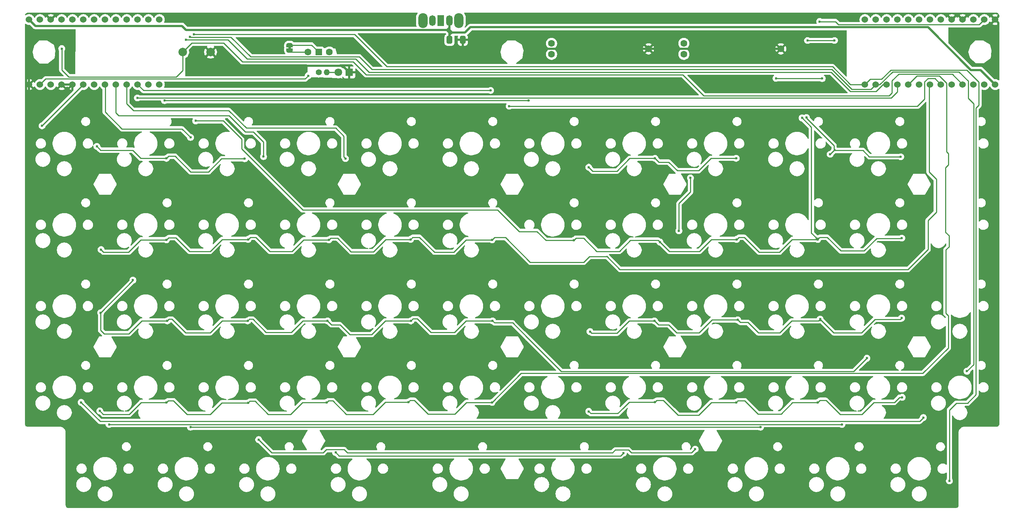
<source format=gbr>
%TF.GenerationSoftware,KiCad,Pcbnew,9.0.1*%
%TF.CreationDate,2025-05-11T16:24:06+09:00*%
%TF.ProjectId,Thinpact,5468696e-7061-4637-942e-6b696361645f,rev?*%
%TF.SameCoordinates,Original*%
%TF.FileFunction,Copper,L1,Top*%
%TF.FilePolarity,Positive*%
%FSLAX46Y46*%
G04 Gerber Fmt 4.6, Leading zero omitted, Abs format (unit mm)*
G04 Created by KiCad (PCBNEW 9.0.1) date 2025-05-11 16:24:06*
%MOMM*%
%LPD*%
G01*
G04 APERTURE LIST*
G04 Aperture macros list*
%AMRoundRect*
0 Rectangle with rounded corners*
0 $1 Rounding radius*
0 $2 $3 $4 $5 $6 $7 $8 $9 X,Y pos of 4 corners*
0 Add a 4 corners polygon primitive as box body*
4,1,4,$2,$3,$4,$5,$6,$7,$8,$9,$2,$3,0*
0 Add four circle primitives for the rounded corners*
1,1,$1+$1,$2,$3*
1,1,$1+$1,$4,$5*
1,1,$1+$1,$6,$7*
1,1,$1+$1,$8,$9*
0 Add four rect primitives between the rounded corners*
20,1,$1+$1,$2,$3,$4,$5,0*
20,1,$1+$1,$4,$5,$6,$7,0*
20,1,$1+$1,$6,$7,$8,$9,0*
20,1,$1+$1,$8,$9,$2,$3,0*%
%AMFreePoly0*
4,1,23,0.500000,-0.750000,0.000000,-0.750000,0.000000,-0.745722,-0.065263,-0.745722,-0.191342,-0.711940,-0.304381,-0.646677,-0.396677,-0.554381,-0.461940,-0.441342,-0.495722,-0.315263,-0.495722,-0.250000,-0.500000,-0.250000,-0.500000,0.250000,-0.495722,0.250000,-0.495722,0.315263,-0.461940,0.441342,-0.396677,0.554381,-0.304381,0.646677,-0.191342,0.711940,-0.065263,0.745722,0.000000,0.745722,
0.000000,0.750000,0.500000,0.750000,0.500000,-0.750000,0.500000,-0.750000,$1*%
%AMFreePoly1*
4,1,23,0.000000,0.745722,0.065263,0.745722,0.191342,0.711940,0.304381,0.646677,0.396677,0.554381,0.461940,0.441342,0.495722,0.315263,0.495722,0.250000,0.500000,0.250000,0.500000,-0.250000,0.495722,-0.250000,0.495722,-0.315263,0.461940,-0.441342,0.396677,-0.554381,0.304381,-0.646677,0.191342,-0.711940,0.065263,-0.745722,0.000000,-0.745722,0.000000,-0.750000,-0.500000,-0.750000,
-0.500000,0.750000,0.000000,0.750000,0.000000,0.745722,0.000000,0.745722,$1*%
G04 Aperture macros list end*
%TA.AperFunction,EtchedComponent*%
%ADD10C,0.000000*%
%TD*%
%TA.AperFunction,ComponentPad*%
%ADD11C,1.600000*%
%TD*%
%TA.AperFunction,SMDPad,CuDef*%
%ADD12RoundRect,0.250000X-0.412500X-0.650000X0.412500X-0.650000X0.412500X0.650000X-0.412500X0.650000X0*%
%TD*%
%TA.AperFunction,ComponentPad*%
%ADD13R,1.800000X1.800000*%
%TD*%
%TA.AperFunction,ComponentPad*%
%ADD14C,1.800000*%
%TD*%
%TA.AperFunction,ComponentPad*%
%ADD15R,1.500000X1.500000*%
%TD*%
%TA.AperFunction,ComponentPad*%
%ADD16C,1.524000*%
%TD*%
%TA.AperFunction,ComponentPad*%
%ADD17C,1.400000*%
%TD*%
%TA.AperFunction,ComponentPad*%
%ADD18O,1.400000X1.400000*%
%TD*%
%TA.AperFunction,ComponentPad*%
%ADD19O,2.200000X3.500000*%
%TD*%
%TA.AperFunction,ComponentPad*%
%ADD20O,1.500000X2.500000*%
%TD*%
%TA.AperFunction,ComponentPad*%
%ADD21R,1.500000X2.500000*%
%TD*%
%TA.AperFunction,SMDPad,CuDef*%
%ADD22FreePoly0,270.000000*%
%TD*%
%TA.AperFunction,SMDPad,CuDef*%
%ADD23FreePoly1,270.000000*%
%TD*%
%TA.AperFunction,ComponentPad*%
%ADD24C,2.000000*%
%TD*%
%TA.AperFunction,ViaPad*%
%ADD25C,0.600000*%
%TD*%
%TA.AperFunction,Conductor*%
%ADD26C,0.250000*%
%TD*%
%TA.AperFunction,Conductor*%
%ADD27C,0.500000*%
%TD*%
G04 APERTURE END LIST*
D10*
%TA.AperFunction,EtchedComponent*%
%TO.C,JP1*%
G36*
X91100000Y-49250000D02*
G01*
X90500000Y-49250000D01*
X90500000Y-48750000D01*
X91100000Y-48750000D01*
X91100000Y-49250000D01*
G37*
%TD.AperFunction*%
%TD*%
D11*
%TO.P,BT1,1,+*%
%TO.N,Net-(BT1-+)*%
X152100000Y-50521200D03*
X152100000Y-47981200D03*
%TO.P,BT1,2,-*%
%TO.N,GND*%
X174800000Y-49251200D03*
%TD*%
%TO.P,BT2,1,+*%
%TO.N,Net-(BT2-+)*%
X183056200Y-50521200D03*
X183056200Y-47981200D03*
%TO.P,BT2,2,-*%
%TO.N,GND*%
X205756200Y-49251200D03*
%TD*%
D12*
%TO.P,C1,1*%
%TO.N,bat+*%
X128215600Y-47148700D03*
%TO.P,C1,2*%
%TO.N,GND*%
X131340600Y-47148700D03*
%TD*%
D13*
%TO.P,D61,1,K*%
%TO.N,GND*%
X104775000Y-54768700D03*
D14*
%TO.P,D61,2,A*%
%TO.N,Net-(D61-A)*%
X102235000Y-54768700D03*
%TD*%
D15*
%TO.P,SW61,1,A*%
%TO.N,Net-(JP1-A)*%
X97631300Y-50006200D03*
D11*
%TO.P,SW61,2,B*%
%TO.N,led*%
X95131300Y-50006200D03*
%TO.P,SW61,3,C*%
%TO.N,unconnected-(SW61-C-Pad3)*%
X100131300Y-50006200D03*
%TD*%
D16*
%TO.P,U2,1,D3/PIN1*%
%TO.N,led*%
X253365300Y-42396200D03*
%TO.P,U2,2,D2/PIN2*%
%TO.N,unconnected-(U2-D2{slash}PIN2-Pad2)*%
X250825300Y-42396200D03*
%TO.P,U2,3,GND*%
%TO.N,GND*%
X248285300Y-42396200D03*
%TO.P,U2,4,GND*%
X245745300Y-42396200D03*
%TO.P,U2,5,D1/PIN5/SDA*%
%TO.N,col0*%
X243205300Y-42396200D03*
%TO.P,U2,6,D0/PIN6/SCL*%
%TO.N,col1*%
X240665300Y-42396200D03*
%TO.P,U2,7,D4/PIN7*%
%TO.N,col2*%
X238125300Y-42396200D03*
%TO.P,U2,8,C6/PIN8*%
%TO.N,col3*%
X235585300Y-42396200D03*
%TO.P,U2,9,D7/PIN9*%
%TO.N,col4*%
X233045300Y-42396200D03*
%TO.P,U2,10,E6/PIN10*%
%TO.N,col5*%
X230505300Y-42396200D03*
%TO.P,U2,11,B4/PIN11*%
%TO.N,row0*%
X227965300Y-42396200D03*
%TO.P,U2,12,B5/PIN12*%
%TO.N,row1*%
X225425300Y-42396200D03*
%TO.P,U2,13,B6/PIN13*%
%TO.N,row9*%
X225425300Y-57616200D03*
%TO.P,U2,14,B2/PIN14*%
%TO.N,row8*%
X227965300Y-57616200D03*
%TO.P,U2,15,B3/PIN15*%
%TO.N,row7*%
X230505300Y-57616200D03*
%TO.P,U2,16,B1/PIN16*%
%TO.N,row6*%
X233045300Y-57616200D03*
%TO.P,U2,17,F7/PIN17*%
%TO.N,row5*%
X235585300Y-57616200D03*
%TO.P,U2,18,F6/PIN18*%
%TO.N,row4*%
X238125300Y-57616200D03*
%TO.P,U2,19,F5/PIN19*%
%TO.N,row3*%
X240665300Y-57616200D03*
%TO.P,U2,20,F4/PIN20*%
%TO.N,row2*%
X243205300Y-57616200D03*
%TO.P,U2,21,VCC*%
%TO.N,unconnected-(U2-VCC-Pad21)*%
X245745300Y-57616200D03*
%TO.P,U2,22,RST*%
%TO.N,reset*%
X248285300Y-57616200D03*
%TO.P,U2,23,GND*%
%TO.N,GND*%
X250825300Y-57616200D03*
%TO.P,U2,24,RAW*%
%TO.N,unconnected-(U2-RAW-Pad24)*%
X253365300Y-57616200D03*
%TO.P,U2,25,BAT+*%
%TO.N,bat+*%
X255905300Y-57616200D03*
%TO.P,U2,26,BAT-*%
%TO.N,GND*%
X255905300Y-42396200D03*
%TD*%
D17*
%TO.P,R1,1*%
%TO.N,Net-(JP1-A)*%
X97631300Y-54768700D03*
D18*
%TO.P,R1,2*%
%TO.N,Net-(D61-A)*%
X99531300Y-54768700D03*
%TD*%
D16*
%TO.P,U1,1,D3/PIN1*%
%TO.N,led*%
X32384800Y-57616200D03*
%TO.P,U1,2,D2/PIN2*%
%TO.N,unconnected-(U1-D2{slash}PIN2-Pad2)*%
X34924800Y-57616200D03*
%TO.P,U1,3,GND*%
%TO.N,GND*%
X37464800Y-57616200D03*
%TO.P,U1,4,GND*%
X40004800Y-57616200D03*
%TO.P,U1,5,D1/PIN5/SDA*%
%TO.N,col0*%
X42544800Y-57616200D03*
%TO.P,U1,6,D0/PIN6/SCL*%
%TO.N,col1*%
X45084800Y-57616200D03*
%TO.P,U1,7,D4/PIN7*%
%TO.N,col2*%
X47624800Y-57616200D03*
%TO.P,U1,8,C6/PIN8*%
%TO.N,col3*%
X50164800Y-57616200D03*
%TO.P,U1,9,D7/PIN9*%
%TO.N,col4*%
X52704800Y-57616200D03*
%TO.P,U1,10,E6/PIN10*%
%TO.N,col5*%
X55244800Y-57616200D03*
%TO.P,U1,11,B4/PIN11*%
%TO.N,row0*%
X57784800Y-57616200D03*
%TO.P,U1,12,B5/PIN12*%
%TO.N,row1*%
X60324800Y-57616200D03*
%TO.P,U1,13,B6/PIN13*%
%TO.N,row9*%
X60324800Y-42396200D03*
%TO.P,U1,14,B2/PIN14*%
%TO.N,row8*%
X57784800Y-42396200D03*
%TO.P,U1,15,B3/PIN15*%
%TO.N,row7*%
X55244800Y-42396200D03*
%TO.P,U1,16,B1/PIN16*%
%TO.N,row6*%
X52704800Y-42396200D03*
%TO.P,U1,17,F7/PIN17*%
%TO.N,row5*%
X50164800Y-42396200D03*
%TO.P,U1,18,F6/PIN18*%
%TO.N,row4*%
X47624800Y-42396200D03*
%TO.P,U1,19,F5/PIN19*%
%TO.N,row3*%
X45084800Y-42396200D03*
%TO.P,U1,20,F4/PIN20*%
%TO.N,row2*%
X42544800Y-42396200D03*
%TO.P,U1,21,VCC*%
%TO.N,unconnected-(U1-VCC-Pad21)*%
X40004800Y-42396200D03*
%TO.P,U1,22,RST*%
%TO.N,reset*%
X37464800Y-42396200D03*
%TO.P,U1,23,GND*%
%TO.N,GND*%
X34924800Y-42396200D03*
%TO.P,U1,24,RAW*%
%TO.N,unconnected-(U1-RAW-Pad24)*%
X32384800Y-42396200D03*
%TO.P,U1,25,BAT+*%
%TO.N,bat+*%
X29844800Y-42396200D03*
%TO.P,U1,26,BAT-*%
%TO.N,GND*%
X29844800Y-57616200D03*
%TD*%
D19*
%TO.P,SW60,*%
%TO.N,*%
X130406300Y-42624400D03*
X122006300Y-42624400D03*
D20*
%TO.P,SW60,1,A*%
%TO.N,bat+*%
X128206300Y-42624400D03*
D21*
%TO.P,SW60,2,B*%
%TO.N,Net-(D59-K)*%
X126206300Y-42624400D03*
D20*
%TO.P,SW60,3,C*%
%TO.N,unconnected-(SW60-C-Pad3)*%
X124206300Y-42624400D03*
%TD*%
D22*
%TO.P,JP1,1,A*%
%TO.N,Net-(JP1-A)*%
X90800000Y-48350000D03*
D23*
%TO.P,JP1,2,B*%
%TO.N,led*%
X90800000Y-49650000D03*
%TD*%
D24*
%TO.P,SW59,1,1*%
%TO.N,reset*%
X65806300Y-50006200D03*
%TO.P,SW59,2,2*%
%TO.N,GND*%
X72306300Y-50006200D03*
%TD*%
D25*
%TO.N,reset*%
X37500000Y-49200000D03*
%TO.N,GND*%
X160475000Y-126825000D03*
X84850000Y-48650000D03*
X216500000Y-87900000D03*
X247050000Y-137625000D03*
X40100000Y-50300000D03*
X231600000Y-67325000D03*
X126350000Y-46150000D03*
X29200000Y-44050000D03*
X92700000Y-64100000D03*
X165450000Y-52375000D03*
X256425000Y-59400000D03*
X51550000Y-41100000D03*
X245350000Y-47650000D03*
X206650000Y-68600000D03*
X99050000Y-48575000D03*
X124800000Y-57275000D03*
X254300000Y-73300000D03*
X59500000Y-85500000D03*
X256475000Y-99500000D03*
X122675000Y-89700000D03*
X32325000Y-125075000D03*
X236675000Y-107100000D03*
X191100000Y-156300000D03*
X201200000Y-66100000D03*
X132400000Y-41200000D03*
X214525000Y-58500000D03*
X203875000Y-85350000D03*
X203550000Y-98800000D03*
X235525000Y-87625000D03*
X224200000Y-41150000D03*
X173500000Y-122200000D03*
X203525000Y-52050000D03*
X162600000Y-64900000D03*
X29250000Y-110850000D03*
X214875000Y-45650000D03*
X159300000Y-106900000D03*
X114150000Y-52300000D03*
X29275000Y-91750000D03*
X217925000Y-66475000D03*
X165000000Y-41150000D03*
X31100000Y-41100000D03*
X250700000Y-53000000D03*
X209650000Y-52050000D03*
X198800000Y-141200000D03*
X221475000Y-126775000D03*
X194900000Y-41150000D03*
X74650000Y-41150000D03*
X179925000Y-127725000D03*
X29250000Y-77500000D03*
X70900000Y-68950000D03*
X29225000Y-115600000D03*
X236900000Y-70100000D03*
X223700000Y-83725000D03*
X141925000Y-67800000D03*
X39900000Y-62900000D03*
X62525000Y-57725000D03*
X128600000Y-52300000D03*
X256200000Y-137000000D03*
X29300000Y-134675000D03*
X134000000Y-85300000D03*
X228825000Y-123200000D03*
X51300000Y-86375000D03*
X120200000Y-41150000D03*
X120100000Y-43700000D03*
X91450000Y-54650000D03*
X256550000Y-55900000D03*
X39000000Y-156275000D03*
X107800000Y-46000000D03*
X109950000Y-48050000D03*
X147175000Y-47800000D03*
X95700000Y-123400000D03*
X225775000Y-67225000D03*
X38725000Y-148975000D03*
X210625000Y-45425000D03*
X38775000Y-153725000D03*
X98550000Y-41150000D03*
X115100000Y-83600000D03*
X142800000Y-155900000D03*
X221900000Y-105300000D03*
X245325000Y-44625000D03*
X129150000Y-79600000D03*
X29300000Y-129825000D03*
X29425000Y-137250000D03*
X29300000Y-72425000D03*
X234200000Y-98900000D03*
X229250000Y-83450000D03*
X36425000Y-55200000D03*
X199025000Y-127575000D03*
X77000000Y-104700000D03*
X29225000Y-96550000D03*
X111000000Y-52725000D03*
X220238991Y-51005896D03*
X201375000Y-104400000D03*
X38675000Y-137975000D03*
X182800000Y-57750000D03*
X246500000Y-155800000D03*
X115200000Y-123700000D03*
X185725000Y-55975000D03*
X103800000Y-89575000D03*
X67800000Y-43650000D03*
X201475000Y-55975000D03*
X69975000Y-54350000D03*
X95200000Y-156100000D03*
%TO.N,row8*%
X214400000Y-132100000D03*
X160800000Y-134200000D03*
X249300000Y-124800000D03*
X234150000Y-130900000D03*
X67500000Y-46475000D03*
X176300000Y-132000000D03*
X195300000Y-132100000D03*
%TO.N,col2*%
X67625000Y-137900000D03*
X201000000Y-137900000D03*
X67625000Y-70000000D03*
%TO.N,col5*%
X137850000Y-59000000D03*
X212009150Y-47290850D03*
X218300000Y-47290850D03*
%TO.N,row3*%
X62000000Y-94000000D03*
X119100000Y-93900000D03*
X138200000Y-94000000D03*
X46700000Y-96300000D03*
X100000000Y-94000000D03*
X81100000Y-93900000D03*
%TO.N,row9*%
X68400000Y-45875000D03*
X245200000Y-150500000D03*
%TO.N,col0*%
X32880500Y-67280500D03*
X239100000Y-135650000D03*
X42025000Y-132100000D03*
%TO.N,col4*%
X101575000Y-143825000D03*
X168909800Y-143990200D03*
X103879300Y-74970200D03*
%TO.N,led*%
X95150000Y-55550000D03*
X214825000Y-42850000D03*
%TO.N,row5*%
X99500000Y-132100000D03*
X118600000Y-132012400D03*
X46400000Y-134100000D03*
X62000000Y-132100000D03*
X81100000Y-132200000D03*
X138200000Y-132100000D03*
%TO.N,row0*%
X195300000Y-74900000D03*
X217293700Y-73950700D03*
X160800000Y-77000000D03*
X233800000Y-74550000D03*
X61541200Y-61372600D03*
X146699400Y-61372600D03*
X176300000Y-74900000D03*
X211748200Y-65349100D03*
%TO.N,row2*%
X62000000Y-74900000D03*
X45700000Y-72100000D03*
X142187750Y-62687750D03*
X80300000Y-75000000D03*
%TO.N,row6*%
X55200000Y-60750000D03*
%TO.N,row7*%
X234000000Y-112350000D03*
X195650000Y-112750000D03*
X161100000Y-115500000D03*
X176200000Y-113000000D03*
X214950000Y-112600000D03*
X66600000Y-47100000D03*
%TO.N,row1*%
X157300000Y-94100000D03*
X214400000Y-93900000D03*
X177453000Y-94515600D03*
X68831400Y-66122800D03*
X210725700Y-65449800D03*
X195400000Y-93900000D03*
X234050000Y-93600000D03*
%TO.N,col3*%
X185706200Y-143056200D03*
X83575000Y-140825000D03*
X181900000Y-91900000D03*
X84700000Y-74500000D03*
X204625000Y-56175000D03*
X215425000Y-56200000D03*
X184600000Y-79500000D03*
%TO.N,col1*%
X48575000Y-137275000D03*
X220050000Y-137275000D03*
%TO.N,row4*%
X62200000Y-113000000D03*
X46600000Y-111100000D03*
X138300000Y-113000000D03*
X99700000Y-113000000D03*
X225900000Y-121750000D03*
X81000000Y-113000000D03*
X119200000Y-113000000D03*
X54150000Y-103450000D03*
%TD*%
D26*
%TO.N,reset*%
X108723700Y-55301500D02*
X182785200Y-55301500D01*
X105701400Y-52279200D02*
X108723700Y-55301500D01*
X245844100Y-55175000D02*
X248285300Y-57616200D01*
X37500000Y-54200000D02*
X37500000Y-49200000D01*
X75400000Y-47900000D02*
X79779200Y-52279200D01*
X64300000Y-55800000D02*
X39100000Y-55800000D01*
X79779200Y-52279200D02*
X105701400Y-52279200D01*
X231775300Y-56724700D02*
X233325000Y-55175000D01*
X187733700Y-60250000D02*
X231100000Y-60250000D01*
X231100000Y-60250000D02*
X231775300Y-59574700D01*
X182785200Y-55301500D02*
X187733700Y-60250000D01*
X231775300Y-59574700D02*
X231775300Y-56724700D01*
X67912500Y-47900000D02*
X75400000Y-47900000D01*
X65806300Y-50006200D02*
X65806300Y-54293700D01*
X233325000Y-55175000D02*
X245844100Y-55175000D01*
X65806300Y-50006200D02*
X67912500Y-47900000D01*
X65806300Y-54293700D02*
X64300000Y-55800000D01*
X39100000Y-55800000D02*
X37500000Y-54200000D01*
D27*
%TO.N,GND*%
X72306300Y-50006200D02*
X75500100Y-53200000D01*
X174800000Y-49251200D02*
X205756200Y-49251200D01*
X145248800Y-46800000D02*
X140700000Y-46800000D01*
X256624000Y-41677500D02*
X256624000Y-41613617D01*
X40004800Y-58920200D02*
X39650000Y-59275000D01*
X29844800Y-59069800D02*
X29850000Y-59075000D01*
X256624000Y-43114900D02*
X256624000Y-43700000D01*
X147700000Y-49251200D02*
X145248800Y-46800000D01*
X174800000Y-49251200D02*
X147700000Y-49251200D01*
X140700000Y-46800000D02*
X140351300Y-47148700D01*
X256624000Y-41613617D02*
X256615304Y-41405684D01*
X255905300Y-42396200D02*
X256624000Y-43114900D01*
X75500100Y-53200000D02*
X103206300Y-53200000D01*
X255905300Y-42396200D02*
X256624000Y-41677500D01*
X29844800Y-57616200D02*
X29844800Y-59069800D01*
X29844800Y-56330200D02*
X29850000Y-56325000D01*
X40004800Y-57616200D02*
X37464800Y-57616200D01*
X29126000Y-55949000D02*
X29126000Y-59050000D01*
X140351300Y-47148700D02*
X131340600Y-47148700D01*
X40004800Y-57616200D02*
X40004800Y-58920200D01*
X29844800Y-56330200D02*
X29844800Y-57616200D01*
X103206300Y-53200000D02*
X104775000Y-54768700D01*
D26*
%TO.N,row8*%
X110087026Y-54100000D02*
X107118426Y-51131400D01*
X231875000Y-54650000D02*
X228908800Y-57616200D01*
X233500000Y-130900000D02*
X232300000Y-132100000D01*
X189500000Y-132100000D02*
X195300000Y-132100000D01*
X178200000Y-131600000D02*
X181700000Y-135100000D01*
X167600000Y-134700000D02*
X168800000Y-133500000D01*
X161300000Y-134700000D02*
X161600000Y-134700000D01*
X161600000Y-134700000D02*
X167600000Y-134700000D01*
X67525000Y-46500000D02*
X67500000Y-46475000D01*
X208500000Y-132100000D02*
X214400000Y-132100000D01*
X216300000Y-131600000D02*
X219600000Y-134900000D01*
X249575000Y-56800000D02*
X247425000Y-54650000D01*
X234150000Y-130900000D02*
X233500000Y-130900000D01*
X195300000Y-132100000D02*
X195700000Y-131700000D01*
X222342300Y-58742300D02*
X217700000Y-54100000D01*
X224700000Y-134900000D02*
X227500000Y-132100000D01*
X77100000Y-46500000D02*
X67525000Y-46500000D01*
X214900000Y-131600000D02*
X216300000Y-131600000D01*
X214400000Y-132100000D02*
X214900000Y-131600000D01*
X250850000Y-62075000D02*
X249600000Y-60825000D01*
X107118426Y-51131400D02*
X81731400Y-51131400D01*
X249600000Y-60825000D02*
X249575000Y-60800000D01*
X81731400Y-51131400D02*
X77100000Y-46500000D01*
X227965300Y-57616200D02*
X226839200Y-58742300D01*
X219600000Y-134900000D02*
X224700000Y-134900000D01*
X197300000Y-131700000D02*
X200400000Y-134800000D01*
X205800000Y-134800000D02*
X208500000Y-132100000D01*
X247425000Y-54650000D02*
X231875000Y-54650000D01*
X200400000Y-134800000D02*
X205800000Y-134800000D01*
X186500000Y-135100000D02*
X189500000Y-132100000D01*
X176300000Y-132000000D02*
X176700000Y-131600000D01*
X249300000Y-124800000D02*
X250850000Y-123250000D01*
X160800000Y-134200000D02*
X161300000Y-134700000D01*
X168800000Y-133500000D02*
X170300000Y-132000000D01*
X226839200Y-58742300D02*
X222342300Y-58742300D01*
X217700000Y-54100000D02*
X110087026Y-54100000D01*
X249575000Y-60800000D02*
X249575000Y-56800000D01*
X170300000Y-132000000D02*
X176300000Y-132000000D01*
X228908800Y-57616200D02*
X227965300Y-57616200D01*
X195700000Y-131700000D02*
X197300000Y-131700000D01*
X181700000Y-135100000D02*
X186500000Y-135100000D01*
X227500000Y-132100000D02*
X232300000Y-132100000D01*
X250850000Y-123250000D02*
X250850000Y-62075000D01*
X176700000Y-131600000D02*
X178200000Y-131600000D01*
%TO.N,col2*%
X51600000Y-68000000D02*
X65625000Y-68000000D01*
X47650000Y-57641400D02*
X47650000Y-64050000D01*
X65625000Y-68000000D02*
X67625000Y-70000000D01*
X47624800Y-57616200D02*
X47650000Y-57641400D01*
X47650000Y-64050000D02*
X51600000Y-68000000D01*
X67625000Y-137900000D02*
X201000000Y-137900000D01*
%TO.N,col5*%
X137600000Y-59000000D02*
X137850000Y-59000000D01*
X218300000Y-47290850D02*
X212009150Y-47290850D01*
X55244800Y-57616200D02*
X56628600Y-59000000D01*
X56628600Y-59000000D02*
X137600000Y-59000000D01*
%TO.N,row3*%
X119100000Y-93900000D02*
X119600000Y-93400000D01*
X129200000Y-96900000D02*
X132100000Y-94000000D01*
X159650000Y-99250000D02*
X147100000Y-99250000D01*
X168100000Y-100950000D02*
X165000000Y-97850000D01*
X105200000Y-96800000D02*
X110400000Y-96800000D01*
X240665300Y-57616200D02*
X240450000Y-57831500D01*
X62000000Y-94000000D02*
X62500000Y-93500000D01*
X72200000Y-96700000D02*
X75000000Y-93900000D01*
X235500000Y-100950000D02*
X168100000Y-100950000D01*
X242150000Y-87500000D02*
X240300000Y-89350000D01*
X141300000Y-93450000D02*
X138750000Y-93450000D01*
X240200000Y-89450000D02*
X240200000Y-96250000D01*
X165000000Y-97850000D02*
X164950000Y-97900000D01*
X47300000Y-96900000D02*
X52807300Y-96900000D01*
X100000000Y-94000000D02*
X100400000Y-93600000D01*
X64200000Y-93500000D02*
X67400000Y-96700000D01*
X121200000Y-93400000D02*
X124700000Y-96900000D01*
X164950000Y-97900000D02*
X161000000Y-97900000D01*
X161000000Y-97900000D02*
X159650000Y-99250000D01*
X242150000Y-81550000D02*
X242150000Y-87500000D01*
X124700000Y-96900000D02*
X129200000Y-96900000D01*
X81600000Y-93400000D02*
X82900000Y-93400000D01*
X240450000Y-57831500D02*
X240450000Y-78100000D01*
X240300000Y-89350000D02*
X240200000Y-89450000D01*
X81100000Y-93900000D02*
X81600000Y-93400000D01*
X240665300Y-57616200D02*
X240716200Y-57616200D01*
X46700000Y-96300000D02*
X47300000Y-96900000D01*
X67400000Y-96700000D02*
X72200000Y-96700000D01*
X102000000Y-93600000D02*
X105200000Y-96800000D01*
X100400000Y-93600000D02*
X102000000Y-93600000D01*
X53100000Y-96900000D02*
X55200000Y-94800000D01*
X119600000Y-93400000D02*
X121200000Y-93400000D01*
X82900000Y-93400000D02*
X86200000Y-96700000D01*
X240200000Y-96250000D02*
X235500000Y-100950000D01*
X113300000Y-93900000D02*
X119100000Y-93900000D01*
X94100000Y-94000000D02*
X100000000Y-94000000D01*
X147100000Y-99250000D02*
X141300000Y-93450000D01*
X52807300Y-96900000D02*
X53100000Y-96900000D01*
X110400000Y-96800000D02*
X113300000Y-93900000D01*
X75000000Y-93900000D02*
X81100000Y-93900000D01*
X91400000Y-96700000D02*
X94100000Y-94000000D01*
X240716200Y-57616200D02*
X240850000Y-57750000D01*
X56000000Y-94000000D02*
X62000000Y-94000000D01*
X242150000Y-79800000D02*
X242150000Y-81550000D01*
X132100000Y-94000000D02*
X138200000Y-94000000D01*
X240450000Y-78100000D02*
X242150000Y-79800000D01*
X86200000Y-96700000D02*
X91400000Y-96700000D01*
X55200000Y-94800000D02*
X56000000Y-94000000D01*
X138750000Y-93450000D02*
X138200000Y-94000000D01*
X62500000Y-93500000D02*
X64200000Y-93500000D01*
%TO.N,row9*%
X251400000Y-130300000D02*
X249400000Y-132300000D01*
X252100000Y-62443100D02*
X251400000Y-63143100D01*
X245200000Y-133900000D02*
X245200000Y-150500000D01*
X68400000Y-45875000D02*
X105986800Y-45875000D01*
X249400000Y-132300000D02*
X246800000Y-132300000D01*
X217825000Y-53400000D02*
X222041200Y-57616200D01*
X226691500Y-56350000D02*
X229325000Y-56350000D01*
X229325000Y-56350000D02*
X231475000Y-54200000D01*
X249250000Y-54200000D02*
X252100000Y-57050000D01*
X105986800Y-45875000D02*
X113511800Y-53400000D01*
X113511800Y-53400000D02*
X217825000Y-53400000D01*
X222041200Y-57616200D02*
X225425300Y-57616200D01*
X231475000Y-54200000D02*
X249250000Y-54200000D01*
X225425300Y-57616200D02*
X226691500Y-56350000D01*
X246800000Y-132300000D02*
X245200000Y-133900000D01*
X251400000Y-63143100D02*
X251400000Y-130300000D01*
X252100000Y-57050000D02*
X252100000Y-62443100D01*
%TO.N,col0*%
X47150000Y-136550000D02*
X46475000Y-136550000D01*
X42544800Y-57616200D02*
X32880500Y-67280500D01*
X238200000Y-136550000D02*
X238250000Y-136500000D01*
X46475000Y-136550000D02*
X42025000Y-132100000D01*
X239100000Y-135650000D02*
X238250000Y-136500000D01*
X47150000Y-136550000D02*
X238200000Y-136550000D01*
%TO.N,col4*%
X101609500Y-67809500D02*
X80691600Y-67809500D01*
X168909800Y-143990200D02*
X168275000Y-144625000D01*
X168275000Y-144625000D02*
X168250000Y-144625000D01*
X103500000Y-69700000D02*
X101609500Y-67809500D01*
X80691600Y-67809500D02*
X76582100Y-63700000D01*
X54265400Y-63700000D02*
X52704800Y-62139400D01*
X52704800Y-62139400D02*
X52704800Y-57616200D01*
X76582100Y-63700000D02*
X54265400Y-63700000D01*
X103879300Y-74970200D02*
X103500000Y-74590900D01*
X102650000Y-144625000D02*
X168250000Y-144625000D01*
X101575000Y-143825000D02*
X102375000Y-144625000D01*
X102375000Y-144625000D02*
X102650000Y-144625000D01*
X103500000Y-74590900D02*
X103500000Y-69700000D01*
%TO.N,led*%
X219225000Y-43575000D02*
X218650000Y-43000000D01*
X33701000Y-56300000D02*
X32384800Y-57616200D01*
X95150000Y-55600000D02*
X94450000Y-56300000D01*
X95150000Y-55550000D02*
X95150000Y-55600000D01*
X95131300Y-50006200D02*
X91156200Y-50006200D01*
X252186500Y-43575000D02*
X253365300Y-42396200D01*
X218650000Y-43000000D02*
X218500000Y-42850000D01*
X94450000Y-56300000D02*
X33701000Y-56300000D01*
X219800000Y-43575000D02*
X252186500Y-43575000D01*
X218500000Y-42850000D02*
X214825000Y-42850000D01*
X91156200Y-50006200D02*
X90800000Y-49650000D01*
X219800000Y-43575000D02*
X219225000Y-43575000D01*
%TO.N,row5*%
X235585300Y-57616200D02*
X237576500Y-55625000D01*
X244500000Y-73350000D02*
X244950000Y-73800000D01*
X119012400Y-131600000D02*
X120000000Y-131600000D01*
X91000000Y-134900000D02*
X85800000Y-134900000D01*
X245100000Y-93050000D02*
X245100000Y-95600000D01*
X104100000Y-134900000D02*
X110300000Y-134900000D01*
X244300000Y-77050000D02*
X244300000Y-92250000D01*
X93800000Y-132100000D02*
X91000000Y-134900000D01*
X145000000Y-125300000D02*
X138200000Y-132100000D01*
X72227200Y-134900000D02*
X74927200Y-132200000D01*
X244300000Y-92250000D02*
X245100000Y-93050000D01*
X244400000Y-96300000D02*
X244400000Y-111250000D01*
X244950000Y-76400000D02*
X244300000Y-77050000D01*
X110300000Y-134900000D02*
X113200000Y-132000000D01*
X47200000Y-134900000D02*
X53300000Y-134900000D01*
X99500000Y-132100000D02*
X93800000Y-132100000D01*
X53300000Y-134900000D02*
X56100000Y-132100000D01*
X46400000Y-134100000D02*
X47200000Y-134900000D01*
X66800000Y-134900000D02*
X72227200Y-134900000D01*
X63600000Y-131700000D02*
X66800000Y-134900000D01*
X118600000Y-132012400D02*
X119012400Y-131600000D01*
X244500000Y-57250000D02*
X244500000Y-73350000D01*
X62000000Y-132100000D02*
X62400000Y-131700000D01*
X123200000Y-134800000D02*
X129500000Y-134800000D01*
X56100000Y-132100000D02*
X62000000Y-132100000D01*
X132200000Y-132100000D02*
X138200000Y-132100000D01*
X129500000Y-134800000D02*
X132200000Y-132100000D01*
X118587600Y-132000000D02*
X118600000Y-132012400D01*
X113200000Y-132000000D02*
X118587600Y-132000000D01*
X244400000Y-111250000D02*
X244950000Y-111800000D01*
X100900000Y-131700000D02*
X104100000Y-134900000D01*
X99900000Y-131700000D02*
X100900000Y-131700000D01*
X74927200Y-132200000D02*
X81000000Y-132200000D01*
X244950000Y-111800000D02*
X244950000Y-119300000D01*
X81000000Y-132200000D02*
X81100000Y-132200000D01*
X82700000Y-131800000D02*
X81500000Y-131800000D01*
X242875000Y-55625000D02*
X244500000Y-57250000D01*
X85800000Y-134900000D02*
X82700000Y-131800000D01*
X99500000Y-132100000D02*
X99900000Y-131700000D01*
X238950000Y-125300000D02*
X145000000Y-125300000D01*
X245100000Y-95600000D02*
X244400000Y-96300000D01*
X244950000Y-73800000D02*
X244950000Y-76400000D01*
X120000000Y-131600000D02*
X123200000Y-134800000D01*
X81500000Y-131800000D02*
X81100000Y-132200000D01*
X62400000Y-131700000D02*
X63600000Y-131700000D01*
X237576500Y-55625000D02*
X242875000Y-55625000D01*
X244950000Y-119300000D02*
X238950000Y-125300000D01*
%TO.N,row0*%
X224950900Y-73039300D02*
X226434100Y-74522500D01*
X181500000Y-77800000D02*
X186500000Y-77800000D01*
X233500000Y-74522500D02*
X233772500Y-74522500D01*
X218205100Y-72694400D02*
X218550000Y-73039300D01*
X165700000Y-77900000D02*
X167400000Y-77900000D01*
X211748200Y-65349100D02*
X211748200Y-65481100D01*
X218205100Y-73039300D02*
X217293700Y-73950700D01*
X179500000Y-75800000D02*
X181500000Y-77800000D01*
X170400000Y-74900000D02*
X176300000Y-74900000D01*
X233772500Y-74522500D02*
X233800000Y-74550000D01*
X146699400Y-61372600D02*
X61541200Y-61372600D01*
X161700000Y-77900000D02*
X165700000Y-77900000D01*
X211748200Y-65481100D02*
X218205100Y-71938000D01*
X176300000Y-74900000D02*
X177200000Y-75800000D01*
X167400000Y-77900000D02*
X170200000Y-75100000D01*
X218205100Y-72600000D02*
X218205100Y-73039300D01*
X218550000Y-73039300D02*
X224950900Y-73039300D01*
X189400000Y-74900000D02*
X195300000Y-74900000D01*
X160800000Y-77000000D02*
X161700000Y-77900000D01*
X170200000Y-75100000D02*
X170400000Y-74900000D01*
X177200000Y-75800000D02*
X179500000Y-75800000D01*
X226434100Y-74522500D02*
X233500000Y-74522500D01*
X218205100Y-71938000D02*
X218205100Y-72600000D01*
X218205100Y-72600000D02*
X218205100Y-72694400D01*
X218205100Y-73039300D02*
X218550000Y-73039300D01*
X186500000Y-77800000D02*
X189400000Y-74900000D01*
%TO.N,row2*%
X71800000Y-78100000D02*
X74900000Y-75000000D01*
X46600000Y-73000000D02*
X54100000Y-73000000D01*
X237697700Y-62700000D02*
X147325400Y-62700000D01*
X56000000Y-74900000D02*
X62000000Y-74900000D01*
X62500000Y-74400000D02*
X64000000Y-74400000D01*
X147325400Y-62700000D02*
X142200000Y-62700000D01*
X142200000Y-62700000D02*
X142187750Y-62687750D01*
X243205300Y-57616200D02*
X241789100Y-56200000D01*
X239400000Y-60997700D02*
X237697700Y-62700000D01*
X45700000Y-72100000D02*
X46600000Y-73000000D01*
X240178835Y-56200000D02*
X239400000Y-56978835D01*
X64000000Y-74400000D02*
X67700000Y-78100000D01*
X67700000Y-78100000D02*
X71800000Y-78100000D01*
X62000000Y-74900000D02*
X62500000Y-74400000D01*
X74900000Y-75000000D02*
X80300000Y-75000000D01*
X54100000Y-73000000D02*
X56000000Y-74900000D01*
X239400000Y-56978835D02*
X239400000Y-60997700D01*
X241789100Y-56200000D02*
X240178835Y-56200000D01*
%TO.N,row6*%
X233045300Y-57616200D02*
X233045300Y-59304700D01*
X55203400Y-60746600D02*
X55200000Y-60750000D01*
X147776400Y-60750000D02*
X147773000Y-60746600D01*
X233045300Y-59304700D02*
X231600000Y-60750000D01*
X231600000Y-60750000D02*
X147776400Y-60750000D01*
X147773000Y-60746600D02*
X55203400Y-60746600D01*
%TO.N,row7*%
X230505300Y-57616200D02*
X229608800Y-57616200D01*
X214562500Y-112987500D02*
X214950000Y-112600000D01*
X224600000Y-115800000D02*
X218150000Y-115800000D01*
X179500000Y-113900000D02*
X181400000Y-115800000D01*
X196250000Y-113350000D02*
X198050000Y-113350000D01*
X109400000Y-54700000D02*
X106281600Y-51581600D01*
X106281600Y-51581600D02*
X80881600Y-51581600D01*
X214662500Y-112887500D02*
X215237500Y-112887500D01*
X195650000Y-112750000D02*
X196250000Y-113350000D01*
X200500000Y-115800000D02*
X205500000Y-115800000D01*
X233700000Y-112650000D02*
X227750000Y-112650000D01*
X228013900Y-59211100D02*
X222036100Y-59211100D01*
X76400000Y-47100000D02*
X66600000Y-47100000D01*
X176200000Y-113000000D02*
X170300000Y-113000000D01*
X177100000Y-113900000D02*
X179500000Y-113900000D01*
X167400000Y-115900000D02*
X161500000Y-115900000D01*
X176200000Y-113000000D02*
X177100000Y-113900000D01*
X222036100Y-59211100D02*
X217525000Y-54700000D01*
X218150000Y-115800000D02*
X215250000Y-112900000D01*
X214562500Y-112987500D02*
X214662500Y-112887500D01*
X186600000Y-115800000D02*
X189650000Y-112750000D01*
X181400000Y-115800000D02*
X186600000Y-115800000D01*
X217525000Y-54700000D02*
X109400000Y-54700000D01*
X215250000Y-112900000D02*
X214950000Y-112600000D01*
X208300000Y-113000000D02*
X214550000Y-113000000D01*
X215237500Y-112887500D02*
X215250000Y-112900000D01*
X214550000Y-113000000D02*
X214562500Y-112987500D01*
X189650000Y-112750000D02*
X195650000Y-112750000D01*
X161500000Y-115900000D02*
X161100000Y-115500000D01*
X229608800Y-57616200D02*
X228013900Y-59211100D01*
X80881600Y-51581600D02*
X76400000Y-47100000D01*
X170300000Y-113000000D02*
X167400000Y-115900000D01*
X227750000Y-112650000D02*
X224600000Y-115800000D01*
X198050000Y-113350000D02*
X200500000Y-115800000D01*
X205500000Y-115800000D02*
X208300000Y-113000000D01*
X234000000Y-112350000D02*
X233700000Y-112650000D01*
D27*
%TO.N,bat+*%
X250200000Y-54200000D02*
X240175000Y-44175000D01*
X128215600Y-45400000D02*
X128215600Y-45797500D01*
X128206300Y-44827300D02*
X128215600Y-44836600D01*
X29844800Y-42396200D02*
X31348600Y-43900000D01*
X128215600Y-45100000D02*
X128215600Y-45400000D01*
X128215600Y-45797500D02*
X128215600Y-46100000D01*
X131875000Y-45400000D02*
X128750000Y-45400000D01*
X128206300Y-44300000D02*
X128206300Y-44321000D01*
X128215600Y-46100000D02*
X128215600Y-45934400D01*
X127700000Y-44827300D02*
X127700000Y-44884400D01*
X128215600Y-45100000D02*
X128215600Y-45213100D01*
X128215600Y-44836600D02*
X128215600Y-44865600D01*
X252489100Y-54200000D02*
X250200000Y-54200000D01*
X255905300Y-57616200D02*
X252489100Y-54200000D01*
X65672700Y-43900000D02*
X66600000Y-44827300D01*
X128206300Y-44321000D02*
X127700000Y-44827300D01*
X128215600Y-44836600D02*
X128215600Y-45100000D01*
X240175000Y-44175000D02*
X133100000Y-44175000D01*
X128215600Y-45934400D02*
X128750000Y-45400000D01*
X128215600Y-44865600D02*
X128750000Y-45400000D01*
X128215600Y-46100000D02*
X128215600Y-47148700D01*
X128206300Y-44300000D02*
X128206300Y-44827300D01*
X127700000Y-44884400D02*
X128215600Y-45400000D01*
X128206300Y-42624400D02*
X128206300Y-44300000D01*
X66600000Y-44827300D02*
X127700000Y-44827300D01*
X128750000Y-45400000D02*
X128215600Y-45400000D01*
X31348600Y-43900000D02*
X65672700Y-43900000D01*
X127700000Y-44827300D02*
X128206300Y-44827300D01*
X133100000Y-44175000D02*
X131875000Y-45400000D01*
D26*
%TO.N,row1*%
X219800000Y-96600000D02*
X225200000Y-96600000D01*
X170570900Y-94100000D02*
X177037400Y-94100000D01*
X162700000Y-96700000D02*
X167970900Y-96700000D01*
X79565800Y-70431800D02*
X75256800Y-66122800D01*
X214000000Y-93600000D02*
X214700000Y-93600000D01*
X212900000Y-67624100D02*
X210725700Y-65449800D01*
X214700000Y-93600000D02*
X214750000Y-93550000D01*
X157300000Y-94100000D02*
X157255400Y-94144600D01*
X144541600Y-92048600D02*
X139493000Y-87000000D01*
X228150000Y-93650000D02*
X234000000Y-93650000D01*
X195400000Y-93900000D02*
X195900000Y-93400000D01*
X197200000Y-93400000D02*
X200700000Y-96900000D01*
X216600000Y-93400000D02*
X219800000Y-96600000D01*
X214400000Y-93900000D02*
X213950000Y-93450000D01*
X212900000Y-92400000D02*
X212900000Y-67624100D01*
X208400000Y-93900000D02*
X210400000Y-93900000D01*
X157300000Y-94100000D02*
X157800000Y-93600000D01*
X195900000Y-93400000D02*
X197200000Y-93400000D01*
X150806200Y-94144600D02*
X148710200Y-92048600D01*
X205400000Y-96900000D02*
X208400000Y-93900000D01*
X179637400Y-96700000D02*
X186700000Y-96700000D01*
X75256800Y-66122800D02*
X68831400Y-66122800D01*
X139493000Y-87000000D02*
X93884200Y-87000000D01*
X177037400Y-94100000D02*
X177453000Y-94515600D01*
X214900000Y-93400000D02*
X216600000Y-93400000D01*
X189500000Y-93900000D02*
X195481400Y-93900000D01*
X213950000Y-93450000D02*
X214000000Y-93500000D01*
X214000000Y-93900000D02*
X214400000Y-93900000D01*
X214000000Y-93600000D02*
X214000000Y-93900000D01*
X157255400Y-94144600D02*
X150806200Y-94144600D01*
X167970900Y-96700000D02*
X170570900Y-94100000D01*
X79565800Y-72681600D02*
X79565800Y-70431800D01*
X177453000Y-94515600D02*
X179637400Y-96700000D01*
X93884200Y-87000000D02*
X79565800Y-72681600D01*
X200700000Y-96900000D02*
X205400000Y-96900000D01*
X234000000Y-93650000D02*
X234050000Y-93600000D01*
X186700000Y-96700000D02*
X189500000Y-93900000D01*
X214750000Y-93550000D02*
X214900000Y-93400000D01*
X157800000Y-93600000D02*
X159600000Y-93600000D01*
X225200000Y-96600000D02*
X228150000Y-93650000D01*
X159600000Y-93600000D02*
X162700000Y-96700000D01*
X195481400Y-93900000D02*
X195400000Y-93900000D01*
X214000000Y-93500000D02*
X214000000Y-93600000D01*
X213950000Y-93450000D02*
X212900000Y-92400000D01*
X210400000Y-93900000D02*
X214000000Y-93900000D01*
X148710200Y-92048600D02*
X144541600Y-92048600D01*
X214400000Y-93900000D02*
X214750000Y-93550000D01*
%TO.N,col3*%
X181900000Y-85500000D02*
X181900000Y-91900000D01*
X76597100Y-64881200D02*
X80440900Y-68725000D01*
X170750000Y-143900000D02*
X184862400Y-143900000D01*
X170100000Y-143250000D02*
X170750000Y-143900000D01*
X215425000Y-56200000D02*
X204650000Y-56200000D01*
X167000000Y-143250000D02*
X170100000Y-143250000D01*
X184600000Y-82800000D02*
X181900000Y-85500000D01*
X82325000Y-68725000D02*
X84700000Y-71100000D01*
X99400000Y-143150000D02*
X103550000Y-143150000D01*
X104300000Y-143900000D02*
X166350000Y-143900000D01*
X83575000Y-140825000D02*
X86650000Y-143900000D01*
X98650000Y-143900000D02*
X99400000Y-143150000D01*
X50790400Y-64881200D02*
X76597100Y-64881200D01*
X184600000Y-79500000D02*
X184600000Y-82800000D01*
X50164800Y-57616200D02*
X50164800Y-64255600D01*
X80440900Y-68725000D02*
X82325000Y-68725000D01*
X86650000Y-143900000D02*
X98650000Y-143900000D01*
X103550000Y-143150000D02*
X104300000Y-143900000D01*
X184862400Y-143900000D02*
X185706200Y-143056200D01*
X50164800Y-64255600D02*
X50790400Y-64881200D01*
X166350000Y-143900000D02*
X167000000Y-143250000D01*
X84700000Y-71100000D02*
X84700000Y-74500000D01*
X204650000Y-56200000D02*
X204625000Y-56175000D01*
%TO.N,col1*%
X48575000Y-137275000D02*
X220050000Y-137275000D01*
%TO.N,row4*%
X46600000Y-111100000D02*
X46600000Y-115200000D01*
X80600000Y-113000000D02*
X81000000Y-113000000D01*
X73600000Y-114400000D02*
X75000000Y-113000000D01*
X62200000Y-113000000D02*
X62600000Y-112600000D01*
X62600000Y-112600000D02*
X63300000Y-112600000D01*
X72194600Y-115800000D02*
X72200000Y-115800000D01*
X46600000Y-115200000D02*
X47400000Y-116000000D01*
X85300000Y-115700000D02*
X91200000Y-115700000D01*
X82000000Y-112600000D02*
X82200000Y-112600000D01*
X222801000Y-124849000D02*
X225900000Y-121750000D01*
X154399000Y-124849000D02*
X162450000Y-124849000D01*
X120700000Y-112500000D02*
X123900000Y-115700000D01*
X72200000Y-115800000D02*
X73600000Y-114400000D01*
X119700000Y-112500000D02*
X120100000Y-112500000D01*
X113200000Y-113000000D02*
X119200000Y-113000000D01*
X132900000Y-113000000D02*
X138300000Y-113000000D01*
X81400000Y-112600000D02*
X82000000Y-112600000D01*
X56200000Y-113000000D02*
X62200000Y-113000000D01*
X138300000Y-113000000D02*
X138750000Y-113450000D01*
X129400000Y-115700000D02*
X131200000Y-113900000D01*
X81000000Y-113000000D02*
X81400000Y-112600000D01*
X110000000Y-116200000D02*
X113200000Y-113000000D01*
X99700000Y-113000000D02*
X100600000Y-113900000D01*
X54150000Y-103550000D02*
X46600000Y-111100000D01*
X63300000Y-112600000D02*
X66500000Y-115800000D01*
X162450000Y-124849000D02*
X218450000Y-124849000D01*
X131200000Y-113900000D02*
X132100000Y-113000000D01*
X91200000Y-115700000D02*
X93900000Y-113000000D01*
X75000000Y-113000000D02*
X80600000Y-113000000D01*
X96900000Y-113000000D02*
X99700000Y-113000000D01*
X66500000Y-115800000D02*
X72194600Y-115800000D01*
X143000000Y-113450000D02*
X146500000Y-116950000D01*
X47400000Y-116000000D02*
X53200000Y-116000000D01*
X100600000Y-113900000D02*
X102600000Y-113900000D01*
X104900000Y-116200000D02*
X110000000Y-116200000D01*
X123900000Y-115700000D02*
X129400000Y-115700000D01*
X54150000Y-103450000D02*
X54150000Y-103550000D01*
X82200000Y-112600000D02*
X85300000Y-115700000D01*
X53200000Y-116000000D02*
X56200000Y-113000000D01*
X93900000Y-113000000D02*
X96900000Y-113000000D01*
X138750000Y-113450000D02*
X143000000Y-113450000D01*
X146500000Y-116950000D02*
X154399000Y-124849000D01*
X119200000Y-113000000D02*
X119600000Y-112600000D01*
X132100000Y-113000000D02*
X132900000Y-113000000D01*
X119600000Y-112600000D02*
X119700000Y-112500000D01*
X102600000Y-113900000D02*
X104900000Y-116200000D01*
X120100000Y-112500000D02*
X120700000Y-112500000D01*
X218450000Y-124849000D02*
X222801000Y-124849000D01*
%TO.N,Net-(JP1-A)*%
X95975100Y-48350000D02*
X97631300Y-50006200D01*
X90800000Y-48350000D02*
X95975100Y-48350000D01*
%TO.N,Net-(D61-A)*%
X99531300Y-54768700D02*
X102235000Y-54768700D01*
%TD*%
%TA.AperFunction,Conductor*%
%TO.N,GND*%
G36*
X39598400Y-57669704D02*
G01*
X39626095Y-57773065D01*
X39679599Y-57865736D01*
X39755264Y-57941401D01*
X39847935Y-57994905D01*
X39951296Y-58022600D01*
X39951952Y-58022600D01*
X39306083Y-58668468D01*
X39306083Y-58668469D01*
X39343367Y-58695558D01*
X39520362Y-58785742D01*
X39709277Y-58847124D01*
X39905479Y-58878200D01*
X40098846Y-58878200D01*
X40165885Y-58897885D01*
X40211640Y-58950689D01*
X40221584Y-59019847D01*
X40192559Y-59083403D01*
X40186527Y-59089881D01*
X32821703Y-66454705D01*
X32760380Y-66488190D01*
X32758214Y-66488641D01*
X32647008Y-66510761D01*
X32646998Y-66510764D01*
X32501327Y-66571102D01*
X32501314Y-66571109D01*
X32370211Y-66658710D01*
X32370207Y-66658713D01*
X32258713Y-66770207D01*
X32258710Y-66770211D01*
X32171109Y-66901314D01*
X32171102Y-66901327D01*
X32110764Y-67046998D01*
X32110761Y-67047010D01*
X32080000Y-67201653D01*
X32080000Y-67359346D01*
X32110761Y-67513989D01*
X32110764Y-67514001D01*
X32171102Y-67659672D01*
X32171109Y-67659685D01*
X32258710Y-67790788D01*
X32258713Y-67790792D01*
X32370207Y-67902286D01*
X32370211Y-67902289D01*
X32501314Y-67989890D01*
X32501327Y-67989897D01*
X32646998Y-68050235D01*
X32647003Y-68050237D01*
X32801653Y-68080999D01*
X32801656Y-68081000D01*
X32801658Y-68081000D01*
X32959344Y-68081000D01*
X32959345Y-68080999D01*
X33113997Y-68050237D01*
X33259679Y-67989894D01*
X33390789Y-67902289D01*
X33502289Y-67790789D01*
X33589894Y-67659679D01*
X33650237Y-67513997D01*
X33672358Y-67402782D01*
X33704740Y-67340875D01*
X33706235Y-67339353D01*
X34861558Y-66184030D01*
X42049500Y-66184030D01*
X42049500Y-66390969D01*
X42089868Y-66593912D01*
X42089870Y-66593920D01*
X42169058Y-66785096D01*
X42284024Y-66957157D01*
X42430342Y-67103475D01*
X42430345Y-67103477D01*
X42602402Y-67218441D01*
X42793580Y-67297630D01*
X42973218Y-67333362D01*
X42996530Y-67337999D01*
X42996534Y-67338000D01*
X42996535Y-67338000D01*
X43203466Y-67338000D01*
X43203467Y-67337999D01*
X43406420Y-67297630D01*
X43597598Y-67218441D01*
X43769655Y-67103477D01*
X43915977Y-66957155D01*
X44030941Y-66785098D01*
X44110130Y-66593920D01*
X44150500Y-66390965D01*
X44150500Y-66184035D01*
X44110130Y-65981080D01*
X44030941Y-65789902D01*
X43915977Y-65617845D01*
X43915975Y-65617842D01*
X43769657Y-65471524D01*
X43658136Y-65397009D01*
X43597598Y-65356559D01*
X43571254Y-65345647D01*
X43406420Y-65277370D01*
X43406412Y-65277368D01*
X43203469Y-65237000D01*
X43203465Y-65237000D01*
X42996535Y-65237000D01*
X42996530Y-65237000D01*
X42793587Y-65277368D01*
X42793579Y-65277370D01*
X42602403Y-65356558D01*
X42430342Y-65471524D01*
X42284024Y-65617842D01*
X42169058Y-65789903D01*
X42089870Y-65981079D01*
X42089868Y-65981087D01*
X42049500Y-66184030D01*
X34861558Y-66184030D01*
X42160301Y-58885287D01*
X42221622Y-58851804D01*
X42267373Y-58850497D01*
X42445439Y-58878700D01*
X42445440Y-58878700D01*
X42644160Y-58878700D01*
X42644161Y-58878700D01*
X42840436Y-58847613D01*
X43029432Y-58786205D01*
X43206494Y-58695987D01*
X43367264Y-58579181D01*
X43507781Y-58438664D01*
X43624587Y-58277894D01*
X43704315Y-58121418D01*
X43752290Y-58070623D01*
X43820111Y-58053828D01*
X43886246Y-58076365D01*
X43925284Y-58121418D01*
X44005013Y-58277894D01*
X44121819Y-58438664D01*
X44262336Y-58579181D01*
X44423106Y-58695987D01*
X44465000Y-58717333D01*
X44600167Y-58786205D01*
X44600170Y-58786206D01*
X44652018Y-58803052D01*
X44789164Y-58847613D01*
X44985439Y-58878700D01*
X44985440Y-58878700D01*
X45184160Y-58878700D01*
X45184161Y-58878700D01*
X45380436Y-58847613D01*
X45569432Y-58786205D01*
X45746494Y-58695987D01*
X45907264Y-58579181D01*
X46047781Y-58438664D01*
X46164587Y-58277894D01*
X46244315Y-58121418D01*
X46292290Y-58070623D01*
X46360111Y-58053828D01*
X46426246Y-58076365D01*
X46465284Y-58121418D01*
X46545013Y-58277894D01*
X46661819Y-58438664D01*
X46802336Y-58579181D01*
X46922984Y-58666837D01*
X46963103Y-58695985D01*
X46965279Y-58697318D01*
X46965933Y-58698041D01*
X46967048Y-58698851D01*
X46966877Y-58699085D01*
X47012159Y-58749125D01*
X47024500Y-58803052D01*
X47024500Y-64111606D01*
X47048537Y-64232452D01*
X47057592Y-64254312D01*
X47095688Y-64346286D01*
X47128467Y-64395342D01*
X47132608Y-64401540D01*
X47132609Y-64401541D01*
X47164140Y-64448731D01*
X47164141Y-64448732D01*
X47164142Y-64448733D01*
X47251267Y-64535858D01*
X47251268Y-64535858D01*
X47258335Y-64542925D01*
X47258334Y-64542925D01*
X47258338Y-64542928D01*
X51201263Y-68485855D01*
X51201267Y-68485858D01*
X51303710Y-68554309D01*
X51303711Y-68554309D01*
X51303715Y-68554312D01*
X51370397Y-68581932D01*
X51417548Y-68601463D01*
X51437597Y-68605451D01*
X51502624Y-68618385D01*
X51538392Y-68625501D01*
X51538394Y-68625501D01*
X51667721Y-68625501D01*
X51667741Y-68625500D01*
X56128616Y-68625500D01*
X56195655Y-68645185D01*
X56241410Y-68697989D01*
X56251354Y-68767147D01*
X56222329Y-68830703D01*
X56169571Y-68866541D01*
X56095777Y-68892362D01*
X56095763Y-68892368D01*
X55817437Y-69026403D01*
X55555858Y-69190764D01*
X55314326Y-69383379D01*
X55095879Y-69601826D01*
X54903264Y-69843358D01*
X54738903Y-70104937D01*
X54604868Y-70383263D01*
X54604862Y-70383277D01*
X54502835Y-70674852D01*
X54502831Y-70674864D01*
X54434089Y-70976044D01*
X54434086Y-70976062D01*
X54399500Y-71283028D01*
X54399500Y-71591971D01*
X54434086Y-71898937D01*
X54434089Y-71898955D01*
X54502831Y-72200135D01*
X54502835Y-72200147D01*
X54529854Y-72277362D01*
X54533416Y-72347141D01*
X54498688Y-72407768D01*
X54436694Y-72439996D01*
X54367119Y-72433591D01*
X54365362Y-72432879D01*
X54313291Y-72411311D01*
X54305604Y-72408127D01*
X54282452Y-72398537D01*
X54215973Y-72385314D01*
X54212183Y-72384560D01*
X54212175Y-72384558D01*
X54161611Y-72374500D01*
X54161607Y-72374500D01*
X54161606Y-72374500D01*
X52696493Y-72374500D01*
X52629454Y-72354815D01*
X52583699Y-72302011D01*
X52573755Y-72232853D01*
X52596175Y-72177614D01*
X52608412Y-72160771D01*
X52676760Y-72066699D01*
X52762547Y-71898332D01*
X52820940Y-71718618D01*
X52833120Y-71641715D01*
X52850500Y-71531986D01*
X52850500Y-71343013D01*
X52820940Y-71156381D01*
X52782603Y-71038394D01*
X52762547Y-70976668D01*
X52762545Y-70976665D01*
X52762545Y-70976663D01*
X52676759Y-70808300D01*
X52565690Y-70655427D01*
X52432073Y-70521810D01*
X52279199Y-70410740D01*
X52225300Y-70383277D01*
X52110836Y-70324954D01*
X51931118Y-70266559D01*
X51744486Y-70237000D01*
X51744481Y-70237000D01*
X51555519Y-70237000D01*
X51555514Y-70237000D01*
X51368881Y-70266559D01*
X51189163Y-70324954D01*
X51020800Y-70410740D01*
X50943103Y-70467191D01*
X50867927Y-70521810D01*
X50867925Y-70521812D01*
X50867924Y-70521812D01*
X50734312Y-70655424D01*
X50734312Y-70655425D01*
X50734310Y-70655427D01*
X50695098Y-70709397D01*
X50623240Y-70808300D01*
X50537454Y-70976663D01*
X50479059Y-71156381D01*
X50449500Y-71343013D01*
X50449500Y-71531986D01*
X50479059Y-71718618D01*
X50537454Y-71898336D01*
X50623240Y-72066699D01*
X50703825Y-72177614D01*
X50727305Y-72243421D01*
X50711480Y-72311475D01*
X50661374Y-72360170D01*
X50603507Y-72374500D01*
X46910452Y-72374500D01*
X46843413Y-72354815D01*
X46822771Y-72338181D01*
X46525793Y-72041203D01*
X46492308Y-71979880D01*
X46491887Y-71977864D01*
X46469737Y-71866503D01*
X46415679Y-71735994D01*
X46409397Y-71720827D01*
X46409390Y-71720814D01*
X46321789Y-71589711D01*
X46321786Y-71589707D01*
X46210292Y-71478213D01*
X46210288Y-71478210D01*
X46079185Y-71390609D01*
X46079172Y-71390602D01*
X45933501Y-71330264D01*
X45933489Y-71330261D01*
X45778845Y-71299500D01*
X45778842Y-71299500D01*
X45621158Y-71299500D01*
X45621155Y-71299500D01*
X45466510Y-71330261D01*
X45466498Y-71330264D01*
X45320827Y-71390602D01*
X45320814Y-71390609D01*
X45189711Y-71478210D01*
X45189707Y-71478213D01*
X45078213Y-71589707D01*
X45078210Y-71589711D01*
X45016222Y-71682482D01*
X44962609Y-71727287D01*
X44893284Y-71735994D01*
X44830257Y-71705839D01*
X44793538Y-71646396D01*
X44790647Y-71594192D01*
X44800500Y-71531985D01*
X44800500Y-71343013D01*
X44770940Y-71156381D01*
X44732603Y-71038394D01*
X44712547Y-70976668D01*
X44712545Y-70976665D01*
X44712545Y-70976663D01*
X44626759Y-70808300D01*
X44515690Y-70655427D01*
X44382073Y-70521810D01*
X44229199Y-70410740D01*
X44175300Y-70383277D01*
X44060836Y-70324954D01*
X43881118Y-70266559D01*
X43694486Y-70237000D01*
X43694481Y-70237000D01*
X43505519Y-70237000D01*
X43505514Y-70237000D01*
X43318881Y-70266559D01*
X43139163Y-70324954D01*
X42970800Y-70410740D01*
X42893103Y-70467191D01*
X42817927Y-70521810D01*
X42817925Y-70521812D01*
X42817924Y-70521812D01*
X42684312Y-70655424D01*
X42684312Y-70655425D01*
X42684310Y-70655427D01*
X42645098Y-70709397D01*
X42573240Y-70808300D01*
X42487454Y-70976663D01*
X42429059Y-71156381D01*
X42399500Y-71343013D01*
X42399500Y-71531986D01*
X42429059Y-71718618D01*
X42487454Y-71898336D01*
X42573240Y-72066699D01*
X42684310Y-72219573D01*
X42817927Y-72353190D01*
X42970801Y-72464260D01*
X43024712Y-72491729D01*
X43139163Y-72550045D01*
X43139165Y-72550045D01*
X43139168Y-72550047D01*
X43201091Y-72570167D01*
X43318881Y-72608440D01*
X43505514Y-72638000D01*
X43505519Y-72638000D01*
X43694486Y-72638000D01*
X43881118Y-72608440D01*
X43903194Y-72601267D01*
X44060832Y-72550047D01*
X44229199Y-72464260D01*
X44382073Y-72353190D01*
X44515690Y-72219573D01*
X44626760Y-72066699D01*
X44665015Y-71991618D01*
X44712990Y-71940823D01*
X44780810Y-71924028D01*
X44846945Y-71946565D01*
X44890397Y-72001280D01*
X44899500Y-72047914D01*
X44899500Y-72178846D01*
X44930261Y-72333489D01*
X44930264Y-72333501D01*
X44990602Y-72479172D01*
X44990609Y-72479185D01*
X45078210Y-72610288D01*
X45078213Y-72610292D01*
X45189707Y-72721786D01*
X45189711Y-72721789D01*
X45320814Y-72809390D01*
X45320827Y-72809397D01*
X45408230Y-72845599D01*
X45466503Y-72869737D01*
X45577716Y-72891858D01*
X45639623Y-72924241D01*
X45641203Y-72925793D01*
X46111016Y-73395606D01*
X46111045Y-73395637D01*
X46201263Y-73485855D01*
X46201267Y-73485858D01*
X46303707Y-73554307D01*
X46303713Y-73554310D01*
X46303714Y-73554311D01*
X46417548Y-73601463D01*
X46477971Y-73613481D01*
X46538393Y-73625500D01*
X46538394Y-73625500D01*
X50887057Y-73625500D01*
X50954096Y-73645185D01*
X50999851Y-73697989D01*
X51009795Y-73767147D01*
X50980770Y-73830703D01*
X50974738Y-73837181D01*
X50831081Y-73980838D01*
X50691392Y-74162882D01*
X50576657Y-74361609D01*
X50576650Y-74361623D01*
X50488842Y-74573612D01*
X50463953Y-74666502D01*
X50432605Y-74783497D01*
X50429453Y-74795259D01*
X50429451Y-74795270D01*
X50399500Y-75022758D01*
X50399500Y-75252241D01*
X50420309Y-75410289D01*
X50429452Y-75479738D01*
X50470336Y-75632320D01*
X50488842Y-75701387D01*
X50576650Y-75913376D01*
X50576657Y-75913390D01*
X50691392Y-76112117D01*
X50831081Y-76294161D01*
X50831089Y-76294170D01*
X50993330Y-76456411D01*
X50993338Y-76456418D01*
X50993339Y-76456419D01*
X51036726Y-76489711D01*
X51175382Y-76596107D01*
X51175385Y-76596108D01*
X51175388Y-76596111D01*
X51374112Y-76710844D01*
X51374117Y-76710846D01*
X51374123Y-76710849D01*
X51446432Y-76740800D01*
X51586113Y-76798658D01*
X51807762Y-76858048D01*
X52035266Y-76888000D01*
X52035273Y-76888000D01*
X52264727Y-76888000D01*
X52264734Y-76888000D01*
X52492238Y-76858048D01*
X52713887Y-76798658D01*
X52925888Y-76710844D01*
X53124612Y-76596111D01*
X53306661Y-76456419D01*
X53306665Y-76456414D01*
X53306670Y-76456411D01*
X53468911Y-76294170D01*
X53468914Y-76294165D01*
X53468919Y-76294161D01*
X53608611Y-76112112D01*
X53723344Y-75913388D01*
X53811158Y-75701387D01*
X53870548Y-75479738D01*
X53900500Y-75252234D01*
X53900500Y-75022766D01*
X53870548Y-74795262D01*
X53811158Y-74573613D01*
X53758168Y-74445685D01*
X53723349Y-74361623D01*
X53723346Y-74361617D01*
X53723344Y-74361612D01*
X53608611Y-74162888D01*
X53608608Y-74162885D01*
X53608607Y-74162882D01*
X53503988Y-74026541D01*
X53468919Y-73980839D01*
X53468918Y-73980838D01*
X53468911Y-73980830D01*
X53325262Y-73837181D01*
X53291777Y-73775858D01*
X53296761Y-73706166D01*
X53338633Y-73650233D01*
X53404097Y-73625816D01*
X53412943Y-73625500D01*
X53789548Y-73625500D01*
X53856587Y-73645185D01*
X53877229Y-73661819D01*
X55511016Y-75295606D01*
X55511045Y-75295637D01*
X55601264Y-75385856D01*
X55637829Y-75410288D01*
X55637831Y-75410289D01*
X55703715Y-75454312D01*
X55703717Y-75454313D01*
X55703716Y-75454313D01*
X55717469Y-75460009D01*
X55754810Y-75475476D01*
X55817548Y-75501463D01*
X55861921Y-75510289D01*
X55938391Y-75525499D01*
X55938392Y-75525500D01*
X55938393Y-75525500D01*
X55938394Y-75525500D01*
X56326888Y-75525500D01*
X56393927Y-75545185D01*
X56439682Y-75597989D01*
X56449626Y-75667147D01*
X56420601Y-75730703D01*
X56377480Y-75761796D01*
X56377758Y-75762358D01*
X56374414Y-75764006D01*
X56374337Y-75764062D01*
X56374112Y-75764156D01*
X56374109Y-75764157D01*
X56175382Y-75878892D01*
X55993338Y-76018581D01*
X55831081Y-76180838D01*
X55691392Y-76362882D01*
X55576657Y-76561609D01*
X55576650Y-76561623D01*
X55488842Y-76773612D01*
X55429453Y-76995259D01*
X55429451Y-76995270D01*
X55399500Y-77222758D01*
X55399500Y-77452241D01*
X55421822Y-77621786D01*
X55429452Y-77679738D01*
X55482369Y-77877229D01*
X55488842Y-77901387D01*
X55576650Y-78113376D01*
X55576657Y-78113390D01*
X55620032Y-78188518D01*
X55691388Y-78312111D01*
X55691392Y-78312117D01*
X55831081Y-78494161D01*
X55831089Y-78494170D01*
X55993330Y-78656411D01*
X55993338Y-78656418D01*
X55993339Y-78656419D01*
X56003430Y-78664162D01*
X56175382Y-78796107D01*
X56175385Y-78796108D01*
X56175388Y-78796111D01*
X56374112Y-78910844D01*
X56374117Y-78910846D01*
X56374123Y-78910849D01*
X56465480Y-78948690D01*
X56586113Y-78998658D01*
X56807762Y-79058048D01*
X57035266Y-79088000D01*
X57035273Y-79088000D01*
X57264727Y-79088000D01*
X57264734Y-79088000D01*
X57492238Y-79058048D01*
X57713887Y-78998658D01*
X57925888Y-78910844D01*
X58124612Y-78796111D01*
X58306661Y-78656419D01*
X58306665Y-78656414D01*
X58306670Y-78656411D01*
X58468911Y-78494170D01*
X58468914Y-78494165D01*
X58468919Y-78494161D01*
X58608611Y-78312112D01*
X58723344Y-78113388D01*
X58811158Y-77901387D01*
X58870548Y-77679738D01*
X58900500Y-77452234D01*
X58900500Y-77222766D01*
X58870548Y-76995262D01*
X58811158Y-76773613D01*
X58747869Y-76620821D01*
X58723349Y-76561623D01*
X58723346Y-76561617D01*
X58723344Y-76561612D01*
X58608611Y-76362888D01*
X58608608Y-76362885D01*
X58608607Y-76362882D01*
X58483238Y-76199500D01*
X58468919Y-76180839D01*
X58468918Y-76180838D01*
X58468911Y-76180830D01*
X58306670Y-76018589D01*
X58306661Y-76018581D01*
X58124617Y-75878892D01*
X57925890Y-75764157D01*
X57925889Y-75764156D01*
X57925888Y-75764156D01*
X57925662Y-75764062D01*
X57925606Y-75764017D01*
X57922242Y-75762358D01*
X57922613Y-75761605D01*
X57871258Y-75720223D01*
X57849191Y-75653930D01*
X57866468Y-75586230D01*
X57917604Y-75538618D01*
X57973112Y-75525500D01*
X61457650Y-75525500D01*
X61524689Y-75545185D01*
X61526541Y-75546398D01*
X61620821Y-75609394D01*
X61620823Y-75609395D01*
X61620827Y-75609397D01*
X61710157Y-75646398D01*
X61766503Y-75669737D01*
X61921153Y-75700499D01*
X61921156Y-75700500D01*
X61921158Y-75700500D01*
X62078844Y-75700500D01*
X62078845Y-75700499D01*
X62233497Y-75669737D01*
X62379179Y-75609394D01*
X62510289Y-75521789D01*
X62621789Y-75410289D01*
X62709394Y-75279179D01*
X62769737Y-75133497D01*
X62771365Y-75125308D01*
X62803750Y-75063399D01*
X62864465Y-75028824D01*
X62892983Y-75025500D01*
X63689548Y-75025500D01*
X63756587Y-75045185D01*
X63777229Y-75061819D01*
X67211016Y-78495606D01*
X67211045Y-78495637D01*
X67301263Y-78585855D01*
X67301267Y-78585858D01*
X67403707Y-78654307D01*
X67403716Y-78654312D01*
X67408803Y-78656419D01*
X67517548Y-78701463D01*
X67577971Y-78713481D01*
X67638393Y-78725500D01*
X71861607Y-78725500D01*
X71922029Y-78713481D01*
X71982452Y-78701463D01*
X72015792Y-78687652D01*
X72096286Y-78654312D01*
X72147509Y-78620084D01*
X72198733Y-78585858D01*
X72285858Y-78498733D01*
X72285859Y-78498731D01*
X72292925Y-78491665D01*
X72292927Y-78491661D01*
X74512088Y-76272501D01*
X74573410Y-76239017D01*
X74643102Y-76244001D01*
X74699035Y-76285873D01*
X74723452Y-76351337D01*
X74708600Y-76419610D01*
X74707155Y-76422183D01*
X74626657Y-76561608D01*
X74626650Y-76561623D01*
X74538842Y-76773612D01*
X74479453Y-76995259D01*
X74479451Y-76995270D01*
X74449500Y-77222758D01*
X74449500Y-77452241D01*
X74471822Y-77621786D01*
X74479452Y-77679738D01*
X74532369Y-77877229D01*
X74538842Y-77901387D01*
X74626650Y-78113376D01*
X74626657Y-78113390D01*
X74670032Y-78188518D01*
X74741388Y-78312111D01*
X74741392Y-78312117D01*
X74881081Y-78494161D01*
X74881089Y-78494170D01*
X75043330Y-78656411D01*
X75043338Y-78656418D01*
X75043339Y-78656419D01*
X75053430Y-78664162D01*
X75225382Y-78796107D01*
X75225385Y-78796108D01*
X75225388Y-78796111D01*
X75424112Y-78910844D01*
X75424117Y-78910846D01*
X75424123Y-78910849D01*
X75515480Y-78948690D01*
X75636113Y-78998658D01*
X75857762Y-79058048D01*
X76085266Y-79088000D01*
X76085273Y-79088000D01*
X76314727Y-79088000D01*
X76314734Y-79088000D01*
X76542238Y-79058048D01*
X76763887Y-78998658D01*
X76975888Y-78910844D01*
X77174612Y-78796111D01*
X77356661Y-78656419D01*
X77356665Y-78656414D01*
X77356670Y-78656411D01*
X77518911Y-78494170D01*
X77518914Y-78494165D01*
X77518919Y-78494161D01*
X77658611Y-78312112D01*
X77773344Y-78113388D01*
X77861158Y-77901387D01*
X77920548Y-77679738D01*
X77950500Y-77452234D01*
X77950500Y-77222766D01*
X77920548Y-76995262D01*
X77861158Y-76773613D01*
X77797869Y-76620821D01*
X77773349Y-76561623D01*
X77773346Y-76561617D01*
X77773344Y-76561612D01*
X77658611Y-76362888D01*
X77658608Y-76362885D01*
X77658607Y-76362882D01*
X77533238Y-76199500D01*
X77518919Y-76180839D01*
X77518918Y-76180838D01*
X77518911Y-76180830D01*
X77356670Y-76018589D01*
X77356661Y-76018581D01*
X77174617Y-75878892D01*
X77174612Y-75878889D01*
X77136500Y-75856885D01*
X77088287Y-75806320D01*
X77075063Y-75737714D01*
X77101031Y-75672849D01*
X77157945Y-75632320D01*
X77198502Y-75625500D01*
X79757650Y-75625500D01*
X79824689Y-75645185D01*
X79826541Y-75646398D01*
X79920821Y-75709394D01*
X79920823Y-75709395D01*
X79920827Y-75709397D01*
X80066498Y-75769735D01*
X80066503Y-75769737D01*
X80221153Y-75800499D01*
X80221156Y-75800500D01*
X80221158Y-75800500D01*
X80378844Y-75800500D01*
X80378845Y-75800499D01*
X80533497Y-75769737D01*
X80679179Y-75709394D01*
X80810289Y-75621789D01*
X80921789Y-75510289D01*
X81009394Y-75379179D01*
X81046570Y-75289427D01*
X81090407Y-75235027D01*
X81156701Y-75212961D01*
X81224401Y-75230239D01*
X81248810Y-75249201D01*
X93485462Y-87485854D01*
X93485465Y-87485857D01*
X93553611Y-87531390D01*
X93587914Y-87554311D01*
X93587915Y-87554311D01*
X93587916Y-87554312D01*
X93613702Y-87564993D01*
X93701748Y-87601463D01*
X93822588Y-87625499D01*
X93822592Y-87625500D01*
X93822593Y-87625500D01*
X93822594Y-87625500D01*
X94371506Y-87625500D01*
X94438545Y-87645185D01*
X94484300Y-87697989D01*
X94494244Y-87767147D01*
X94465219Y-87830703D01*
X94412461Y-87866541D01*
X94195777Y-87942362D01*
X94195763Y-87942368D01*
X93917437Y-88076403D01*
X93655858Y-88240764D01*
X93414326Y-88433379D01*
X93195879Y-88651826D01*
X93003264Y-88893358D01*
X92838903Y-89154937D01*
X92704868Y-89433263D01*
X92704862Y-89433277D01*
X92602835Y-89724852D01*
X92602831Y-89724864D01*
X92534089Y-90026044D01*
X92534086Y-90026062D01*
X92499500Y-90333028D01*
X92499500Y-90641971D01*
X92534086Y-90948937D01*
X92534089Y-90948955D01*
X92602831Y-91250135D01*
X92602835Y-91250147D01*
X92704862Y-91541722D01*
X92704868Y-91541736D01*
X92838903Y-91820062D01*
X92838905Y-91820065D01*
X93003265Y-92081643D01*
X93195880Y-92323174D01*
X93414326Y-92541620D01*
X93655857Y-92734235D01*
X93917435Y-92898595D01*
X94195771Y-93032635D01*
X94199726Y-93034019D01*
X94483906Y-93133459D01*
X94540682Y-93174180D01*
X94566429Y-93239133D01*
X94552973Y-93307695D01*
X94504585Y-93358098D01*
X94442951Y-93374500D01*
X94167741Y-93374500D01*
X94167721Y-93374499D01*
X94161607Y-93374499D01*
X94038394Y-93374499D01*
X93937597Y-93394548D01*
X93937592Y-93394548D01*
X93917553Y-93398535D01*
X93917545Y-93398537D01*
X93879873Y-93414141D01*
X93879874Y-93414142D01*
X93803711Y-93445689D01*
X93701267Y-93514141D01*
X93701263Y-93514144D01*
X91903763Y-95311646D01*
X91842440Y-95345131D01*
X91772748Y-95340147D01*
X91716815Y-95298275D01*
X91692398Y-95232811D01*
X91707250Y-95164538D01*
X91708663Y-95162020D01*
X91823344Y-94963388D01*
X91911158Y-94751387D01*
X91970548Y-94529738D01*
X92000500Y-94302234D01*
X92000500Y-94072766D01*
X91970548Y-93845262D01*
X91911158Y-93623613D01*
X91858473Y-93496421D01*
X91823349Y-93411623D01*
X91823342Y-93411608D01*
X91766034Y-93312348D01*
X91708611Y-93212888D01*
X91708608Y-93212885D01*
X91708607Y-93212882D01*
X91587313Y-93054811D01*
X91568919Y-93030839D01*
X91568918Y-93030838D01*
X91568911Y-93030830D01*
X91406670Y-92868589D01*
X91406661Y-92868581D01*
X91224617Y-92728892D01*
X91025890Y-92614157D01*
X91025876Y-92614150D01*
X90813887Y-92526342D01*
X90592238Y-92466952D01*
X90551647Y-92461608D01*
X90364741Y-92437000D01*
X90364734Y-92437000D01*
X90135266Y-92437000D01*
X90135258Y-92437000D01*
X89918715Y-92465509D01*
X89907762Y-92466952D01*
X89818725Y-92490809D01*
X89686112Y-92526342D01*
X89474123Y-92614150D01*
X89474109Y-92614157D01*
X89275382Y-92728892D01*
X89093338Y-92868581D01*
X88931081Y-93030838D01*
X88791392Y-93212882D01*
X88676658Y-93411608D01*
X88676650Y-93411623D01*
X88588842Y-93623612D01*
X88569411Y-93696130D01*
X88532605Y-93833497D01*
X88529453Y-93845259D01*
X88529451Y-93845270D01*
X88499500Y-94072758D01*
X88499500Y-94302241D01*
X88513726Y-94410289D01*
X88529452Y-94529738D01*
X88577379Y-94708607D01*
X88588842Y-94751387D01*
X88676650Y-94963376D01*
X88676657Y-94963390D01*
X88702142Y-95007532D01*
X88777113Y-95137386D01*
X88791392Y-95162117D01*
X88931081Y-95344161D01*
X88931089Y-95344170D01*
X89093330Y-95506411D01*
X89093338Y-95506418D01*
X89275382Y-95646107D01*
X89275385Y-95646108D01*
X89275388Y-95646111D01*
X89474112Y-95760844D01*
X89474117Y-95760846D01*
X89474123Y-95760849D01*
X89596662Y-95811606D01*
X89647956Y-95832853D01*
X89655407Y-95835939D01*
X89709811Y-95879780D01*
X89731876Y-95946074D01*
X89714597Y-96013773D01*
X89663460Y-96061384D01*
X89607955Y-96074500D01*
X86510452Y-96074500D01*
X86443413Y-96054815D01*
X86422771Y-96038181D01*
X83393394Y-93008804D01*
X83385860Y-93001270D01*
X83385858Y-93001267D01*
X83298733Y-92914142D01*
X83239405Y-92874500D01*
X83229002Y-92867549D01*
X83217820Y-92860077D01*
X83196286Y-92845688D01*
X83115792Y-92812347D01*
X83082452Y-92798537D01*
X83022029Y-92786518D01*
X83017306Y-92785578D01*
X83017304Y-92785578D01*
X82961610Y-92774500D01*
X82961607Y-92774500D01*
X82961606Y-92774500D01*
X81661607Y-92774500D01*
X81538393Y-92774500D01*
X81538389Y-92774500D01*
X81483488Y-92785420D01*
X81483481Y-92785422D01*
X81477971Y-92786518D01*
X81417548Y-92798537D01*
X81370397Y-92818067D01*
X81364335Y-92820577D01*
X81364328Y-92820580D01*
X81303718Y-92845685D01*
X81284571Y-92858479D01*
X81278190Y-92862743D01*
X81278189Y-92862744D01*
X81278188Y-92862743D01*
X81201266Y-92914142D01*
X81176095Y-92939314D01*
X81114142Y-93001267D01*
X81114139Y-93001270D01*
X81076451Y-93038958D01*
X81041203Y-93074206D01*
X80979879Y-93107690D01*
X80977714Y-93108141D01*
X80866508Y-93130261D01*
X80866498Y-93130264D01*
X80720827Y-93190602D01*
X80720815Y-93190609D01*
X80626541Y-93253602D01*
X80559864Y-93274480D01*
X80557650Y-93274500D01*
X77292830Y-93274500D01*
X77225791Y-93254815D01*
X77180036Y-93202011D01*
X77170092Y-93132853D01*
X77199117Y-93069297D01*
X77251047Y-93034019D01*
X77251024Y-93033962D01*
X77251303Y-93033846D01*
X77251872Y-93033460D01*
X77252708Y-93033167D01*
X77254229Y-93032635D01*
X77532565Y-92898595D01*
X77794143Y-92734235D01*
X78035674Y-92541620D01*
X78254120Y-92323174D01*
X78446735Y-92081643D01*
X78611095Y-91820065D01*
X78745135Y-91541729D01*
X78847168Y-91250136D01*
X78915911Y-90948952D01*
X78915981Y-90948336D01*
X78950499Y-90641971D01*
X78950500Y-90641967D01*
X78950500Y-90393013D01*
X80499500Y-90393013D01*
X80499500Y-90581986D01*
X80529059Y-90768618D01*
X80587454Y-90948336D01*
X80638668Y-91048848D01*
X80673240Y-91116699D01*
X80784310Y-91269573D01*
X80917927Y-91403190D01*
X81070801Y-91514260D01*
X81124712Y-91541729D01*
X81239163Y-91600045D01*
X81239165Y-91600045D01*
X81239168Y-91600047D01*
X81297007Y-91618840D01*
X81418881Y-91658440D01*
X81605514Y-91688000D01*
X81605519Y-91688000D01*
X81794486Y-91688000D01*
X81981118Y-91658440D01*
X82160832Y-91600047D01*
X82329199Y-91514260D01*
X82482073Y-91403190D01*
X82615690Y-91269573D01*
X82726760Y-91116699D01*
X82812547Y-90948332D01*
X82870940Y-90768618D01*
X82890999Y-90641971D01*
X82900500Y-90581986D01*
X82900500Y-90393013D01*
X88549500Y-90393013D01*
X88549500Y-90581986D01*
X88579059Y-90768618D01*
X88637454Y-90948336D01*
X88688668Y-91048848D01*
X88723240Y-91116699D01*
X88834310Y-91269573D01*
X88967927Y-91403190D01*
X89120801Y-91514260D01*
X89174712Y-91541729D01*
X89289163Y-91600045D01*
X89289165Y-91600045D01*
X89289168Y-91600047D01*
X89347007Y-91618840D01*
X89468881Y-91658440D01*
X89655514Y-91688000D01*
X89655519Y-91688000D01*
X89844486Y-91688000D01*
X90031118Y-91658440D01*
X90210832Y-91600047D01*
X90379199Y-91514260D01*
X90532073Y-91403190D01*
X90665690Y-91269573D01*
X90776760Y-91116699D01*
X90862547Y-90948332D01*
X90920940Y-90768618D01*
X90940999Y-90641971D01*
X90950500Y-90581986D01*
X90950500Y-90393013D01*
X90920940Y-90206381D01*
X90862545Y-90026663D01*
X90776759Y-89858300D01*
X90665690Y-89705427D01*
X90532073Y-89571810D01*
X90379199Y-89460740D01*
X90325300Y-89433277D01*
X90210836Y-89374954D01*
X90031118Y-89316559D01*
X89844486Y-89287000D01*
X89844481Y-89287000D01*
X89655519Y-89287000D01*
X89655514Y-89287000D01*
X89468881Y-89316559D01*
X89289163Y-89374954D01*
X89120800Y-89460740D01*
X89043103Y-89517191D01*
X88967927Y-89571810D01*
X88967925Y-89571812D01*
X88967924Y-89571812D01*
X88834312Y-89705424D01*
X88834312Y-89705425D01*
X88834310Y-89705427D01*
X88815689Y-89731057D01*
X88723240Y-89858300D01*
X88637454Y-90026663D01*
X88579059Y-90206381D01*
X88549500Y-90393013D01*
X82900500Y-90393013D01*
X82870940Y-90206381D01*
X82812545Y-90026663D01*
X82726759Y-89858300D01*
X82615690Y-89705427D01*
X82482073Y-89571810D01*
X82329199Y-89460740D01*
X82275300Y-89433277D01*
X82160836Y-89374954D01*
X81981118Y-89316559D01*
X81794486Y-89287000D01*
X81794481Y-89287000D01*
X81605519Y-89287000D01*
X81605514Y-89287000D01*
X81418881Y-89316559D01*
X81239163Y-89374954D01*
X81070800Y-89460740D01*
X80993103Y-89517191D01*
X80917927Y-89571810D01*
X80917925Y-89571812D01*
X80917924Y-89571812D01*
X80784312Y-89705424D01*
X80784312Y-89705425D01*
X80784310Y-89705427D01*
X80765689Y-89731057D01*
X80673240Y-89858300D01*
X80587454Y-90026663D01*
X80529059Y-90206381D01*
X80499500Y-90393013D01*
X78950500Y-90393013D01*
X78950500Y-90333032D01*
X78950499Y-90333028D01*
X78915913Y-90026062D01*
X78915910Y-90026044D01*
X78847168Y-89724864D01*
X78847164Y-89724852D01*
X78745137Y-89433277D01*
X78745135Y-89433271D01*
X78611095Y-89154935D01*
X78446735Y-88893357D01*
X78254120Y-88651826D01*
X78035674Y-88433380D01*
X77794143Y-88240765D01*
X77532565Y-88076405D01*
X77532562Y-88076403D01*
X77254236Y-87942368D01*
X77254222Y-87942362D01*
X76962647Y-87840335D01*
X76962635Y-87840331D01*
X76661455Y-87771589D01*
X76661437Y-87771586D01*
X76354471Y-87737000D01*
X76354465Y-87737000D01*
X76045535Y-87737000D01*
X76045528Y-87737000D01*
X75738562Y-87771586D01*
X75738544Y-87771589D01*
X75437364Y-87840331D01*
X75437352Y-87840335D01*
X75145777Y-87942362D01*
X75145763Y-87942368D01*
X74867437Y-88076403D01*
X74605858Y-88240764D01*
X74364326Y-88433379D01*
X74145879Y-88651826D01*
X73953264Y-88893358D01*
X73788903Y-89154937D01*
X73654868Y-89433263D01*
X73654862Y-89433277D01*
X73552835Y-89724852D01*
X73552831Y-89724864D01*
X73484089Y-90026044D01*
X73484086Y-90026062D01*
X73449500Y-90333028D01*
X73449500Y-90641971D01*
X73484086Y-90948937D01*
X73484089Y-90948955D01*
X73552831Y-91250135D01*
X73552835Y-91250147D01*
X73654862Y-91541722D01*
X73654868Y-91541736D01*
X73788903Y-91820062D01*
X73788905Y-91820065D01*
X73953265Y-92081643D01*
X74145880Y-92323174D01*
X74364326Y-92541620D01*
X74605857Y-92734235D01*
X74867435Y-92898595D01*
X75145771Y-93032635D01*
X75145777Y-93032637D01*
X75148128Y-93033460D01*
X75148625Y-93033816D01*
X75148976Y-93033962D01*
X75148942Y-93034043D01*
X75204903Y-93074183D01*
X75230648Y-93139136D01*
X75217190Y-93207698D01*
X75168801Y-93258099D01*
X75107170Y-93274500D01*
X74938389Y-93274500D01*
X74877971Y-93286518D01*
X74840259Y-93294019D01*
X74817550Y-93298536D01*
X74817548Y-93298537D01*
X74784207Y-93312347D01*
X74703718Y-93345685D01*
X74703709Y-93345690D01*
X74676932Y-93363583D01*
X74676927Y-93363587D01*
X74670998Y-93367549D01*
X74601267Y-93414142D01*
X74514142Y-93501267D01*
X74514139Y-93501270D01*
X74510569Y-93504839D01*
X74510563Y-93504845D01*
X73017091Y-94998317D01*
X72955768Y-95031802D01*
X72886076Y-95026818D01*
X72830143Y-94984946D01*
X72805726Y-94919482D01*
X72814848Y-94863188D01*
X72861158Y-94751387D01*
X72920548Y-94529738D01*
X72950500Y-94302234D01*
X72950500Y-94072766D01*
X72920548Y-93845262D01*
X72861158Y-93623613D01*
X72808473Y-93496421D01*
X72773349Y-93411623D01*
X72773342Y-93411608D01*
X72716034Y-93312348D01*
X72658611Y-93212888D01*
X72658608Y-93212885D01*
X72658607Y-93212882D01*
X72537313Y-93054811D01*
X72518919Y-93030839D01*
X72518918Y-93030838D01*
X72518911Y-93030830D01*
X72356670Y-92868589D01*
X72356661Y-92868581D01*
X72174617Y-92728892D01*
X71975890Y-92614157D01*
X71975876Y-92614150D01*
X71763887Y-92526342D01*
X71542238Y-92466952D01*
X71501647Y-92461608D01*
X71314741Y-92437000D01*
X71314734Y-92437000D01*
X71085266Y-92437000D01*
X71085258Y-92437000D01*
X70868715Y-92465509D01*
X70857762Y-92466952D01*
X70768725Y-92490809D01*
X70636112Y-92526342D01*
X70424123Y-92614150D01*
X70424109Y-92614157D01*
X70225382Y-92728892D01*
X70043338Y-92868581D01*
X69881081Y-93030838D01*
X69741392Y-93212882D01*
X69626658Y-93411608D01*
X69626650Y-93411623D01*
X69538842Y-93623612D01*
X69519411Y-93696130D01*
X69482605Y-93833497D01*
X69479453Y-93845259D01*
X69479451Y-93845270D01*
X69449500Y-94072758D01*
X69449500Y-94302241D01*
X69463726Y-94410289D01*
X69479452Y-94529738D01*
X69527379Y-94708607D01*
X69538842Y-94751387D01*
X69626650Y-94963376D01*
X69626657Y-94963390D01*
X69652142Y-95007532D01*
X69727113Y-95137386D01*
X69741392Y-95162117D01*
X69881081Y-95344161D01*
X69881089Y-95344170D01*
X70043330Y-95506411D01*
X70043338Y-95506418D01*
X70225382Y-95646107D01*
X70225385Y-95646108D01*
X70225388Y-95646111D01*
X70424112Y-95760844D01*
X70424117Y-95760846D01*
X70424123Y-95760849D01*
X70546662Y-95811606D01*
X70597956Y-95832853D01*
X70605407Y-95835939D01*
X70659811Y-95879780D01*
X70681876Y-95946074D01*
X70664597Y-96013773D01*
X70613460Y-96061384D01*
X70557955Y-96074500D01*
X67710453Y-96074500D01*
X67643414Y-96054815D01*
X67622772Y-96038181D01*
X64696073Y-93111483D01*
X64685859Y-93101269D01*
X64685858Y-93101267D01*
X64598733Y-93014142D01*
X64539403Y-92974499D01*
X64532962Y-92970195D01*
X64532955Y-92970189D01*
X64496290Y-92945690D01*
X64496286Y-92945688D01*
X64480897Y-92939314D01*
X64415792Y-92912347D01*
X64382452Y-92898537D01*
X64318708Y-92885858D01*
X64314122Y-92884945D01*
X64314112Y-92884943D01*
X64261611Y-92874500D01*
X64261607Y-92874500D01*
X64261606Y-92874500D01*
X62561607Y-92874500D01*
X62438393Y-92874500D01*
X62381292Y-92885858D01*
X62381291Y-92885857D01*
X62317555Y-92898535D01*
X62317541Y-92898539D01*
X62279873Y-92914141D01*
X62279874Y-92914142D01*
X62203717Y-92945687D01*
X62203709Y-92945691D01*
X62198009Y-92949499D01*
X62198010Y-92949500D01*
X62101268Y-93014140D01*
X62078109Y-93037300D01*
X62014142Y-93101267D01*
X62014139Y-93101270D01*
X61976280Y-93139129D01*
X61941203Y-93174206D01*
X61879879Y-93207690D01*
X61877714Y-93208141D01*
X61766508Y-93230261D01*
X61766498Y-93230264D01*
X61620827Y-93290602D01*
X61620815Y-93290609D01*
X61526541Y-93353602D01*
X61459864Y-93374480D01*
X61457650Y-93374500D01*
X57957049Y-93374500D01*
X57890010Y-93354815D01*
X57844255Y-93302011D01*
X57834311Y-93232853D01*
X57863336Y-93169297D01*
X57916094Y-93133459D01*
X58121786Y-93061483D01*
X58204229Y-93032635D01*
X58482565Y-92898595D01*
X58744143Y-92734235D01*
X58985674Y-92541620D01*
X59204120Y-92323174D01*
X59396735Y-92081643D01*
X59561095Y-91820065D01*
X59695135Y-91541729D01*
X59797168Y-91250136D01*
X59865911Y-90948952D01*
X59865981Y-90948336D01*
X59900499Y-90641971D01*
X59900500Y-90641967D01*
X59900500Y-90393013D01*
X61449500Y-90393013D01*
X61449500Y-90581986D01*
X61479059Y-90768618D01*
X61537454Y-90948336D01*
X61588668Y-91048848D01*
X61623240Y-91116699D01*
X61734310Y-91269573D01*
X61867927Y-91403190D01*
X62020801Y-91514260D01*
X62074712Y-91541729D01*
X62189163Y-91600045D01*
X62189165Y-91600045D01*
X62189168Y-91600047D01*
X62247007Y-91618840D01*
X62368881Y-91658440D01*
X62555514Y-91688000D01*
X62555519Y-91688000D01*
X62744486Y-91688000D01*
X62931118Y-91658440D01*
X63110832Y-91600047D01*
X63279199Y-91514260D01*
X63432073Y-91403190D01*
X63565690Y-91269573D01*
X63676760Y-91116699D01*
X63762547Y-90948332D01*
X63820940Y-90768618D01*
X63840999Y-90641971D01*
X63850500Y-90581986D01*
X63850500Y-90393013D01*
X69499500Y-90393013D01*
X69499500Y-90581986D01*
X69529059Y-90768618D01*
X69587454Y-90948336D01*
X69638668Y-91048848D01*
X69673240Y-91116699D01*
X69784310Y-91269573D01*
X69917927Y-91403190D01*
X70070801Y-91514260D01*
X70124712Y-91541729D01*
X70239163Y-91600045D01*
X70239165Y-91600045D01*
X70239168Y-91600047D01*
X70297007Y-91618840D01*
X70418881Y-91658440D01*
X70605514Y-91688000D01*
X70605519Y-91688000D01*
X70794486Y-91688000D01*
X70981118Y-91658440D01*
X71160832Y-91600047D01*
X71329199Y-91514260D01*
X71482073Y-91403190D01*
X71615690Y-91269573D01*
X71726760Y-91116699D01*
X71812547Y-90948332D01*
X71870940Y-90768618D01*
X71890999Y-90641971D01*
X71900500Y-90581986D01*
X71900500Y-90393013D01*
X71870940Y-90206381D01*
X71812545Y-90026663D01*
X71726759Y-89858300D01*
X71615690Y-89705427D01*
X71482073Y-89571810D01*
X71329199Y-89460740D01*
X71275300Y-89433277D01*
X71160836Y-89374954D01*
X70981118Y-89316559D01*
X70794486Y-89287000D01*
X70794481Y-89287000D01*
X70605519Y-89287000D01*
X70605514Y-89287000D01*
X70418881Y-89316559D01*
X70239163Y-89374954D01*
X70070800Y-89460740D01*
X69993103Y-89517191D01*
X69917927Y-89571810D01*
X69917925Y-89571812D01*
X69917924Y-89571812D01*
X69784312Y-89705424D01*
X69784312Y-89705425D01*
X69784310Y-89705427D01*
X69765689Y-89731057D01*
X69673240Y-89858300D01*
X69587454Y-90026663D01*
X69529059Y-90206381D01*
X69499500Y-90393013D01*
X63850500Y-90393013D01*
X63820940Y-90206381D01*
X63762545Y-90026663D01*
X63676759Y-89858300D01*
X63565690Y-89705427D01*
X63432073Y-89571810D01*
X63279199Y-89460740D01*
X63225300Y-89433277D01*
X63110836Y-89374954D01*
X62931118Y-89316559D01*
X62744486Y-89287000D01*
X62744481Y-89287000D01*
X62555519Y-89287000D01*
X62555514Y-89287000D01*
X62368881Y-89316559D01*
X62189163Y-89374954D01*
X62020800Y-89460740D01*
X61943103Y-89517191D01*
X61867927Y-89571810D01*
X61867925Y-89571812D01*
X61867924Y-89571812D01*
X61734312Y-89705424D01*
X61734312Y-89705425D01*
X61734310Y-89705427D01*
X61715689Y-89731057D01*
X61623240Y-89858300D01*
X61537454Y-90026663D01*
X61479059Y-90206381D01*
X61449500Y-90393013D01*
X59900500Y-90393013D01*
X59900500Y-90333032D01*
X59900499Y-90333028D01*
X59865913Y-90026062D01*
X59865910Y-90026044D01*
X59797168Y-89724864D01*
X59797164Y-89724852D01*
X59695137Y-89433277D01*
X59695135Y-89433271D01*
X59561095Y-89154935D01*
X59396735Y-88893357D01*
X59204120Y-88651826D01*
X58985674Y-88433380D01*
X58744143Y-88240765D01*
X58482565Y-88076405D01*
X58482562Y-88076403D01*
X58204236Y-87942368D01*
X58204222Y-87942362D01*
X57912647Y-87840335D01*
X57912635Y-87840331D01*
X57611455Y-87771589D01*
X57611437Y-87771586D01*
X57304471Y-87737000D01*
X57304465Y-87737000D01*
X56995535Y-87737000D01*
X56995528Y-87737000D01*
X56688562Y-87771586D01*
X56688544Y-87771589D01*
X56387364Y-87840331D01*
X56387352Y-87840335D01*
X56095777Y-87942362D01*
X56095763Y-87942368D01*
X55817437Y-88076403D01*
X55555858Y-88240764D01*
X55314326Y-88433379D01*
X55095879Y-88651826D01*
X54903264Y-88893358D01*
X54738903Y-89154937D01*
X54604868Y-89433263D01*
X54604862Y-89433277D01*
X54502835Y-89724852D01*
X54502831Y-89724864D01*
X54434089Y-90026044D01*
X54434086Y-90026062D01*
X54399500Y-90333028D01*
X54399500Y-90641971D01*
X54434086Y-90948937D01*
X54434089Y-90948955D01*
X54502831Y-91250135D01*
X54502835Y-91250147D01*
X54604862Y-91541722D01*
X54604868Y-91541736D01*
X54738903Y-91820062D01*
X54738905Y-91820065D01*
X54903265Y-92081643D01*
X55095880Y-92323174D01*
X55314326Y-92541620D01*
X55555857Y-92734235D01*
X55817435Y-92898595D01*
X56095771Y-93032635D01*
X56099726Y-93034019D01*
X56383906Y-93133459D01*
X56440682Y-93174180D01*
X56466429Y-93239133D01*
X56452973Y-93307695D01*
X56404585Y-93358098D01*
X56342951Y-93374500D01*
X55938389Y-93374500D01*
X55882960Y-93385525D01*
X55882952Y-93385527D01*
X55877971Y-93386518D01*
X55817548Y-93398537D01*
X55779875Y-93414142D01*
X55773329Y-93416853D01*
X55773316Y-93416857D01*
X55703715Y-93445686D01*
X55693627Y-93452428D01*
X55693626Y-93452429D01*
X55601268Y-93514140D01*
X55569724Y-93545685D01*
X55514142Y-93601267D01*
X54801266Y-94314143D01*
X53803762Y-95311646D01*
X53742439Y-95345131D01*
X53672747Y-95340147D01*
X53616814Y-95298275D01*
X53592397Y-95232811D01*
X53607249Y-95164538D01*
X53608611Y-95162112D01*
X53723344Y-94963388D01*
X53811158Y-94751387D01*
X53870548Y-94529738D01*
X53900500Y-94302234D01*
X53900500Y-94072766D01*
X53870548Y-93845262D01*
X53811158Y-93623613D01*
X53758473Y-93496421D01*
X53723349Y-93411623D01*
X53723342Y-93411608D01*
X53666034Y-93312348D01*
X53608611Y-93212888D01*
X53608608Y-93212885D01*
X53608607Y-93212882D01*
X53487313Y-93054811D01*
X53468919Y-93030839D01*
X53468918Y-93030838D01*
X53468911Y-93030830D01*
X53306670Y-92868589D01*
X53306661Y-92868581D01*
X53124617Y-92728892D01*
X52925890Y-92614157D01*
X52925876Y-92614150D01*
X52713887Y-92526342D01*
X52492238Y-92466952D01*
X52451647Y-92461608D01*
X52264741Y-92437000D01*
X52264734Y-92437000D01*
X52035266Y-92437000D01*
X52035258Y-92437000D01*
X51818715Y-92465509D01*
X51807762Y-92466952D01*
X51718725Y-92490809D01*
X51586112Y-92526342D01*
X51374123Y-92614150D01*
X51374109Y-92614157D01*
X51175382Y-92728892D01*
X50993338Y-92868581D01*
X50831081Y-93030838D01*
X50691392Y-93212882D01*
X50576658Y-93411608D01*
X50576650Y-93411623D01*
X50488842Y-93623612D01*
X50469411Y-93696130D01*
X50432605Y-93833497D01*
X50429453Y-93845259D01*
X50429451Y-93845270D01*
X50399500Y-94072758D01*
X50399500Y-94302241D01*
X50413726Y-94410289D01*
X50429452Y-94529738D01*
X50477379Y-94708607D01*
X50488842Y-94751387D01*
X50576650Y-94963376D01*
X50576657Y-94963390D01*
X50602142Y-95007532D01*
X50677113Y-95137386D01*
X50691392Y-95162117D01*
X50831081Y-95344161D01*
X50831089Y-95344170D01*
X50993330Y-95506411D01*
X50993338Y-95506418D01*
X51175382Y-95646107D01*
X51175385Y-95646108D01*
X51175388Y-95646111D01*
X51374112Y-95760844D01*
X51374117Y-95760846D01*
X51374123Y-95760849D01*
X51426278Y-95782452D01*
X51586113Y-95848658D01*
X51807762Y-95908048D01*
X52035266Y-95938000D01*
X52035273Y-95938000D01*
X52264727Y-95938000D01*
X52264734Y-95938000D01*
X52492238Y-95908048D01*
X52713887Y-95848658D01*
X52925888Y-95760844D01*
X53124469Y-95646193D01*
X53192366Y-95629721D01*
X53258393Y-95652573D01*
X53301583Y-95707494D01*
X53308225Y-95777048D01*
X53276209Y-95839150D01*
X53274147Y-95841262D01*
X52877229Y-96238181D01*
X52815906Y-96271666D01*
X52789548Y-96274500D01*
X47612874Y-96274500D01*
X47545835Y-96254815D01*
X47500080Y-96202011D01*
X47491257Y-96174691D01*
X47481987Y-96128090D01*
X47469737Y-96066503D01*
X47441582Y-95998530D01*
X47409397Y-95920827D01*
X47409390Y-95920814D01*
X47321789Y-95789711D01*
X47321786Y-95789707D01*
X47210292Y-95678213D01*
X47210288Y-95678210D01*
X47079185Y-95590609D01*
X47079172Y-95590602D01*
X46933501Y-95530264D01*
X46933489Y-95530261D01*
X46778845Y-95499500D01*
X46778842Y-95499500D01*
X46621158Y-95499500D01*
X46621155Y-95499500D01*
X46466510Y-95530261D01*
X46466498Y-95530264D01*
X46320827Y-95590602D01*
X46320814Y-95590609D01*
X46189711Y-95678210D01*
X46189707Y-95678213D01*
X46078213Y-95789707D01*
X46078210Y-95789711D01*
X45990609Y-95920814D01*
X45990602Y-95920827D01*
X45930264Y-96066498D01*
X45930261Y-96066510D01*
X45899500Y-96221153D01*
X45899500Y-96378846D01*
X45930261Y-96533489D01*
X45930264Y-96533501D01*
X45990602Y-96679172D01*
X45990609Y-96679185D01*
X46078210Y-96810288D01*
X46078213Y-96810292D01*
X46189707Y-96921786D01*
X46189711Y-96921789D01*
X46320814Y-97009390D01*
X46320827Y-97009397D01*
X46408230Y-97045599D01*
X46466503Y-97069737D01*
X46577716Y-97091858D01*
X46594470Y-97100622D01*
X46612949Y-97104642D01*
X46637985Y-97123384D01*
X46639623Y-97124241D01*
X46641203Y-97125793D01*
X46811016Y-97295606D01*
X46811045Y-97295637D01*
X46901264Y-97385856D01*
X46901267Y-97385858D01*
X46952490Y-97420084D01*
X47003714Y-97454312D01*
X47084207Y-97487652D01*
X47117548Y-97501463D01*
X47177971Y-97513481D01*
X47238393Y-97525500D01*
X53161607Y-97525500D01*
X53222029Y-97513481D01*
X53282452Y-97501463D01*
X53315792Y-97487652D01*
X53396286Y-97454312D01*
X53447509Y-97420084D01*
X53453321Y-97416201D01*
X53475376Y-97401464D01*
X53498733Y-97385858D01*
X53585858Y-97298733D01*
X53585858Y-97298731D01*
X53596066Y-97288524D01*
X53596067Y-97288521D01*
X55350586Y-95534004D01*
X55411908Y-95500520D01*
X55481600Y-95505504D01*
X55537533Y-95547376D01*
X55561950Y-95612840D01*
X55552827Y-95669138D01*
X55488842Y-95823611D01*
X55488842Y-95823612D01*
X55459928Y-95931523D01*
X55431350Y-96038181D01*
X55429453Y-96045259D01*
X55429451Y-96045270D01*
X55399500Y-96272758D01*
X55399500Y-96502241D01*
X55406985Y-96559090D01*
X55429452Y-96729738D01*
X55451036Y-96810292D01*
X55488842Y-96951387D01*
X55576650Y-97163376D01*
X55576657Y-97163390D01*
X55625815Y-97248534D01*
X55654795Y-97298730D01*
X55691392Y-97362117D01*
X55831081Y-97544161D01*
X55831089Y-97544170D01*
X55993330Y-97706411D01*
X55993338Y-97706418D01*
X56175382Y-97846107D01*
X56175385Y-97846108D01*
X56175388Y-97846111D01*
X56374112Y-97960844D01*
X56374117Y-97960846D01*
X56374123Y-97960849D01*
X56465480Y-97998690D01*
X56586113Y-98048658D01*
X56807762Y-98108048D01*
X57035266Y-98138000D01*
X57035273Y-98138000D01*
X57264727Y-98138000D01*
X57264734Y-98138000D01*
X57492238Y-98108048D01*
X57713887Y-98048658D01*
X57925888Y-97960844D01*
X58124612Y-97846111D01*
X58306661Y-97706419D01*
X58306665Y-97706414D01*
X58306670Y-97706411D01*
X58468911Y-97544170D01*
X58468914Y-97544165D01*
X58468919Y-97544161D01*
X58608611Y-97362112D01*
X58723344Y-97163388D01*
X58811158Y-96951387D01*
X58870548Y-96729738D01*
X58900500Y-96502234D01*
X58900500Y-96272766D01*
X58870548Y-96045262D01*
X58811158Y-95823613D01*
X58759207Y-95698193D01*
X58723349Y-95611623D01*
X58723346Y-95611617D01*
X58723344Y-95611612D01*
X58608611Y-95412888D01*
X58608608Y-95412885D01*
X58608607Y-95412882D01*
X58468918Y-95230838D01*
X58468911Y-95230830D01*
X58306670Y-95068589D01*
X58306661Y-95068581D01*
X58124617Y-94928892D01*
X58117753Y-94924929D01*
X57999899Y-94856886D01*
X57951684Y-94806320D01*
X57938461Y-94737713D01*
X57964429Y-94672848D01*
X58021344Y-94632320D01*
X58061900Y-94625500D01*
X61457650Y-94625500D01*
X61524689Y-94645185D01*
X61526541Y-94646398D01*
X61620821Y-94709394D01*
X61620823Y-94709395D01*
X61620827Y-94709397D01*
X61766498Y-94769735D01*
X61766503Y-94769737D01*
X61921153Y-94800499D01*
X61921156Y-94800500D01*
X61921158Y-94800500D01*
X62078844Y-94800500D01*
X62078845Y-94800499D01*
X62233497Y-94769737D01*
X62379179Y-94709394D01*
X62510289Y-94621789D01*
X62621789Y-94510289D01*
X62709394Y-94379179D01*
X62769737Y-94233497D01*
X62771365Y-94225308D01*
X62803750Y-94163399D01*
X62864465Y-94128824D01*
X62892983Y-94125500D01*
X63889548Y-94125500D01*
X63956587Y-94145185D01*
X63977228Y-94161818D01*
X66914141Y-97098732D01*
X66914142Y-97098733D01*
X67001267Y-97185858D01*
X67095073Y-97248537D01*
X67103714Y-97254311D01*
X67217548Y-97301463D01*
X67338388Y-97325499D01*
X67338392Y-97325500D01*
X67338393Y-97325500D01*
X72261607Y-97325500D01*
X72322029Y-97313481D01*
X72382452Y-97301463D01*
X72415792Y-97287652D01*
X72496286Y-97254312D01*
X72547509Y-97220084D01*
X72555988Y-97214419D01*
X72575376Y-97201464D01*
X72598733Y-97185858D01*
X72685858Y-97098733D01*
X72685860Y-97098730D01*
X72692925Y-97091665D01*
X72692927Y-97091661D01*
X74622820Y-95161769D01*
X74684142Y-95128285D01*
X74753834Y-95133269D01*
X74809767Y-95175141D01*
X74834184Y-95240605D01*
X74819332Y-95308878D01*
X74808876Y-95324937D01*
X74741392Y-95412883D01*
X74626657Y-95611609D01*
X74626650Y-95611623D01*
X74538842Y-95823612D01*
X74509928Y-95931523D01*
X74481350Y-96038181D01*
X74479453Y-96045259D01*
X74479451Y-96045270D01*
X74449500Y-96272758D01*
X74449500Y-96502241D01*
X74456985Y-96559090D01*
X74479452Y-96729738D01*
X74501036Y-96810292D01*
X74538842Y-96951387D01*
X74626650Y-97163376D01*
X74626657Y-97163390D01*
X74675815Y-97248534D01*
X74704795Y-97298730D01*
X74741392Y-97362117D01*
X74881081Y-97544161D01*
X74881089Y-97544170D01*
X75043330Y-97706411D01*
X75043338Y-97706418D01*
X75225382Y-97846107D01*
X75225385Y-97846108D01*
X75225388Y-97846111D01*
X75424112Y-97960844D01*
X75424117Y-97960846D01*
X75424123Y-97960849D01*
X75515480Y-97998690D01*
X75636113Y-98048658D01*
X75857762Y-98108048D01*
X76085266Y-98138000D01*
X76085273Y-98138000D01*
X76314727Y-98138000D01*
X76314734Y-98138000D01*
X76542238Y-98108048D01*
X76763887Y-98048658D01*
X76975888Y-97960844D01*
X77174612Y-97846111D01*
X77356661Y-97706419D01*
X77356665Y-97706414D01*
X77356670Y-97706411D01*
X77518911Y-97544170D01*
X77518914Y-97544165D01*
X77518919Y-97544161D01*
X77658611Y-97362112D01*
X77773344Y-97163388D01*
X77861158Y-96951387D01*
X77920548Y-96729738D01*
X77950500Y-96502234D01*
X77950500Y-96272766D01*
X77920548Y-96045262D01*
X77861158Y-95823613D01*
X77809207Y-95698193D01*
X77773349Y-95611623D01*
X77773346Y-95611617D01*
X77773344Y-95611612D01*
X77658611Y-95412888D01*
X77658608Y-95412885D01*
X77658607Y-95412882D01*
X77518918Y-95230838D01*
X77518911Y-95230830D01*
X77356670Y-95068589D01*
X77356661Y-95068581D01*
X77174617Y-94928892D01*
X77158318Y-94919482D01*
X77051302Y-94857696D01*
X76975890Y-94814157D01*
X76975881Y-94814153D01*
X76869530Y-94770101D01*
X76854947Y-94764060D01*
X76800545Y-94720220D01*
X76778480Y-94653926D01*
X76795759Y-94586227D01*
X76846896Y-94538616D01*
X76902401Y-94525500D01*
X80557650Y-94525500D01*
X80624689Y-94545185D01*
X80626541Y-94546398D01*
X80720821Y-94609394D01*
X80720823Y-94609395D01*
X80720827Y-94609397D01*
X80859777Y-94666951D01*
X80866503Y-94669737D01*
X80961630Y-94688659D01*
X81021153Y-94700499D01*
X81021156Y-94700500D01*
X81021158Y-94700500D01*
X81178844Y-94700500D01*
X81178845Y-94700499D01*
X81333497Y-94669737D01*
X81479179Y-94609394D01*
X81610289Y-94521789D01*
X81721789Y-94410289D01*
X81809394Y-94279179D01*
X81869737Y-94133497D01*
X81871365Y-94125308D01*
X81903750Y-94063399D01*
X81964465Y-94028824D01*
X81992983Y-94025500D01*
X82589548Y-94025500D01*
X82656587Y-94045185D01*
X82677229Y-94061819D01*
X85714139Y-97098729D01*
X85714142Y-97098733D01*
X85801267Y-97185858D01*
X85878190Y-97237256D01*
X85883990Y-97241132D01*
X85883993Y-97241134D01*
X85903710Y-97254309D01*
X85903713Y-97254311D01*
X85903715Y-97254312D01*
X85952452Y-97274499D01*
X85952453Y-97274500D01*
X85952454Y-97274500D01*
X86017548Y-97301463D01*
X86077971Y-97313481D01*
X86138393Y-97325500D01*
X91461607Y-97325500D01*
X91522029Y-97313481D01*
X91582452Y-97301463D01*
X91615792Y-97287652D01*
X91696286Y-97254312D01*
X91747509Y-97220084D01*
X91755988Y-97214419D01*
X91775376Y-97201464D01*
X91798733Y-97185858D01*
X91885858Y-97098733D01*
X91885858Y-97098731D01*
X91896066Y-97088524D01*
X91896067Y-97088521D01*
X93450587Y-95534002D01*
X93511908Y-95500519D01*
X93581600Y-95505503D01*
X93637533Y-95547375D01*
X93661950Y-95612839D01*
X93652827Y-95669137D01*
X93588842Y-95823611D01*
X93588842Y-95823612D01*
X93559928Y-95931523D01*
X93531350Y-96038181D01*
X93529453Y-96045259D01*
X93529451Y-96045270D01*
X93499500Y-96272758D01*
X93499500Y-96502241D01*
X93506985Y-96559090D01*
X93529452Y-96729738D01*
X93551036Y-96810292D01*
X93588842Y-96951387D01*
X93676650Y-97163376D01*
X93676657Y-97163390D01*
X93725815Y-97248534D01*
X93754795Y-97298730D01*
X93791392Y-97362117D01*
X93931081Y-97544161D01*
X93931089Y-97544170D01*
X94093330Y-97706411D01*
X94093338Y-97706418D01*
X94275382Y-97846107D01*
X94275385Y-97846108D01*
X94275388Y-97846111D01*
X94474112Y-97960844D01*
X94474117Y-97960846D01*
X94474123Y-97960849D01*
X94565480Y-97998690D01*
X94686113Y-98048658D01*
X94907762Y-98108048D01*
X95135266Y-98138000D01*
X95135273Y-98138000D01*
X95364727Y-98138000D01*
X95364734Y-98138000D01*
X95592238Y-98108048D01*
X95813887Y-98048658D01*
X96025888Y-97960844D01*
X96224612Y-97846111D01*
X96406661Y-97706419D01*
X96406665Y-97706414D01*
X96406670Y-97706411D01*
X96568911Y-97544170D01*
X96568914Y-97544165D01*
X96568919Y-97544161D01*
X96708611Y-97362112D01*
X96823344Y-97163388D01*
X96911158Y-96951387D01*
X96970548Y-96729738D01*
X97000500Y-96502234D01*
X97000500Y-96272766D01*
X96970548Y-96045262D01*
X96911158Y-95823613D01*
X96859207Y-95698193D01*
X96823349Y-95611623D01*
X96823346Y-95611617D01*
X96823344Y-95611612D01*
X96708611Y-95412888D01*
X96708608Y-95412885D01*
X96708607Y-95412882D01*
X96568918Y-95230838D01*
X96568911Y-95230830D01*
X96406670Y-95068589D01*
X96406661Y-95068581D01*
X96224617Y-94928892D01*
X96217753Y-94924929D01*
X96099899Y-94856886D01*
X96051684Y-94806320D01*
X96038461Y-94737713D01*
X96064429Y-94672848D01*
X96121344Y-94632320D01*
X96161900Y-94625500D01*
X99457650Y-94625500D01*
X99524689Y-94645185D01*
X99526541Y-94646398D01*
X99620821Y-94709394D01*
X99620823Y-94709395D01*
X99620827Y-94709397D01*
X99766498Y-94769735D01*
X99766503Y-94769737D01*
X99921153Y-94800499D01*
X99921156Y-94800500D01*
X99921158Y-94800500D01*
X100078844Y-94800500D01*
X100078845Y-94800499D01*
X100233497Y-94769737D01*
X100379179Y-94709394D01*
X100510289Y-94621789D01*
X100621789Y-94510289D01*
X100709394Y-94379179D01*
X100728316Y-94333497D01*
X100741343Y-94302048D01*
X100785184Y-94247644D01*
X100851478Y-94225579D01*
X100855904Y-94225500D01*
X101689548Y-94225500D01*
X101756587Y-94245185D01*
X101777228Y-94261818D01*
X104714141Y-97198732D01*
X104714142Y-97198733D01*
X104801267Y-97285858D01*
X104890810Y-97345689D01*
X104903714Y-97354311D01*
X105017548Y-97401463D01*
X105138388Y-97425499D01*
X105138392Y-97425500D01*
X105138393Y-97425500D01*
X110461607Y-97425500D01*
X110522029Y-97413481D01*
X110582452Y-97401463D01*
X110615792Y-97387652D01*
X110696286Y-97354312D01*
X110747509Y-97320084D01*
X110755988Y-97314419D01*
X110775381Y-97301461D01*
X110798733Y-97285858D01*
X110885858Y-97198733D01*
X110885858Y-97198731D01*
X110896066Y-97188524D01*
X110896067Y-97188521D01*
X112465232Y-95619357D01*
X112526553Y-95585874D01*
X112596245Y-95590858D01*
X112652178Y-95632730D01*
X112676595Y-95698194D01*
X112667473Y-95754491D01*
X112655891Y-95782454D01*
X112638843Y-95823612D01*
X112638841Y-95823616D01*
X112616218Y-95908048D01*
X112581350Y-96038181D01*
X112579453Y-96045259D01*
X112579451Y-96045270D01*
X112549500Y-96272758D01*
X112549500Y-96502241D01*
X112556985Y-96559090D01*
X112579452Y-96729738D01*
X112601036Y-96810292D01*
X112638842Y-96951387D01*
X112726650Y-97163376D01*
X112726657Y-97163390D01*
X112775815Y-97248534D01*
X112804795Y-97298730D01*
X112841392Y-97362117D01*
X112981081Y-97544161D01*
X112981089Y-97544170D01*
X113143330Y-97706411D01*
X113143338Y-97706418D01*
X113325382Y-97846107D01*
X113325385Y-97846108D01*
X113325388Y-97846111D01*
X113524112Y-97960844D01*
X113524117Y-97960846D01*
X113524123Y-97960849D01*
X113615480Y-97998690D01*
X113736113Y-98048658D01*
X113957762Y-98108048D01*
X114185266Y-98138000D01*
X114185273Y-98138000D01*
X114414727Y-98138000D01*
X114414734Y-98138000D01*
X114642238Y-98108048D01*
X114863887Y-98048658D01*
X115075888Y-97960844D01*
X115274612Y-97846111D01*
X115456661Y-97706419D01*
X115456665Y-97706414D01*
X115456670Y-97706411D01*
X115618911Y-97544170D01*
X115618914Y-97544165D01*
X115618919Y-97544161D01*
X115758611Y-97362112D01*
X115873344Y-97163388D01*
X115961158Y-96951387D01*
X116020548Y-96729738D01*
X116050500Y-96502234D01*
X116050500Y-96272766D01*
X116020548Y-96045262D01*
X115961158Y-95823613D01*
X115909207Y-95698193D01*
X115873349Y-95611623D01*
X115873346Y-95611617D01*
X115873344Y-95611612D01*
X115758611Y-95412888D01*
X115758608Y-95412885D01*
X115758607Y-95412882D01*
X115618918Y-95230838D01*
X115618911Y-95230830D01*
X115456670Y-95068589D01*
X115456661Y-95068581D01*
X115274617Y-94928892D01*
X115258318Y-94919482D01*
X115151302Y-94857696D01*
X115075890Y-94814157D01*
X115075881Y-94814153D01*
X114969530Y-94770101D01*
X114954947Y-94764060D01*
X114900545Y-94720220D01*
X114878480Y-94653926D01*
X114895759Y-94586227D01*
X114946896Y-94538616D01*
X115002401Y-94525500D01*
X118557650Y-94525500D01*
X118624689Y-94545185D01*
X118626541Y-94546398D01*
X118720821Y-94609394D01*
X118720823Y-94609395D01*
X118720827Y-94609397D01*
X118859777Y-94666951D01*
X118866503Y-94669737D01*
X118961630Y-94688659D01*
X119021153Y-94700499D01*
X119021156Y-94700500D01*
X119021158Y-94700500D01*
X119178844Y-94700500D01*
X119178845Y-94700499D01*
X119333497Y-94669737D01*
X119479179Y-94609394D01*
X119610289Y-94521789D01*
X119721789Y-94410289D01*
X119809394Y-94279179D01*
X119869737Y-94133497D01*
X119871365Y-94125308D01*
X119903750Y-94063399D01*
X119964465Y-94028824D01*
X119992983Y-94025500D01*
X120889548Y-94025500D01*
X120956587Y-94045185D01*
X120977228Y-94061818D01*
X124214141Y-97298732D01*
X124214142Y-97298733D01*
X124261096Y-97345687D01*
X124301269Y-97385860D01*
X124301271Y-97385861D01*
X124399158Y-97451267D01*
X124403712Y-97454310D01*
X124403713Y-97454310D01*
X124403714Y-97454311D01*
X124517548Y-97501463D01*
X124638388Y-97525499D01*
X124638392Y-97525500D01*
X124638393Y-97525500D01*
X129261607Y-97525500D01*
X129322029Y-97513481D01*
X129382452Y-97501463D01*
X129415792Y-97487652D01*
X129496286Y-97454312D01*
X129547509Y-97420084D01*
X129553321Y-97416201D01*
X129575376Y-97401464D01*
X129598733Y-97385858D01*
X129685858Y-97298733D01*
X129685858Y-97298731D01*
X129696066Y-97288524D01*
X129696067Y-97288521D01*
X131662087Y-95322503D01*
X131723409Y-95289019D01*
X131793101Y-95294003D01*
X131849034Y-95335875D01*
X131873451Y-95401339D01*
X131858599Y-95469612D01*
X131857154Y-95472185D01*
X131776657Y-95611608D01*
X131776650Y-95611623D01*
X131688842Y-95823612D01*
X131659928Y-95931523D01*
X131631350Y-96038181D01*
X131629453Y-96045259D01*
X131629451Y-96045270D01*
X131599500Y-96272758D01*
X131599500Y-96502241D01*
X131606985Y-96559090D01*
X131629452Y-96729738D01*
X131651036Y-96810292D01*
X131688842Y-96951387D01*
X131776650Y-97163376D01*
X131776657Y-97163390D01*
X131825815Y-97248534D01*
X131854795Y-97298730D01*
X131891392Y-97362117D01*
X132031081Y-97544161D01*
X132031089Y-97544170D01*
X132193330Y-97706411D01*
X132193338Y-97706418D01*
X132375382Y-97846107D01*
X132375385Y-97846108D01*
X132375388Y-97846111D01*
X132574112Y-97960844D01*
X132574117Y-97960846D01*
X132574123Y-97960849D01*
X132665480Y-97998690D01*
X132786113Y-98048658D01*
X133007762Y-98108048D01*
X133235266Y-98138000D01*
X133235273Y-98138000D01*
X133464727Y-98138000D01*
X133464734Y-98138000D01*
X133692238Y-98108048D01*
X133913887Y-98048658D01*
X134125888Y-97960844D01*
X134324612Y-97846111D01*
X134506661Y-97706419D01*
X134506665Y-97706414D01*
X134506670Y-97706411D01*
X134668911Y-97544170D01*
X134668914Y-97544165D01*
X134668919Y-97544161D01*
X134808611Y-97362112D01*
X134923344Y-97163388D01*
X135011158Y-96951387D01*
X135070548Y-96729738D01*
X135100500Y-96502234D01*
X135100500Y-96272766D01*
X135070548Y-96045262D01*
X135011158Y-95823613D01*
X134959207Y-95698193D01*
X134923349Y-95611623D01*
X134923346Y-95611617D01*
X134923344Y-95611612D01*
X134808611Y-95412888D01*
X134808608Y-95412885D01*
X134808607Y-95412882D01*
X134668918Y-95230838D01*
X134668911Y-95230830D01*
X134506670Y-95068589D01*
X134506661Y-95068581D01*
X134324617Y-94928892D01*
X134317753Y-94924929D01*
X134199899Y-94856886D01*
X134151684Y-94806320D01*
X134138461Y-94737713D01*
X134164429Y-94672848D01*
X134221344Y-94632320D01*
X134261900Y-94625500D01*
X137657650Y-94625500D01*
X137724689Y-94645185D01*
X137726541Y-94646398D01*
X137820821Y-94709394D01*
X137820823Y-94709395D01*
X137820827Y-94709397D01*
X137966498Y-94769735D01*
X137966503Y-94769737D01*
X138121153Y-94800499D01*
X138121156Y-94800500D01*
X138121158Y-94800500D01*
X138278844Y-94800500D01*
X138278845Y-94800499D01*
X138433497Y-94769737D01*
X138579179Y-94709394D01*
X138710289Y-94621789D01*
X138821789Y-94510289D01*
X138909394Y-94379179D01*
X138969737Y-94233497D01*
X138981311Y-94175307D01*
X139013695Y-94113399D01*
X139074410Y-94078824D01*
X139102928Y-94075500D01*
X140989548Y-94075500D01*
X141056587Y-94095185D01*
X141077229Y-94111819D01*
X146701263Y-99735855D01*
X146701267Y-99735858D01*
X146803710Y-99804309D01*
X146803711Y-99804309D01*
X146803715Y-99804312D01*
X146870397Y-99831932D01*
X146917548Y-99851463D01*
X146937597Y-99855451D01*
X147002624Y-99868385D01*
X147038392Y-99875501D01*
X147038394Y-99875501D01*
X147167721Y-99875501D01*
X147167741Y-99875500D01*
X159711607Y-99875500D01*
X159772029Y-99863481D01*
X159832452Y-99851463D01*
X159865792Y-99837652D01*
X159946286Y-99804312D01*
X159997509Y-99770084D01*
X160048733Y-99735858D01*
X160135858Y-99648733D01*
X160135859Y-99648731D01*
X160142925Y-99641665D01*
X160142927Y-99641661D01*
X161222771Y-98561819D01*
X161284094Y-98528334D01*
X161310452Y-98525500D01*
X164739548Y-98525500D01*
X164806587Y-98545185D01*
X164827229Y-98561819D01*
X167614139Y-101348729D01*
X167614142Y-101348733D01*
X167701267Y-101435858D01*
X167752490Y-101470084D01*
X167803714Y-101504312D01*
X167803715Y-101504312D01*
X167803716Y-101504313D01*
X167877390Y-101534829D01*
X167877394Y-101534830D01*
X167884207Y-101537652D01*
X167917548Y-101551463D01*
X167977971Y-101563481D01*
X168038393Y-101575500D01*
X235561607Y-101575500D01*
X235622029Y-101563481D01*
X235682452Y-101551463D01*
X235715792Y-101537652D01*
X235796286Y-101504312D01*
X235847509Y-101470084D01*
X235898733Y-101435858D01*
X235985858Y-101348733D01*
X235985859Y-101348731D01*
X235992925Y-101341665D01*
X235992928Y-101341661D01*
X240598729Y-96735860D01*
X240598733Y-96735858D01*
X240685858Y-96648733D01*
X240754311Y-96546286D01*
X240754312Y-96546285D01*
X240754313Y-96546282D01*
X240754315Y-96546279D01*
X240772561Y-96502227D01*
X240801463Y-96432451D01*
X240825500Y-96311606D01*
X240825500Y-96188393D01*
X240825500Y-94980434D01*
X240845185Y-94913395D01*
X240897989Y-94867640D01*
X240967147Y-94857696D01*
X241030703Y-94886721D01*
X241064061Y-94932982D01*
X241076650Y-94963376D01*
X241076657Y-94963390D01*
X241102142Y-95007532D01*
X241177113Y-95137386D01*
X241191392Y-95162117D01*
X241331081Y-95344161D01*
X241331089Y-95344170D01*
X241493330Y-95506411D01*
X241493338Y-95506418D01*
X241675382Y-95646107D01*
X241675385Y-95646108D01*
X241675388Y-95646111D01*
X241874112Y-95760844D01*
X241874117Y-95760846D01*
X241874123Y-95760849D01*
X241926278Y-95782452D01*
X242086113Y-95848658D01*
X242307762Y-95908048D01*
X242535266Y-95938000D01*
X242535273Y-95938000D01*
X242764727Y-95938000D01*
X242764734Y-95938000D01*
X242992238Y-95908048D01*
X243213887Y-95848658D01*
X243425888Y-95760844D01*
X243624612Y-95646111D01*
X243806661Y-95506419D01*
X243806665Y-95506414D01*
X243806670Y-95506411D01*
X243968911Y-95344170D01*
X243968914Y-95344165D01*
X243968919Y-95344161D01*
X244108611Y-95162112D01*
X244223344Y-94963388D01*
X244235939Y-94932982D01*
X244279779Y-94878578D01*
X244346073Y-94856513D01*
X244413773Y-94873792D01*
X244461384Y-94924929D01*
X244474500Y-94980434D01*
X244474500Y-95289547D01*
X244454815Y-95356586D01*
X244438181Y-95377228D01*
X244003802Y-95811606D01*
X244003793Y-95811615D01*
X244001269Y-95814140D01*
X244001267Y-95814142D01*
X243914142Y-95901267D01*
X243889598Y-95938000D01*
X243884813Y-95945159D01*
X243884811Y-95945163D01*
X243845687Y-96003715D01*
X243819247Y-96067545D01*
X243819248Y-96067546D01*
X243805332Y-96101143D01*
X243805331Y-96101146D01*
X243801558Y-96110256D01*
X243798537Y-96117549D01*
X243784446Y-96188393D01*
X243783995Y-96190660D01*
X243783986Y-96190698D01*
X243774500Y-96238389D01*
X243774500Y-111311611D01*
X243798535Y-111432444D01*
X243798540Y-111432461D01*
X243845685Y-111546280D01*
X243845687Y-111546283D01*
X243845688Y-111546286D01*
X243875980Y-111591620D01*
X243914142Y-111648733D01*
X244001267Y-111735858D01*
X244001269Y-111735859D01*
X244011410Y-111746000D01*
X244288181Y-112022771D01*
X244321666Y-112084094D01*
X244324500Y-112110452D01*
X244324500Y-112178947D01*
X244304815Y-112245986D01*
X244252011Y-112291741D01*
X244182853Y-112301685D01*
X244119297Y-112272660D01*
X244102125Y-112254434D01*
X243991642Y-112110452D01*
X243968919Y-112080839D01*
X243968918Y-112080838D01*
X243968911Y-112080830D01*
X243806670Y-111918589D01*
X243806661Y-111918581D01*
X243624617Y-111778892D01*
X243425890Y-111664157D01*
X243425876Y-111664150D01*
X243213887Y-111576342D01*
X243203127Y-111573459D01*
X242992238Y-111516952D01*
X242954215Y-111511946D01*
X242764741Y-111487000D01*
X242764734Y-111487000D01*
X242535266Y-111487000D01*
X242535258Y-111487000D01*
X242318715Y-111515509D01*
X242307762Y-111516952D01*
X242214076Y-111542054D01*
X242086112Y-111576342D01*
X241874123Y-111664150D01*
X241874109Y-111664157D01*
X241675382Y-111778892D01*
X241493338Y-111918581D01*
X241331081Y-112080838D01*
X241191392Y-112262882D01*
X241076657Y-112461609D01*
X241076650Y-112461623D01*
X240988842Y-112673612D01*
X240963953Y-112766502D01*
X240934155Y-112877712D01*
X240929453Y-112895259D01*
X240929451Y-112895270D01*
X240899500Y-113122758D01*
X240899500Y-113352241D01*
X240921653Y-113520501D01*
X240929452Y-113579738D01*
X240976126Y-113753930D01*
X240988842Y-113801387D01*
X241076650Y-114013376D01*
X241076657Y-114013390D01*
X241100586Y-114054836D01*
X241163905Y-114164509D01*
X241191392Y-114212117D01*
X241331081Y-114394161D01*
X241331089Y-114394170D01*
X241493330Y-114556411D01*
X241493338Y-114556418D01*
X241493339Y-114556419D01*
X241510569Y-114569640D01*
X241675382Y-114696107D01*
X241675385Y-114696108D01*
X241675388Y-114696111D01*
X241874112Y-114810844D01*
X241874117Y-114810846D01*
X241874123Y-114810849D01*
X241934696Y-114835939D01*
X242086113Y-114898658D01*
X242307762Y-114958048D01*
X242535266Y-114988000D01*
X242535273Y-114988000D01*
X242764727Y-114988000D01*
X242764734Y-114988000D01*
X242992238Y-114958048D01*
X243213887Y-114898658D01*
X243425888Y-114810844D01*
X243624612Y-114696111D01*
X243806661Y-114556419D01*
X243806665Y-114556414D01*
X243806670Y-114556411D01*
X243968911Y-114394170D01*
X243968914Y-114394165D01*
X243968919Y-114394161D01*
X244094906Y-114229973D01*
X244102125Y-114220565D01*
X244158553Y-114179363D01*
X244228299Y-114175208D01*
X244289219Y-114209421D01*
X244321971Y-114271138D01*
X244324500Y-114296052D01*
X244324500Y-118989547D01*
X244304815Y-119056586D01*
X244288181Y-119077228D01*
X238727229Y-124638181D01*
X238665906Y-124671666D01*
X238639548Y-124674500D01*
X233982097Y-124674500D01*
X233915058Y-124654815D01*
X233869303Y-124602011D01*
X233859359Y-124532853D01*
X233888384Y-124469297D01*
X233934644Y-124435939D01*
X233938321Y-124434416D01*
X234097598Y-124368441D01*
X234269655Y-124253477D01*
X234415977Y-124107155D01*
X234530941Y-123935098D01*
X234610130Y-123743920D01*
X234650500Y-123540965D01*
X234650500Y-123334035D01*
X234610130Y-123131080D01*
X234530941Y-122939902D01*
X234415977Y-122767845D01*
X234415975Y-122767842D01*
X234269657Y-122621524D01*
X234161409Y-122549196D01*
X234097598Y-122506559D01*
X234053046Y-122488105D01*
X233906420Y-122427370D01*
X233906412Y-122427368D01*
X233703469Y-122387000D01*
X233703465Y-122387000D01*
X233496535Y-122387000D01*
X233496530Y-122387000D01*
X233293587Y-122427368D01*
X233293579Y-122427370D01*
X233102403Y-122506558D01*
X232930342Y-122621524D01*
X232784024Y-122767842D01*
X232669058Y-122939903D01*
X232589870Y-123131079D01*
X232589868Y-123131087D01*
X232549500Y-123334030D01*
X232549500Y-123540969D01*
X232589868Y-123743912D01*
X232589870Y-123743920D01*
X232669058Y-123935096D01*
X232784024Y-124107157D01*
X232930342Y-124253475D01*
X232930345Y-124253477D01*
X233102402Y-124368441D01*
X233231149Y-124421770D01*
X233265356Y-124435939D01*
X233319759Y-124479780D01*
X233341824Y-124546074D01*
X233324545Y-124613774D01*
X233273408Y-124661384D01*
X233217903Y-124674500D01*
X224159452Y-124674500D01*
X224092413Y-124654815D01*
X224046658Y-124602011D01*
X224036714Y-124532853D01*
X224065739Y-124469297D01*
X224071771Y-124462819D01*
X224533787Y-124000803D01*
X225958797Y-122575791D01*
X226020118Y-122542308D01*
X226022128Y-122541889D01*
X226133497Y-122519737D01*
X226279179Y-122459394D01*
X226410289Y-122371789D01*
X226521789Y-122260289D01*
X226609394Y-122129179D01*
X226669737Y-121983497D01*
X226700500Y-121828842D01*
X226700500Y-121671158D01*
X226700500Y-121671155D01*
X226700499Y-121671153D01*
X226669738Y-121516510D01*
X226669738Y-121516508D01*
X226669737Y-121516503D01*
X226663807Y-121502186D01*
X226609397Y-121370827D01*
X226609390Y-121370814D01*
X226521789Y-121239711D01*
X226521786Y-121239707D01*
X226410292Y-121128213D01*
X226410288Y-121128210D01*
X226279185Y-121040609D01*
X226279172Y-121040602D01*
X226133501Y-120980264D01*
X226133489Y-120980261D01*
X225978845Y-120949500D01*
X225978842Y-120949500D01*
X225821158Y-120949500D01*
X225821155Y-120949500D01*
X225666510Y-120980261D01*
X225666498Y-120980264D01*
X225520827Y-121040602D01*
X225520814Y-121040609D01*
X225389711Y-121128210D01*
X225389707Y-121128213D01*
X225278213Y-121239707D01*
X225278210Y-121239711D01*
X225190609Y-121370814D01*
X225190602Y-121370827D01*
X225130264Y-121516498D01*
X225130261Y-121516508D01*
X225108141Y-121627714D01*
X225075756Y-121689625D01*
X225074205Y-121691203D01*
X222578229Y-124187181D01*
X222516906Y-124220666D01*
X222490548Y-124223500D01*
X215520225Y-124223500D01*
X215453186Y-124203815D01*
X215407431Y-124151011D01*
X215397487Y-124081853D01*
X215417123Y-124030610D01*
X215480940Y-123935099D01*
X215480941Y-123935098D01*
X215560130Y-123743920D01*
X215600500Y-123540965D01*
X215600500Y-123334035D01*
X215560130Y-123131080D01*
X215480941Y-122939902D01*
X215365977Y-122767845D01*
X215365975Y-122767842D01*
X215219657Y-122621524D01*
X215111409Y-122549196D01*
X215047598Y-122506559D01*
X215003046Y-122488105D01*
X214856420Y-122427370D01*
X214856412Y-122427368D01*
X214653469Y-122387000D01*
X214653465Y-122387000D01*
X214446535Y-122387000D01*
X214446530Y-122387000D01*
X214243587Y-122427368D01*
X214243579Y-122427370D01*
X214052403Y-122506558D01*
X213880342Y-122621524D01*
X213734024Y-122767842D01*
X213619058Y-122939903D01*
X213539870Y-123131079D01*
X213539868Y-123131087D01*
X213499500Y-123334030D01*
X213499500Y-123540969D01*
X213539868Y-123743912D01*
X213539870Y-123743920D01*
X213619059Y-123935099D01*
X213682877Y-124030610D01*
X213703755Y-124097287D01*
X213685270Y-124164667D01*
X213633291Y-124211357D01*
X213579775Y-124223500D01*
X196470225Y-124223500D01*
X196403186Y-124203815D01*
X196357431Y-124151011D01*
X196347487Y-124081853D01*
X196367123Y-124030610D01*
X196430940Y-123935099D01*
X196430941Y-123935098D01*
X196510130Y-123743920D01*
X196550500Y-123540965D01*
X196550500Y-123334035D01*
X196510130Y-123131080D01*
X196430941Y-122939902D01*
X196315977Y-122767845D01*
X196315975Y-122767842D01*
X196169657Y-122621524D01*
X196061409Y-122549196D01*
X195997598Y-122506559D01*
X195953046Y-122488105D01*
X195806420Y-122427370D01*
X195806412Y-122427368D01*
X195603469Y-122387000D01*
X195603465Y-122387000D01*
X195396535Y-122387000D01*
X195396530Y-122387000D01*
X195193587Y-122427368D01*
X195193579Y-122427370D01*
X195002403Y-122506558D01*
X194830342Y-122621524D01*
X194684024Y-122767842D01*
X194569058Y-122939903D01*
X194489870Y-123131079D01*
X194489868Y-123131087D01*
X194449500Y-123334030D01*
X194449500Y-123540969D01*
X194489868Y-123743912D01*
X194489870Y-123743920D01*
X194569059Y-123935099D01*
X194632877Y-124030610D01*
X194653755Y-124097287D01*
X194635270Y-124164667D01*
X194583291Y-124211357D01*
X194529775Y-124223500D01*
X177420225Y-124223500D01*
X177353186Y-124203815D01*
X177307431Y-124151011D01*
X177297487Y-124081853D01*
X177317123Y-124030610D01*
X177380940Y-123935099D01*
X177380941Y-123935098D01*
X177460130Y-123743920D01*
X177500500Y-123540965D01*
X177500500Y-123334035D01*
X177460130Y-123131080D01*
X177380941Y-122939902D01*
X177265977Y-122767845D01*
X177265975Y-122767842D01*
X177119657Y-122621524D01*
X177011409Y-122549196D01*
X176947598Y-122506559D01*
X176903046Y-122488105D01*
X176756420Y-122427370D01*
X176756412Y-122427368D01*
X176553469Y-122387000D01*
X176553465Y-122387000D01*
X176346535Y-122387000D01*
X176346530Y-122387000D01*
X176143587Y-122427368D01*
X176143579Y-122427370D01*
X175952403Y-122506558D01*
X175780342Y-122621524D01*
X175634024Y-122767842D01*
X175519058Y-122939903D01*
X175439870Y-123131079D01*
X175439868Y-123131087D01*
X175399500Y-123334030D01*
X175399500Y-123540969D01*
X175439868Y-123743912D01*
X175439870Y-123743920D01*
X175519059Y-123935099D01*
X175582877Y-124030610D01*
X175603755Y-124097287D01*
X175585270Y-124164667D01*
X175533291Y-124211357D01*
X175479775Y-124223500D01*
X158370225Y-124223500D01*
X158303186Y-124203815D01*
X158257431Y-124151011D01*
X158247487Y-124081853D01*
X158267123Y-124030610D01*
X158330940Y-123935099D01*
X158330941Y-123935098D01*
X158410130Y-123743920D01*
X158450500Y-123540965D01*
X158450500Y-123334035D01*
X158410130Y-123131080D01*
X158330941Y-122939902D01*
X158215977Y-122767845D01*
X158215975Y-122767842D01*
X158069657Y-122621524D01*
X157961409Y-122549196D01*
X157897598Y-122506559D01*
X157853046Y-122488105D01*
X157706420Y-122427370D01*
X157706412Y-122427368D01*
X157503469Y-122387000D01*
X157503465Y-122387000D01*
X157296535Y-122387000D01*
X157296530Y-122387000D01*
X157093587Y-122427368D01*
X157093579Y-122427370D01*
X156902403Y-122506558D01*
X156730342Y-122621524D01*
X156584024Y-122767842D01*
X156469058Y-122939903D01*
X156389870Y-123131079D01*
X156389868Y-123131087D01*
X156349500Y-123334030D01*
X156349500Y-123540969D01*
X156389868Y-123743912D01*
X156389870Y-123743920D01*
X156469059Y-123935099D01*
X156532877Y-124030610D01*
X156553755Y-124097287D01*
X156535270Y-124164667D01*
X156483291Y-124211357D01*
X156429775Y-124223500D01*
X154709452Y-124223500D01*
X154642413Y-124203815D01*
X154621771Y-124187181D01*
X146990197Y-116555607D01*
X146990177Y-116555585D01*
X145840979Y-115406388D01*
X145757349Y-115322758D01*
X150649500Y-115322758D01*
X150649500Y-115552241D01*
X150673363Y-115733489D01*
X150679452Y-115779738D01*
X150738842Y-116001387D01*
X150826650Y-116213376D01*
X150826657Y-116213390D01*
X150890657Y-116324241D01*
X150941388Y-116412111D01*
X150941392Y-116412117D01*
X151081081Y-116594161D01*
X151081089Y-116594170D01*
X151243330Y-116756411D01*
X151243338Y-116756418D01*
X151243339Y-116756419D01*
X151253430Y-116764162D01*
X151425382Y-116896107D01*
X151425385Y-116896108D01*
X151425388Y-116896111D01*
X151624112Y-117010844D01*
X151624117Y-117010846D01*
X151624123Y-117010849D01*
X151715480Y-117048690D01*
X151836113Y-117098658D01*
X152057762Y-117158048D01*
X152285266Y-117188000D01*
X152285273Y-117188000D01*
X152514727Y-117188000D01*
X152514734Y-117188000D01*
X152742238Y-117158048D01*
X152963887Y-117098658D01*
X153175888Y-117010844D01*
X153374612Y-116896111D01*
X153556661Y-116756419D01*
X153556665Y-116756414D01*
X153556670Y-116756411D01*
X153718911Y-116594170D01*
X153718914Y-116594165D01*
X153718919Y-116594161D01*
X153858611Y-116412112D01*
X153973344Y-116213388D01*
X154061158Y-116001387D01*
X154120548Y-115779738D01*
X154150500Y-115552234D01*
X154150500Y-115421153D01*
X160299500Y-115421153D01*
X160299500Y-115578846D01*
X160330261Y-115733489D01*
X160330264Y-115733501D01*
X160390602Y-115879172D01*
X160390609Y-115879185D01*
X160478210Y-116010288D01*
X160478213Y-116010292D01*
X160589707Y-116121786D01*
X160589711Y-116121789D01*
X160720814Y-116209390D01*
X160720827Y-116209397D01*
X160829251Y-116254307D01*
X160866503Y-116269737D01*
X160977715Y-116291858D01*
X161039622Y-116324241D01*
X161041148Y-116325739D01*
X161088847Y-116373438D01*
X161101268Y-116385859D01*
X161203707Y-116454307D01*
X161203716Y-116454312D01*
X161221412Y-116461642D01*
X161317548Y-116501463D01*
X161438388Y-116525499D01*
X161438392Y-116525500D01*
X161438393Y-116525500D01*
X167461607Y-116525500D01*
X167522029Y-116513481D01*
X167582452Y-116501463D01*
X167615792Y-116487652D01*
X167696286Y-116454312D01*
X167759441Y-116412112D01*
X167798733Y-116385858D01*
X167885858Y-116298733D01*
X167885858Y-116298731D01*
X167896066Y-116288524D01*
X167896067Y-116288521D01*
X169693786Y-114490803D01*
X169755107Y-114457320D01*
X169824799Y-114462304D01*
X169880732Y-114504176D01*
X169905149Y-114569640D01*
X169890297Y-114637913D01*
X169888854Y-114640483D01*
X169876656Y-114661610D01*
X169876650Y-114661623D01*
X169788842Y-114873612D01*
X169766218Y-114958048D01*
X169738530Y-115061384D01*
X169729453Y-115095259D01*
X169729451Y-115095270D01*
X169699500Y-115322758D01*
X169699500Y-115552241D01*
X169723363Y-115733489D01*
X169729452Y-115779738D01*
X169788842Y-116001387D01*
X169876650Y-116213376D01*
X169876657Y-116213390D01*
X169940657Y-116324241D01*
X169991388Y-116412111D01*
X169991392Y-116412117D01*
X170131081Y-116594161D01*
X170131089Y-116594170D01*
X170293330Y-116756411D01*
X170293338Y-116756418D01*
X170293339Y-116756419D01*
X170303430Y-116764162D01*
X170475382Y-116896107D01*
X170475385Y-116896108D01*
X170475388Y-116896111D01*
X170674112Y-117010844D01*
X170674117Y-117010846D01*
X170674123Y-117010849D01*
X170765480Y-117048690D01*
X170886113Y-117098658D01*
X171107762Y-117158048D01*
X171335266Y-117188000D01*
X171335273Y-117188000D01*
X171564727Y-117188000D01*
X171564734Y-117188000D01*
X171792238Y-117158048D01*
X172013887Y-117098658D01*
X172225888Y-117010844D01*
X172424612Y-116896111D01*
X172606661Y-116756419D01*
X172606665Y-116756414D01*
X172606670Y-116756411D01*
X172768911Y-116594170D01*
X172768914Y-116594165D01*
X172768919Y-116594161D01*
X172908611Y-116412112D01*
X173023344Y-116213388D01*
X173111158Y-116001387D01*
X173170548Y-115779738D01*
X173200500Y-115552234D01*
X173200500Y-115322766D01*
X173170548Y-115095262D01*
X173111158Y-114873613D01*
X173051780Y-114730263D01*
X173023349Y-114661623D01*
X173023346Y-114661617D01*
X173023344Y-114661612D01*
X172908611Y-114462888D01*
X172908608Y-114462885D01*
X172908607Y-114462882D01*
X172782650Y-114298734D01*
X172768919Y-114280839D01*
X172768918Y-114280838D01*
X172768911Y-114280830D01*
X172606670Y-114118589D01*
X172606661Y-114118581D01*
X172424617Y-113978892D01*
X172408318Y-113969482D01*
X172365315Y-113944654D01*
X172225889Y-113864156D01*
X172225663Y-113864063D01*
X172225606Y-113864017D01*
X172222242Y-113862358D01*
X172222613Y-113861605D01*
X172171258Y-113820223D01*
X172149191Y-113753930D01*
X172166468Y-113686230D01*
X172217604Y-113638618D01*
X172273112Y-113625500D01*
X175657650Y-113625500D01*
X175724689Y-113645185D01*
X175726541Y-113646398D01*
X175820821Y-113709394D01*
X175820823Y-113709395D01*
X175820827Y-113709397D01*
X175902212Y-113743107D01*
X175966503Y-113769737D01*
X176077716Y-113791858D01*
X176139623Y-113824241D01*
X176141203Y-113825793D01*
X176611016Y-114295606D01*
X176611045Y-114295637D01*
X176701263Y-114385855D01*
X176701267Y-114385858D01*
X176803707Y-114454307D01*
X176803713Y-114454310D01*
X176803714Y-114454311D01*
X176917548Y-114501463D01*
X176977971Y-114513481D01*
X177038393Y-114525500D01*
X177038394Y-114525500D01*
X179189548Y-114525500D01*
X179256587Y-114545185D01*
X179277229Y-114561819D01*
X180914139Y-116198729D01*
X180914142Y-116198733D01*
X181001267Y-116285858D01*
X181078190Y-116337256D01*
X181083990Y-116341132D01*
X181083993Y-116341134D01*
X181103710Y-116354309D01*
X181103712Y-116354310D01*
X181103715Y-116354312D01*
X181149891Y-116373438D01*
X181204295Y-116417279D01*
X181226361Y-116483573D01*
X181209083Y-116551272D01*
X181157946Y-116598883D01*
X181102440Y-116612000D01*
X179812338Y-116612000D01*
X179810191Y-116611458D01*
X179772872Y-116612000D01*
X179735215Y-116612000D01*
X179734191Y-116612150D01*
X179732401Y-116612399D01*
X179731295Y-116612544D01*
X179695983Y-116622558D01*
X179694293Y-116623024D01*
X179668823Y-116629849D01*
X179659003Y-116632481D01*
X179656204Y-116633640D01*
X179656141Y-116633667D01*
X179655153Y-116634075D01*
X179623648Y-116652879D01*
X179622103Y-116653786D01*
X179590486Y-116672041D01*
X179588058Y-116673903D01*
X179588035Y-116673922D01*
X179587173Y-116674582D01*
X179561601Y-116700907D01*
X179560344Y-116702182D01*
X179534538Y-116727989D01*
X179532645Y-116730456D01*
X179532639Y-116730464D01*
X179531997Y-116731300D01*
X179514073Y-116763408D01*
X179514074Y-116763409D01*
X179513616Y-116764228D01*
X179494979Y-116796511D01*
X179494406Y-116798647D01*
X179489673Y-116807128D01*
X178315610Y-118910658D01*
X178313810Y-118913775D01*
X178296692Y-118942454D01*
X178295196Y-118945920D01*
X178295197Y-118945921D01*
X178294790Y-118946863D01*
X178294715Y-118947085D01*
X178293323Y-118950589D01*
X178285150Y-118982962D01*
X178284220Y-118986434D01*
X178275105Y-119018576D01*
X178274559Y-119022308D01*
X178274557Y-119022307D01*
X178274408Y-119023330D01*
X178274392Y-119023574D01*
X178273956Y-119027302D01*
X178274441Y-119060697D01*
X178274467Y-119062528D01*
X178273957Y-119097691D01*
X178275040Y-119101985D01*
X178275105Y-119106424D01*
X178284221Y-119138573D01*
X178284222Y-119138573D01*
X178284699Y-119140254D01*
X178284712Y-119140299D01*
X178293323Y-119174408D01*
X178295482Y-119178277D01*
X178296693Y-119182544D01*
X178296694Y-119182548D01*
X178313812Y-119211228D01*
X178315613Y-119214346D01*
X179489669Y-121317862D01*
X179494405Y-121326347D01*
X179494979Y-121328489D01*
X179513644Y-121360818D01*
X179514095Y-121361626D01*
X179514095Y-121361628D01*
X179531991Y-121393690D01*
X179532641Y-121394537D01*
X179533735Y-121395984D01*
X179534381Y-121396851D01*
X179534538Y-121397008D01*
X179534540Y-121397011D01*
X179560371Y-121422842D01*
X179561570Y-121424059D01*
X179587016Y-121450255D01*
X179589400Y-121452140D01*
X179589432Y-121452165D01*
X179590295Y-121452847D01*
X179590486Y-121452957D01*
X179590489Y-121452960D01*
X179618702Y-121469249D01*
X179622052Y-121471183D01*
X179623601Y-121472093D01*
X179654947Y-121490802D01*
X179654951Y-121490804D01*
X179654955Y-121490806D01*
X179654958Y-121490807D01*
X179657848Y-121492054D01*
X179657849Y-121492054D01*
X179658799Y-121492464D01*
X179659010Y-121492520D01*
X179659011Y-121492521D01*
X179695147Y-121502203D01*
X179731077Y-121512393D01*
X179733292Y-121512425D01*
X179735438Y-121513000D01*
X179735441Y-121513000D01*
X179772872Y-121513000D01*
X179810191Y-121513542D01*
X179812338Y-121513000D01*
X182127939Y-121513000D01*
X182137774Y-121513572D01*
X182139807Y-121513542D01*
X182139809Y-121513543D01*
X182176302Y-121513013D01*
X182176304Y-121513013D01*
X182177199Y-121513000D01*
X182214562Y-121513000D01*
X182216702Y-121512426D01*
X182218399Y-121512401D01*
X182218923Y-121512394D01*
X182254078Y-121502423D01*
X182254081Y-121502423D01*
X182254932Y-121502181D01*
X182290989Y-121492521D01*
X182292899Y-121491417D01*
X182295037Y-121490811D01*
X182295042Y-121490807D01*
X182295045Y-121490807D01*
X182326477Y-121472044D01*
X182327775Y-121471281D01*
X182359511Y-121452960D01*
X182359515Y-121452955D01*
X182361915Y-121451114D01*
X182361916Y-121451113D01*
X182361940Y-121451095D01*
X182362833Y-121450409D01*
X182362983Y-121450255D01*
X182362985Y-121450254D01*
X182388466Y-121424020D01*
X182389594Y-121422875D01*
X182415460Y-121397011D01*
X182415466Y-121397000D01*
X182417365Y-121394526D01*
X182417366Y-121394525D01*
X182417389Y-121394495D01*
X182418013Y-121393681D01*
X182430768Y-121370827D01*
X182436344Y-121360837D01*
X182455021Y-121328489D01*
X182455594Y-121326347D01*
X183634429Y-119214267D01*
X183636184Y-119211228D01*
X183653306Y-119182544D01*
X183653308Y-119182534D01*
X183654775Y-119179136D01*
X183655227Y-119178087D01*
X183655304Y-119177861D01*
X183656673Y-119174414D01*
X183656677Y-119174408D01*
X183665298Y-119140254D01*
X183674893Y-119106422D01*
X183674957Y-119101992D01*
X183676043Y-119097692D01*
X183675557Y-119064287D01*
X183675557Y-119060696D01*
X183675617Y-119056586D01*
X183676043Y-119027308D01*
X183676041Y-119027302D01*
X235423956Y-119027302D01*
X235424441Y-119060702D01*
X235424441Y-119064298D01*
X235423956Y-119097690D01*
X235424387Y-119101375D01*
X235424516Y-119102483D01*
X235424558Y-119102691D01*
X235425104Y-119106420D01*
X235434221Y-119138573D01*
X235434222Y-119138573D01*
X235434699Y-119140254D01*
X235434712Y-119140299D01*
X235443323Y-119174408D01*
X235445482Y-119178277D01*
X235446693Y-119182544D01*
X235446694Y-119182548D01*
X235463812Y-119211228D01*
X235465613Y-119214346D01*
X236639669Y-121317862D01*
X236644405Y-121326347D01*
X236644979Y-121328489D01*
X236663644Y-121360818D01*
X236664095Y-121361626D01*
X236664095Y-121361628D01*
X236681991Y-121393690D01*
X236682641Y-121394537D01*
X236683735Y-121395984D01*
X236684381Y-121396851D01*
X236684538Y-121397008D01*
X236684540Y-121397011D01*
X236710371Y-121422842D01*
X236711570Y-121424059D01*
X236737016Y-121450255D01*
X236739400Y-121452140D01*
X236739432Y-121452165D01*
X236740295Y-121452847D01*
X236740486Y-121452957D01*
X236740489Y-121452960D01*
X236768702Y-121469249D01*
X236772052Y-121471183D01*
X236773601Y-121472093D01*
X236804947Y-121490802D01*
X236804951Y-121490804D01*
X236804955Y-121490806D01*
X236804958Y-121490807D01*
X236807848Y-121492054D01*
X236807849Y-121492054D01*
X236808799Y-121492464D01*
X236809010Y-121492520D01*
X236809011Y-121492521D01*
X236845147Y-121502203D01*
X236881077Y-121512393D01*
X236883292Y-121512425D01*
X236885438Y-121513000D01*
X236885441Y-121513000D01*
X236922872Y-121513000D01*
X236960191Y-121513542D01*
X236962338Y-121513000D01*
X239277939Y-121513000D01*
X239287774Y-121513572D01*
X239289807Y-121513542D01*
X239289809Y-121513543D01*
X239326302Y-121513013D01*
X239326304Y-121513013D01*
X239327199Y-121513000D01*
X239364562Y-121513000D01*
X239366702Y-121512426D01*
X239368399Y-121512401D01*
X239368923Y-121512394D01*
X239404078Y-121502423D01*
X239404081Y-121502423D01*
X239404932Y-121502181D01*
X239440989Y-121492521D01*
X239442899Y-121491417D01*
X239445037Y-121490811D01*
X239445042Y-121490807D01*
X239445045Y-121490807D01*
X239476477Y-121472044D01*
X239477775Y-121471281D01*
X239509511Y-121452960D01*
X239509515Y-121452955D01*
X239511915Y-121451114D01*
X239511916Y-121451113D01*
X239511940Y-121451095D01*
X239512833Y-121450409D01*
X239512983Y-121450255D01*
X239512985Y-121450254D01*
X239538466Y-121424020D01*
X239539594Y-121422875D01*
X239565460Y-121397011D01*
X239565466Y-121397000D01*
X239567365Y-121394526D01*
X239567366Y-121394525D01*
X239567389Y-121394495D01*
X239568013Y-121393681D01*
X239580768Y-121370827D01*
X239586344Y-121360837D01*
X239605021Y-121328489D01*
X239605594Y-121326347D01*
X240784429Y-119214267D01*
X240786184Y-119211228D01*
X240803306Y-119182544D01*
X240803308Y-119182534D01*
X240804775Y-119179136D01*
X240805227Y-119178087D01*
X240805304Y-119177861D01*
X240806673Y-119174414D01*
X240806677Y-119174408D01*
X240815298Y-119140254D01*
X240824893Y-119106422D01*
X240824957Y-119101992D01*
X240826043Y-119097692D01*
X240825557Y-119064287D01*
X240825557Y-119060696D01*
X240825617Y-119056586D01*
X240826043Y-119027308D01*
X240826041Y-119027301D01*
X240825610Y-119023608D01*
X240825607Y-119023588D01*
X240825479Y-119022499D01*
X240825432Y-119022259D01*
X240824893Y-119018578D01*
X240824892Y-119018576D01*
X240815786Y-118986467D01*
X240814863Y-118983019D01*
X240810159Y-118964387D01*
X240806677Y-118950592D01*
X240806674Y-118950587D01*
X240805301Y-118947130D01*
X240805301Y-118947131D01*
X240804890Y-118946096D01*
X240804777Y-118945868D01*
X240803308Y-118942463D01*
X240803306Y-118942456D01*
X240786187Y-118913775D01*
X240784425Y-118910725D01*
X239605594Y-116798652D01*
X239605021Y-116796511D01*
X239586344Y-116764162D01*
X239568115Y-116731501D01*
X239568114Y-116731500D01*
X239568010Y-116731313D01*
X239567368Y-116730476D01*
X239566277Y-116729033D01*
X239565616Y-116728145D01*
X239557555Y-116720084D01*
X239539626Y-116702155D01*
X239538429Y-116700940D01*
X239538397Y-116700907D01*
X239512985Y-116674746D01*
X239512982Y-116674744D01*
X239510566Y-116672833D01*
X239509703Y-116672151D01*
X239477955Y-116653821D01*
X239476401Y-116652909D01*
X239445048Y-116634194D01*
X239442235Y-116632981D01*
X239442234Y-116632980D01*
X239441206Y-116632537D01*
X239405763Y-116623039D01*
X239404033Y-116622562D01*
X239368916Y-116612604D01*
X239365871Y-116612158D01*
X239365869Y-116612157D01*
X239364795Y-116612000D01*
X239364562Y-116612000D01*
X239328103Y-116612000D01*
X239326302Y-116611987D01*
X239287774Y-116611427D01*
X239277939Y-116612000D01*
X236962338Y-116612000D01*
X236960191Y-116611458D01*
X236922872Y-116612000D01*
X236885215Y-116612000D01*
X236884191Y-116612150D01*
X236882401Y-116612399D01*
X236881295Y-116612544D01*
X236845983Y-116622558D01*
X236844293Y-116623024D01*
X236818823Y-116629849D01*
X236809003Y-116632481D01*
X236806204Y-116633640D01*
X236806141Y-116633667D01*
X236805153Y-116634075D01*
X236773648Y-116652879D01*
X236772103Y-116653786D01*
X236740486Y-116672041D01*
X236738058Y-116673903D01*
X236738035Y-116673922D01*
X236737173Y-116674582D01*
X236711601Y-116700907D01*
X236710344Y-116702182D01*
X236684538Y-116727989D01*
X236682645Y-116730456D01*
X236682639Y-116730464D01*
X236681997Y-116731300D01*
X236664073Y-116763408D01*
X236664074Y-116763409D01*
X236663616Y-116764228D01*
X236644979Y-116796511D01*
X236644406Y-116798647D01*
X236639673Y-116807128D01*
X235465610Y-118910658D01*
X235463810Y-118913775D01*
X235446692Y-118942454D01*
X235445196Y-118945920D01*
X235445197Y-118945921D01*
X235444790Y-118946863D01*
X235444715Y-118947085D01*
X235443323Y-118950589D01*
X235435150Y-118982962D01*
X235434220Y-118986434D01*
X235425105Y-119018576D01*
X235424559Y-119022308D01*
X235424557Y-119022307D01*
X235424408Y-119023330D01*
X235424392Y-119023574D01*
X235423956Y-119027302D01*
X183676041Y-119027302D01*
X183676041Y-119027300D01*
X183675610Y-119023608D01*
X183675574Y-119023063D01*
X183675540Y-119022804D01*
X183675432Y-119022259D01*
X183674893Y-119018578D01*
X183674892Y-119018576D01*
X183665786Y-118986467D01*
X183664863Y-118983019D01*
X183660159Y-118964387D01*
X183656677Y-118950592D01*
X183656674Y-118950587D01*
X183655301Y-118947130D01*
X183655301Y-118947131D01*
X183654890Y-118946096D01*
X183654777Y-118945868D01*
X183653308Y-118942463D01*
X183653306Y-118942456D01*
X183636187Y-118913775D01*
X183634425Y-118910725D01*
X182455594Y-116798652D01*
X182455021Y-116796511D01*
X182436344Y-116764162D01*
X182418115Y-116731501D01*
X182418114Y-116731500D01*
X182418010Y-116731313D01*
X182417368Y-116730476D01*
X182416277Y-116729033D01*
X182415616Y-116728145D01*
X182407555Y-116720084D01*
X182389626Y-116702155D01*
X182388429Y-116700940D01*
X182388397Y-116700907D01*
X182362985Y-116674746D01*
X182362982Y-116674744D01*
X182360566Y-116672833D01*
X182359703Y-116672151D01*
X182333265Y-116656887D01*
X182285050Y-116606320D01*
X182271826Y-116537713D01*
X182297794Y-116472849D01*
X182354708Y-116432320D01*
X182395265Y-116425500D01*
X186661608Y-116425500D01*
X186661608Y-116425499D01*
X186728914Y-116412112D01*
X186782452Y-116401463D01*
X186815792Y-116387652D01*
X186896286Y-116354312D01*
X186947509Y-116320084D01*
X186955988Y-116314419D01*
X186975376Y-116301464D01*
X186998733Y-116285858D01*
X187085858Y-116198733D01*
X187085858Y-116198731D01*
X187096066Y-116188524D01*
X187096067Y-116188521D01*
X188700587Y-114584002D01*
X188761908Y-114550519D01*
X188831600Y-114555503D01*
X188887533Y-114597375D01*
X188911950Y-114662839D01*
X188902827Y-114719137D01*
X188838842Y-114873611D01*
X188838842Y-114873612D01*
X188816218Y-114958048D01*
X188788530Y-115061384D01*
X188779453Y-115095259D01*
X188779451Y-115095270D01*
X188749500Y-115322758D01*
X188749500Y-115552241D01*
X188773363Y-115733489D01*
X188779452Y-115779738D01*
X188838842Y-116001387D01*
X188926650Y-116213376D01*
X188926657Y-116213390D01*
X188990657Y-116324241D01*
X189041388Y-116412111D01*
X189041392Y-116412117D01*
X189181081Y-116594161D01*
X189181089Y-116594170D01*
X189343330Y-116756411D01*
X189343338Y-116756418D01*
X189343339Y-116756419D01*
X189353430Y-116764162D01*
X189525382Y-116896107D01*
X189525385Y-116896108D01*
X189525388Y-116896111D01*
X189724112Y-117010844D01*
X189724117Y-117010846D01*
X189724123Y-117010849D01*
X189815480Y-117048690D01*
X189936113Y-117098658D01*
X190157762Y-117158048D01*
X190385266Y-117188000D01*
X190385273Y-117188000D01*
X190614727Y-117188000D01*
X190614734Y-117188000D01*
X190842238Y-117158048D01*
X191063887Y-117098658D01*
X191275888Y-117010844D01*
X191474612Y-116896111D01*
X191656661Y-116756419D01*
X191656665Y-116756414D01*
X191656670Y-116756411D01*
X191818911Y-116594170D01*
X191818914Y-116594165D01*
X191818919Y-116594161D01*
X191958611Y-116412112D01*
X192073344Y-116213388D01*
X192161158Y-116001387D01*
X192220548Y-115779738D01*
X192250500Y-115552234D01*
X192250500Y-115322766D01*
X192220548Y-115095262D01*
X192161158Y-114873613D01*
X192101780Y-114730263D01*
X192073349Y-114661623D01*
X192073346Y-114661617D01*
X192073344Y-114661612D01*
X191958611Y-114462888D01*
X191958608Y-114462885D01*
X191958607Y-114462882D01*
X191832650Y-114298734D01*
X191818919Y-114280839D01*
X191818918Y-114280838D01*
X191818911Y-114280830D01*
X191656670Y-114118589D01*
X191656661Y-114118581D01*
X191474617Y-113978892D01*
X191468740Y-113975499D01*
X191275888Y-113864156D01*
X191275886Y-113864155D01*
X191275876Y-113864150D01*
X191063887Y-113776342D01*
X191039240Y-113769738D01*
X190842238Y-113716952D01*
X190804215Y-113711946D01*
X190614741Y-113687000D01*
X190614734Y-113687000D01*
X190385266Y-113687000D01*
X190385258Y-113687000D01*
X190168715Y-113715509D01*
X190157762Y-113716952D01*
X190064076Y-113742054D01*
X189936112Y-113776342D01*
X189936111Y-113776342D01*
X189781638Y-113840327D01*
X189712169Y-113847796D01*
X189649690Y-113816520D01*
X189614038Y-113756431D01*
X189616532Y-113686606D01*
X189646503Y-113638087D01*
X189872772Y-113411819D01*
X189934095Y-113378334D01*
X189960453Y-113375500D01*
X195107650Y-113375500D01*
X195174689Y-113395185D01*
X195176541Y-113396398D01*
X195270821Y-113459394D01*
X195270823Y-113459395D01*
X195270827Y-113459397D01*
X195358230Y-113495599D01*
X195416503Y-113519737D01*
X195527716Y-113541858D01*
X195544470Y-113550622D01*
X195562949Y-113554642D01*
X195587985Y-113573384D01*
X195589623Y-113574241D01*
X195591203Y-113575793D01*
X195761016Y-113745606D01*
X195761045Y-113745637D01*
X195851264Y-113835856D01*
X195851267Y-113835858D01*
X195893618Y-113864156D01*
X195953714Y-113904312D01*
X196034207Y-113937652D01*
X196067548Y-113951463D01*
X196085554Y-113955044D01*
X196118500Y-113961598D01*
X196118520Y-113961601D01*
X196118542Y-113961606D01*
X196188391Y-113975499D01*
X196188392Y-113975500D01*
X196188393Y-113975500D01*
X196188394Y-113975500D01*
X197739548Y-113975500D01*
X197806587Y-113995185D01*
X197827229Y-114011819D01*
X200011016Y-116195606D01*
X200011045Y-116195637D01*
X200101263Y-116285855D01*
X200101267Y-116285858D01*
X200203707Y-116354307D01*
X200203711Y-116354309D01*
X200203714Y-116354311D01*
X200317548Y-116401463D01*
X200345672Y-116407057D01*
X200371044Y-116412104D01*
X200371064Y-116412107D01*
X200371086Y-116412112D01*
X200438391Y-116425499D01*
X200438392Y-116425500D01*
X200438393Y-116425500D01*
X205561608Y-116425500D01*
X205561608Y-116425499D01*
X205628914Y-116412112D01*
X205682452Y-116401463D01*
X205715792Y-116387652D01*
X205796286Y-116354312D01*
X205847509Y-116320084D01*
X205855988Y-116314419D01*
X205875376Y-116301464D01*
X205898733Y-116285858D01*
X205985858Y-116198733D01*
X205985860Y-116198730D01*
X205992925Y-116191665D01*
X205992927Y-116191661D01*
X207972820Y-114211769D01*
X208034142Y-114178285D01*
X208103834Y-114183269D01*
X208159767Y-114225141D01*
X208184184Y-114290605D01*
X208169332Y-114358878D01*
X208158876Y-114374937D01*
X208091392Y-114462883D01*
X207976657Y-114661609D01*
X207976650Y-114661623D01*
X207888842Y-114873612D01*
X207866218Y-114958048D01*
X207838530Y-115061384D01*
X207829453Y-115095259D01*
X207829451Y-115095270D01*
X207799500Y-115322758D01*
X207799500Y-115552241D01*
X207823363Y-115733489D01*
X207829452Y-115779738D01*
X207888842Y-116001387D01*
X207976650Y-116213376D01*
X207976657Y-116213390D01*
X208040657Y-116324241D01*
X208091388Y-116412111D01*
X208091392Y-116412117D01*
X208231081Y-116594161D01*
X208231089Y-116594170D01*
X208393330Y-116756411D01*
X208393338Y-116756418D01*
X208393339Y-116756419D01*
X208403430Y-116764162D01*
X208575382Y-116896107D01*
X208575385Y-116896108D01*
X208575388Y-116896111D01*
X208774112Y-117010844D01*
X208774117Y-117010846D01*
X208774123Y-117010849D01*
X208865480Y-117048690D01*
X208986113Y-117098658D01*
X209207762Y-117158048D01*
X209435266Y-117188000D01*
X209435273Y-117188000D01*
X209664727Y-117188000D01*
X209664734Y-117188000D01*
X209892238Y-117158048D01*
X210113887Y-117098658D01*
X210325888Y-117010844D01*
X210524612Y-116896111D01*
X210706661Y-116756419D01*
X210706665Y-116756414D01*
X210706670Y-116756411D01*
X210868911Y-116594170D01*
X210868914Y-116594165D01*
X210868919Y-116594161D01*
X211008611Y-116412112D01*
X211123344Y-116213388D01*
X211211158Y-116001387D01*
X211270548Y-115779738D01*
X211300500Y-115552234D01*
X211300500Y-115322766D01*
X211270548Y-115095262D01*
X211211158Y-114873613D01*
X211151780Y-114730263D01*
X211123349Y-114661623D01*
X211123346Y-114661617D01*
X211123344Y-114661612D01*
X211008611Y-114462888D01*
X211008608Y-114462885D01*
X211008607Y-114462882D01*
X210882650Y-114298734D01*
X210868919Y-114280839D01*
X210868918Y-114280838D01*
X210868911Y-114280830D01*
X210706670Y-114118589D01*
X210706661Y-114118581D01*
X210524617Y-113978892D01*
X210508318Y-113969482D01*
X210465315Y-113944654D01*
X210325889Y-113864156D01*
X210325663Y-113864063D01*
X210325606Y-113864017D01*
X210322242Y-113862358D01*
X210322613Y-113861605D01*
X210271258Y-113820223D01*
X210249191Y-113753930D01*
X210266468Y-113686230D01*
X210317604Y-113638618D01*
X210373112Y-113625500D01*
X214611608Y-113625500D01*
X214611608Y-113625499D01*
X214674450Y-113613000D01*
X214732452Y-113601463D01*
X214765792Y-113587652D01*
X214846286Y-113554312D01*
X214865637Y-113541381D01*
X214932308Y-113520501D01*
X214999690Y-113538982D01*
X215022209Y-113556799D01*
X217664141Y-116198732D01*
X217664142Y-116198733D01*
X217719716Y-116254307D01*
X217751268Y-116285859D01*
X217853707Y-116354307D01*
X217853711Y-116354309D01*
X217853714Y-116354311D01*
X217967548Y-116401463D01*
X217995672Y-116407057D01*
X218021044Y-116412104D01*
X218021064Y-116412107D01*
X218021086Y-116412112D01*
X218088391Y-116425499D01*
X218088392Y-116425500D01*
X218088393Y-116425500D01*
X224661608Y-116425500D01*
X224661608Y-116425499D01*
X224728914Y-116412112D01*
X224782452Y-116401463D01*
X224815792Y-116387652D01*
X224896286Y-116354312D01*
X224947509Y-116320084D01*
X224955988Y-116314419D01*
X224975376Y-116301464D01*
X224998733Y-116285858D01*
X225085858Y-116198733D01*
X225085858Y-116198731D01*
X225096066Y-116188524D01*
X225096067Y-116188521D01*
X226912088Y-114372501D01*
X226973409Y-114339018D01*
X227043101Y-114344002D01*
X227099034Y-114385874D01*
X227123451Y-114451338D01*
X227108599Y-114519611D01*
X227107154Y-114522184D01*
X227026657Y-114661608D01*
X227026650Y-114661623D01*
X226938842Y-114873612D01*
X226916218Y-114958048D01*
X226888530Y-115061384D01*
X226879453Y-115095259D01*
X226879451Y-115095270D01*
X226849500Y-115322758D01*
X226849500Y-115552241D01*
X226873363Y-115733489D01*
X226879452Y-115779738D01*
X226938842Y-116001387D01*
X227026650Y-116213376D01*
X227026657Y-116213390D01*
X227090657Y-116324241D01*
X227141388Y-116412111D01*
X227141392Y-116412117D01*
X227281081Y-116594161D01*
X227281089Y-116594170D01*
X227443330Y-116756411D01*
X227443338Y-116756418D01*
X227443339Y-116756419D01*
X227453430Y-116764162D01*
X227625382Y-116896107D01*
X227625385Y-116896108D01*
X227625388Y-116896111D01*
X227824112Y-117010844D01*
X227824117Y-117010846D01*
X227824123Y-117010849D01*
X227915480Y-117048690D01*
X228036113Y-117098658D01*
X228257762Y-117158048D01*
X228485266Y-117188000D01*
X228485273Y-117188000D01*
X228714727Y-117188000D01*
X228714734Y-117188000D01*
X228942238Y-117158048D01*
X229163887Y-117098658D01*
X229375888Y-117010844D01*
X229574612Y-116896111D01*
X229756661Y-116756419D01*
X229756665Y-116756414D01*
X229756670Y-116756411D01*
X229918911Y-116594170D01*
X229918914Y-116594165D01*
X229918919Y-116594161D01*
X230058611Y-116412112D01*
X230173344Y-116213388D01*
X230261158Y-116001387D01*
X230320548Y-115779738D01*
X230350500Y-115552234D01*
X230350500Y-115322766D01*
X230320548Y-115095262D01*
X230261158Y-114873613D01*
X230201780Y-114730263D01*
X230173349Y-114661623D01*
X230173346Y-114661617D01*
X230173344Y-114661612D01*
X230058611Y-114462888D01*
X230058608Y-114462885D01*
X230058607Y-114462882D01*
X229932650Y-114298734D01*
X229918919Y-114280839D01*
X229918918Y-114280838D01*
X229918911Y-114280830D01*
X229756670Y-114118589D01*
X229756661Y-114118581D01*
X229574617Y-113978892D01*
X229568740Y-113975499D01*
X229375888Y-113864156D01*
X229375886Y-113864155D01*
X229375876Y-113864150D01*
X229163887Y-113776342D01*
X229139240Y-113769738D01*
X228942238Y-113716952D01*
X228904215Y-113711946D01*
X228714741Y-113687000D01*
X228714734Y-113687000D01*
X228485266Y-113687000D01*
X228485258Y-113687000D01*
X228268715Y-113715509D01*
X228257762Y-113716952D01*
X228164076Y-113742054D01*
X228036112Y-113776342D01*
X227824123Y-113864150D01*
X227824113Y-113864155D01*
X227684684Y-113944654D01*
X227616784Y-113961126D01*
X227550757Y-113938273D01*
X227507567Y-113883351D01*
X227500926Y-113813798D01*
X227532943Y-113751696D01*
X227534934Y-113749655D01*
X227972772Y-113311819D01*
X228034095Y-113278334D01*
X228060453Y-113275500D01*
X233761608Y-113275500D01*
X233761608Y-113275499D01*
X233838079Y-113260289D01*
X233882452Y-113251463D01*
X233915792Y-113237652D01*
X233996286Y-113204312D01*
X234055456Y-113164774D01*
X234100151Y-113146261D01*
X234233497Y-113119737D01*
X234379179Y-113059394D01*
X234510289Y-112971789D01*
X234621789Y-112860289D01*
X234709394Y-112729179D01*
X234769737Y-112583497D01*
X234800500Y-112428842D01*
X234800500Y-112271158D01*
X234800500Y-112271155D01*
X234800499Y-112271153D01*
X234787965Y-112208141D01*
X234769737Y-112116503D01*
X234769494Y-112115916D01*
X234709397Y-111970827D01*
X234709390Y-111970814D01*
X234621789Y-111839711D01*
X234621786Y-111839707D01*
X234510292Y-111728213D01*
X234510288Y-111728210D01*
X234379185Y-111640609D01*
X234379172Y-111640602D01*
X234233501Y-111580264D01*
X234233489Y-111580261D01*
X234078845Y-111549500D01*
X234078842Y-111549500D01*
X233921158Y-111549500D01*
X233921155Y-111549500D01*
X233766510Y-111580261D01*
X233766498Y-111580264D01*
X233620827Y-111640602D01*
X233620814Y-111640609D01*
X233489711Y-111728210D01*
X233489707Y-111728213D01*
X233378213Y-111839707D01*
X233378210Y-111839711D01*
X233291561Y-111969391D01*
X233237949Y-112014196D01*
X233188459Y-112024500D01*
X230242177Y-112024500D01*
X230175138Y-112004815D01*
X230129383Y-111952011D01*
X230119439Y-111882853D01*
X230148464Y-111819297D01*
X230176206Y-111795506D01*
X230194138Y-111784238D01*
X230194137Y-111784238D01*
X230194143Y-111784235D01*
X230435674Y-111591620D01*
X230654120Y-111373174D01*
X230846735Y-111131643D01*
X231011095Y-110870065D01*
X231145135Y-110591729D01*
X231247168Y-110300136D01*
X231315911Y-109998952D01*
X231315981Y-109998336D01*
X231350499Y-109691971D01*
X231350500Y-109691967D01*
X231350500Y-109443013D01*
X232899500Y-109443013D01*
X232899500Y-109631986D01*
X232929059Y-109818618D01*
X232987454Y-109998336D01*
X233073240Y-110166699D01*
X233184310Y-110319573D01*
X233317927Y-110453190D01*
X233470801Y-110564260D01*
X233524712Y-110591729D01*
X233639163Y-110650045D01*
X233639165Y-110650045D01*
X233639168Y-110650047D01*
X233735497Y-110681346D01*
X233818881Y-110708440D01*
X234005514Y-110738000D01*
X234005519Y-110738000D01*
X234194486Y-110738000D01*
X234381118Y-110708440D01*
X234560832Y-110650047D01*
X234729199Y-110564260D01*
X234882073Y-110453190D01*
X235015690Y-110319573D01*
X235126760Y-110166699D01*
X235212547Y-109998332D01*
X235270940Y-109818618D01*
X235290999Y-109691971D01*
X235300500Y-109631986D01*
X235300500Y-109443013D01*
X240949500Y-109443013D01*
X240949500Y-109631986D01*
X240979059Y-109818618D01*
X241037454Y-109998336D01*
X241123240Y-110166699D01*
X241234310Y-110319573D01*
X241367927Y-110453190D01*
X241520801Y-110564260D01*
X241574712Y-110591729D01*
X241689163Y-110650045D01*
X241689165Y-110650045D01*
X241689168Y-110650047D01*
X241785497Y-110681346D01*
X241868881Y-110708440D01*
X242055514Y-110738000D01*
X242055519Y-110738000D01*
X242244486Y-110738000D01*
X242431118Y-110708440D01*
X242610832Y-110650047D01*
X242779199Y-110564260D01*
X242932073Y-110453190D01*
X243065690Y-110319573D01*
X243176760Y-110166699D01*
X243262547Y-109998332D01*
X243320940Y-109818618D01*
X243340999Y-109691971D01*
X243350500Y-109631986D01*
X243350500Y-109443013D01*
X243320940Y-109256381D01*
X243262545Y-109076663D01*
X243176759Y-108908300D01*
X243065690Y-108755427D01*
X242932073Y-108621810D01*
X242779199Y-108510740D01*
X242725300Y-108483277D01*
X242610836Y-108424954D01*
X242431118Y-108366559D01*
X242244486Y-108337000D01*
X242244481Y-108337000D01*
X242055519Y-108337000D01*
X242055514Y-108337000D01*
X241868881Y-108366559D01*
X241689163Y-108424954D01*
X241520800Y-108510740D01*
X241443103Y-108567191D01*
X241367927Y-108621810D01*
X241367925Y-108621812D01*
X241367924Y-108621812D01*
X241234312Y-108755424D01*
X241234312Y-108755425D01*
X241234310Y-108755427D01*
X241215689Y-108781057D01*
X241123240Y-108908300D01*
X241037454Y-109076663D01*
X240979059Y-109256381D01*
X240949500Y-109443013D01*
X235300500Y-109443013D01*
X235270940Y-109256381D01*
X235212545Y-109076663D01*
X235126759Y-108908300D01*
X235015690Y-108755427D01*
X234882073Y-108621810D01*
X234729199Y-108510740D01*
X234675300Y-108483277D01*
X234560836Y-108424954D01*
X234381118Y-108366559D01*
X234194486Y-108337000D01*
X234194481Y-108337000D01*
X234005519Y-108337000D01*
X234005514Y-108337000D01*
X233818881Y-108366559D01*
X233639163Y-108424954D01*
X233470800Y-108510740D01*
X233393103Y-108567191D01*
X233317927Y-108621810D01*
X233317925Y-108621812D01*
X233317924Y-108621812D01*
X233184312Y-108755424D01*
X233184312Y-108755425D01*
X233184310Y-108755427D01*
X233165689Y-108781057D01*
X233073240Y-108908300D01*
X232987454Y-109076663D01*
X232929059Y-109256381D01*
X232899500Y-109443013D01*
X231350500Y-109443013D01*
X231350500Y-109383032D01*
X231350499Y-109383028D01*
X231315913Y-109076062D01*
X231315910Y-109076044D01*
X231247168Y-108774864D01*
X231247164Y-108774852D01*
X231145137Y-108483277D01*
X231145135Y-108483271D01*
X231011095Y-108204935D01*
X230846735Y-107943357D01*
X230654120Y-107701826D01*
X230435674Y-107483380D01*
X230194143Y-107290765D01*
X229932565Y-107126405D01*
X229932562Y-107126403D01*
X229654236Y-106992368D01*
X229654222Y-106992362D01*
X229362647Y-106890335D01*
X229362635Y-106890331D01*
X229061455Y-106821589D01*
X229061437Y-106821586D01*
X228754471Y-106787000D01*
X228754465Y-106787000D01*
X228445535Y-106787000D01*
X228445528Y-106787000D01*
X228138562Y-106821586D01*
X228138544Y-106821589D01*
X227837364Y-106890331D01*
X227837352Y-106890335D01*
X227545777Y-106992362D01*
X227545763Y-106992368D01*
X227267437Y-107126403D01*
X227005858Y-107290764D01*
X226764326Y-107483379D01*
X226545879Y-107701826D01*
X226353264Y-107943358D01*
X226188903Y-108204937D01*
X226054868Y-108483263D01*
X226054862Y-108483277D01*
X225952835Y-108774852D01*
X225952831Y-108774864D01*
X225884089Y-109076044D01*
X225884086Y-109076062D01*
X225849500Y-109383028D01*
X225849500Y-109691971D01*
X225884086Y-109998937D01*
X225884089Y-109998955D01*
X225952831Y-110300135D01*
X225952835Y-110300147D01*
X226054862Y-110591722D01*
X226054868Y-110591736D01*
X226188903Y-110870062D01*
X226188905Y-110870065D01*
X226353265Y-111131643D01*
X226545880Y-111373174D01*
X226764326Y-111591620D01*
X227005857Y-111784235D01*
X227094147Y-111839711D01*
X227267436Y-111948596D01*
X227274528Y-111952011D01*
X227312047Y-111970079D01*
X227363906Y-112016900D01*
X227382220Y-112084327D01*
X227361173Y-112150951D01*
X227345927Y-112169480D01*
X225381737Y-114133671D01*
X225320414Y-114167156D01*
X225250722Y-114162172D01*
X225194789Y-114120300D01*
X225170372Y-114054836D01*
X225179494Y-113998539D01*
X225261158Y-113801387D01*
X225320548Y-113579738D01*
X225350500Y-113352234D01*
X225350500Y-113122766D01*
X225320548Y-112895262D01*
X225261158Y-112673613D01*
X225184983Y-112489711D01*
X225173349Y-112461623D01*
X225173346Y-112461617D01*
X225173344Y-112461612D01*
X225058611Y-112262888D01*
X225058608Y-112262885D01*
X225058607Y-112262882D01*
X224941642Y-112110452D01*
X224918919Y-112080839D01*
X224918918Y-112080838D01*
X224918911Y-112080830D01*
X224756670Y-111918589D01*
X224756661Y-111918581D01*
X224574617Y-111778892D01*
X224375890Y-111664157D01*
X224375876Y-111664150D01*
X224163887Y-111576342D01*
X224153127Y-111573459D01*
X223942238Y-111516952D01*
X223904215Y-111511946D01*
X223714741Y-111487000D01*
X223714734Y-111487000D01*
X223485266Y-111487000D01*
X223485258Y-111487000D01*
X223268715Y-111515509D01*
X223257762Y-111516952D01*
X223164076Y-111542054D01*
X223036112Y-111576342D01*
X222824123Y-111664150D01*
X222824109Y-111664157D01*
X222625382Y-111778892D01*
X222443338Y-111918581D01*
X222281081Y-112080838D01*
X222141392Y-112262882D01*
X222026657Y-112461609D01*
X222026650Y-112461623D01*
X221938842Y-112673612D01*
X221913953Y-112766502D01*
X221884155Y-112877712D01*
X221879453Y-112895259D01*
X221879451Y-112895270D01*
X221849500Y-113122758D01*
X221849500Y-113352241D01*
X221871653Y-113520501D01*
X221879452Y-113579738D01*
X221926126Y-113753930D01*
X221938842Y-113801387D01*
X222026650Y-114013376D01*
X222026657Y-114013390D01*
X222050586Y-114054836D01*
X222113905Y-114164509D01*
X222141392Y-114212117D01*
X222281081Y-114394161D01*
X222281089Y-114394170D01*
X222443330Y-114556411D01*
X222443338Y-114556418D01*
X222443339Y-114556419D01*
X222460569Y-114569640D01*
X222625382Y-114696107D01*
X222625385Y-114696108D01*
X222625388Y-114696111D01*
X222824112Y-114810844D01*
X222824117Y-114810846D01*
X222824123Y-114810849D01*
X222884696Y-114835939D01*
X223036113Y-114898658D01*
X223155793Y-114930725D01*
X223215453Y-114967090D01*
X223245982Y-115029937D01*
X223237687Y-115099312D01*
X223193202Y-115153190D01*
X223126650Y-115174465D01*
X223123699Y-115174500D01*
X218460453Y-115174500D01*
X218393414Y-115154815D01*
X218372772Y-115138181D01*
X215775793Y-112541203D01*
X215742308Y-112479880D01*
X215741887Y-112477864D01*
X215719737Y-112366503D01*
X215692889Y-112301685D01*
X215659397Y-112220827D01*
X215659390Y-112220814D01*
X215571789Y-112089711D01*
X215571786Y-112089707D01*
X215460292Y-111978213D01*
X215460288Y-111978210D01*
X215329185Y-111890609D01*
X215329172Y-111890602D01*
X215183501Y-111830264D01*
X215183489Y-111830261D01*
X215028845Y-111799500D01*
X215028842Y-111799500D01*
X214871158Y-111799500D01*
X214871155Y-111799500D01*
X214716510Y-111830261D01*
X214716498Y-111830264D01*
X214570827Y-111890602D01*
X214570814Y-111890609D01*
X214439711Y-111978210D01*
X214439707Y-111978213D01*
X214328213Y-112089707D01*
X214328210Y-112089711D01*
X214240609Y-112220814D01*
X214240602Y-112220827D01*
X214208657Y-112297952D01*
X214164816Y-112352356D01*
X214098522Y-112374421D01*
X214094096Y-112374500D01*
X210499939Y-112374500D01*
X210432900Y-112354815D01*
X210387145Y-112302011D01*
X210377201Y-112232853D01*
X210406226Y-112169297D01*
X210458984Y-112133459D01*
X210550982Y-112101267D01*
X210604229Y-112082635D01*
X210882565Y-111948595D01*
X211144143Y-111784235D01*
X211385674Y-111591620D01*
X211604120Y-111373174D01*
X211796735Y-111131643D01*
X211961095Y-110870065D01*
X212095135Y-110591729D01*
X212197168Y-110300136D01*
X212265911Y-109998952D01*
X212265981Y-109998336D01*
X212300499Y-109691971D01*
X212300500Y-109691967D01*
X212300500Y-109443013D01*
X213849500Y-109443013D01*
X213849500Y-109631986D01*
X213879059Y-109818618D01*
X213937454Y-109998336D01*
X214023240Y-110166699D01*
X214134310Y-110319573D01*
X214267927Y-110453190D01*
X214420801Y-110564260D01*
X214474712Y-110591729D01*
X214589163Y-110650045D01*
X214589165Y-110650045D01*
X214589168Y-110650047D01*
X214685497Y-110681346D01*
X214768881Y-110708440D01*
X214955514Y-110738000D01*
X214955519Y-110738000D01*
X215144486Y-110738000D01*
X215331118Y-110708440D01*
X215510832Y-110650047D01*
X215679199Y-110564260D01*
X215832073Y-110453190D01*
X215965690Y-110319573D01*
X216076760Y-110166699D01*
X216162547Y-109998332D01*
X216220940Y-109818618D01*
X216240999Y-109691971D01*
X216250500Y-109631986D01*
X216250500Y-109443013D01*
X221899500Y-109443013D01*
X221899500Y-109631986D01*
X221929059Y-109818618D01*
X221987454Y-109998336D01*
X222073240Y-110166699D01*
X222184310Y-110319573D01*
X222317927Y-110453190D01*
X222470801Y-110564260D01*
X222524712Y-110591729D01*
X222639163Y-110650045D01*
X222639165Y-110650045D01*
X222639168Y-110650047D01*
X222735497Y-110681346D01*
X222818881Y-110708440D01*
X223005514Y-110738000D01*
X223005519Y-110738000D01*
X223194486Y-110738000D01*
X223381118Y-110708440D01*
X223560832Y-110650047D01*
X223729199Y-110564260D01*
X223882073Y-110453190D01*
X224015690Y-110319573D01*
X224126760Y-110166699D01*
X224212547Y-109998332D01*
X224270940Y-109818618D01*
X224290999Y-109691971D01*
X224300500Y-109631986D01*
X224300500Y-109443013D01*
X224270940Y-109256381D01*
X224212545Y-109076663D01*
X224126759Y-108908300D01*
X224015690Y-108755427D01*
X223882073Y-108621810D01*
X223729199Y-108510740D01*
X223675300Y-108483277D01*
X223560836Y-108424954D01*
X223381118Y-108366559D01*
X223194486Y-108337000D01*
X223194481Y-108337000D01*
X223005519Y-108337000D01*
X223005514Y-108337000D01*
X222818881Y-108366559D01*
X222639163Y-108424954D01*
X222470800Y-108510740D01*
X222393103Y-108567191D01*
X222317927Y-108621810D01*
X222317925Y-108621812D01*
X222317924Y-108621812D01*
X222184312Y-108755424D01*
X222184312Y-108755425D01*
X222184310Y-108755427D01*
X222165689Y-108781057D01*
X222073240Y-108908300D01*
X221987454Y-109076663D01*
X221929059Y-109256381D01*
X221899500Y-109443013D01*
X216250500Y-109443013D01*
X216220940Y-109256381D01*
X216162545Y-109076663D01*
X216076759Y-108908300D01*
X215965690Y-108755427D01*
X215832073Y-108621810D01*
X215679199Y-108510740D01*
X215625300Y-108483277D01*
X215510836Y-108424954D01*
X215331118Y-108366559D01*
X215144486Y-108337000D01*
X215144481Y-108337000D01*
X214955519Y-108337000D01*
X214955514Y-108337000D01*
X214768881Y-108366559D01*
X214589163Y-108424954D01*
X214420800Y-108510740D01*
X214343103Y-108567191D01*
X214267927Y-108621810D01*
X214267925Y-108621812D01*
X214267924Y-108621812D01*
X214134312Y-108755424D01*
X214134312Y-108755425D01*
X214134310Y-108755427D01*
X214115689Y-108781057D01*
X214023240Y-108908300D01*
X213937454Y-109076663D01*
X213879059Y-109256381D01*
X213849500Y-109443013D01*
X212300500Y-109443013D01*
X212300500Y-109383032D01*
X212300499Y-109383028D01*
X212265913Y-109076062D01*
X212265910Y-109076044D01*
X212197168Y-108774864D01*
X212197164Y-108774852D01*
X212095137Y-108483277D01*
X212095135Y-108483271D01*
X211961095Y-108204935D01*
X211796735Y-107943357D01*
X211604120Y-107701826D01*
X211385674Y-107483380D01*
X211144143Y-107290765D01*
X210882565Y-107126405D01*
X210882562Y-107126403D01*
X210604236Y-106992368D01*
X210604222Y-106992362D01*
X210312647Y-106890335D01*
X210312635Y-106890331D01*
X210011455Y-106821589D01*
X210011437Y-106821586D01*
X209704471Y-106787000D01*
X209704465Y-106787000D01*
X209395535Y-106787000D01*
X209395528Y-106787000D01*
X209088562Y-106821586D01*
X209088544Y-106821589D01*
X208787364Y-106890331D01*
X208787352Y-106890335D01*
X208495777Y-106992362D01*
X208495763Y-106992368D01*
X208217437Y-107126403D01*
X207955858Y-107290764D01*
X207714326Y-107483379D01*
X207495879Y-107701826D01*
X207303264Y-107943358D01*
X207138903Y-108204937D01*
X207004868Y-108483263D01*
X207004862Y-108483277D01*
X206902835Y-108774852D01*
X206902831Y-108774864D01*
X206834089Y-109076044D01*
X206834086Y-109076062D01*
X206799500Y-109383028D01*
X206799500Y-109691971D01*
X206834086Y-109998937D01*
X206834089Y-109998955D01*
X206902831Y-110300135D01*
X206902835Y-110300147D01*
X207004862Y-110591722D01*
X207004868Y-110591736D01*
X207138903Y-110870062D01*
X207138905Y-110870065D01*
X207303265Y-111131643D01*
X207495880Y-111373174D01*
X207714326Y-111591620D01*
X207955857Y-111784235D01*
X208217435Y-111948595D01*
X208495771Y-112082635D01*
X208515982Y-112089707D01*
X208641016Y-112133459D01*
X208697792Y-112174180D01*
X208723539Y-112239133D01*
X208710083Y-112307695D01*
X208661695Y-112358097D01*
X208600061Y-112374500D01*
X208361607Y-112374500D01*
X208238393Y-112374500D01*
X208180392Y-112386037D01*
X208180391Y-112386036D01*
X208117553Y-112398535D01*
X208117540Y-112398539D01*
X208113286Y-112400301D01*
X208113263Y-112400311D01*
X208110050Y-112401643D01*
X208003714Y-112445688D01*
X207970998Y-112467549D01*
X207963781Y-112472370D01*
X207963775Y-112472374D01*
X207901268Y-112514140D01*
X207874206Y-112541203D01*
X207814142Y-112601267D01*
X206367092Y-114048317D01*
X206305769Y-114081802D01*
X206236077Y-114076818D01*
X206180144Y-114034946D01*
X206155727Y-113969482D01*
X206164850Y-113913183D01*
X206211158Y-113801387D01*
X206270548Y-113579738D01*
X206300500Y-113352234D01*
X206300500Y-113122766D01*
X206270548Y-112895262D01*
X206211158Y-112673613D01*
X206134983Y-112489711D01*
X206123349Y-112461623D01*
X206123346Y-112461617D01*
X206123344Y-112461612D01*
X206008611Y-112262888D01*
X206008608Y-112262885D01*
X206008607Y-112262882D01*
X205891642Y-112110452D01*
X205868919Y-112080839D01*
X205868918Y-112080838D01*
X205868911Y-112080830D01*
X205706670Y-111918589D01*
X205706661Y-111918581D01*
X205524617Y-111778892D01*
X205325890Y-111664157D01*
X205325876Y-111664150D01*
X205113887Y-111576342D01*
X205103127Y-111573459D01*
X204892238Y-111516952D01*
X204854215Y-111511946D01*
X204664741Y-111487000D01*
X204664734Y-111487000D01*
X204435266Y-111487000D01*
X204435258Y-111487000D01*
X204218715Y-111515509D01*
X204207762Y-111516952D01*
X204114076Y-111542054D01*
X203986112Y-111576342D01*
X203774123Y-111664150D01*
X203774109Y-111664157D01*
X203575382Y-111778892D01*
X203393338Y-111918581D01*
X203231081Y-112080838D01*
X203091392Y-112262882D01*
X202976657Y-112461609D01*
X202976650Y-112461623D01*
X202888842Y-112673612D01*
X202863953Y-112766502D01*
X202834155Y-112877712D01*
X202829453Y-112895259D01*
X202829451Y-112895270D01*
X202799500Y-113122758D01*
X202799500Y-113352241D01*
X202821653Y-113520501D01*
X202829452Y-113579738D01*
X202876126Y-113753930D01*
X202888842Y-113801387D01*
X202976650Y-114013376D01*
X202976657Y-114013390D01*
X203000586Y-114054836D01*
X203063905Y-114164509D01*
X203091392Y-114212117D01*
X203231081Y-114394161D01*
X203231089Y-114394170D01*
X203393330Y-114556411D01*
X203393338Y-114556418D01*
X203393339Y-114556419D01*
X203410569Y-114569640D01*
X203575382Y-114696107D01*
X203575385Y-114696108D01*
X203575388Y-114696111D01*
X203774112Y-114810844D01*
X203774117Y-114810846D01*
X203774123Y-114810849D01*
X203834696Y-114835939D01*
X203986113Y-114898658D01*
X204105793Y-114930725D01*
X204165453Y-114967090D01*
X204195982Y-115029937D01*
X204187687Y-115099312D01*
X204143202Y-115153190D01*
X204076650Y-115174465D01*
X204073699Y-115174500D01*
X200810452Y-115174500D01*
X200743413Y-115154815D01*
X200722771Y-115138181D01*
X198543328Y-112958738D01*
X198535860Y-112951270D01*
X198535858Y-112951267D01*
X198448733Y-112864142D01*
X198391491Y-112825894D01*
X198346286Y-112795688D01*
X198346287Y-112795688D01*
X198346285Y-112795687D01*
X198307877Y-112779778D01*
X198265792Y-112762347D01*
X198232452Y-112748537D01*
X198135130Y-112729179D01*
X198131532Y-112728463D01*
X198131531Y-112728463D01*
X198124160Y-112726997D01*
X198111607Y-112724500D01*
X198111606Y-112724500D01*
X196562874Y-112724500D01*
X196495835Y-112704815D01*
X196450080Y-112652011D01*
X196441257Y-112624691D01*
X196424650Y-112541203D01*
X196419737Y-112516503D01*
X196374530Y-112407362D01*
X196359397Y-112370827D01*
X196359390Y-112370814D01*
X196271789Y-112239711D01*
X196271786Y-112239707D01*
X196160292Y-112128213D01*
X196160288Y-112128210D01*
X196029185Y-112040609D01*
X196029172Y-112040602D01*
X195883501Y-111980264D01*
X195883489Y-111980261D01*
X195728845Y-111949500D01*
X195728842Y-111949500D01*
X195571158Y-111949500D01*
X195571155Y-111949500D01*
X195416510Y-111980261D01*
X195416498Y-111980264D01*
X195270827Y-112040602D01*
X195270815Y-112040609D01*
X195176541Y-112103602D01*
X195109864Y-112124480D01*
X195107650Y-112124500D01*
X191983028Y-112124500D01*
X191915989Y-112104815D01*
X191870234Y-112052011D01*
X191860290Y-111982853D01*
X191889315Y-111919297D01*
X191917056Y-111895506D01*
X191950487Y-111874500D01*
X192094143Y-111784235D01*
X192335674Y-111591620D01*
X192554120Y-111373174D01*
X192746735Y-111131643D01*
X192911095Y-110870065D01*
X193045135Y-110591729D01*
X193147168Y-110300136D01*
X193215911Y-109998952D01*
X193215981Y-109998336D01*
X193250499Y-109691971D01*
X193250500Y-109691967D01*
X193250500Y-109443013D01*
X194799500Y-109443013D01*
X194799500Y-109631986D01*
X194829059Y-109818618D01*
X194887454Y-109998336D01*
X194973240Y-110166699D01*
X195084310Y-110319573D01*
X195217927Y-110453190D01*
X195370801Y-110564260D01*
X195424712Y-110591729D01*
X195539163Y-110650045D01*
X195539165Y-110650045D01*
X195539168Y-110650047D01*
X195635497Y-110681346D01*
X195718881Y-110708440D01*
X195905514Y-110738000D01*
X195905519Y-110738000D01*
X196094486Y-110738000D01*
X196281118Y-110708440D01*
X196460832Y-110650047D01*
X196629199Y-110564260D01*
X196782073Y-110453190D01*
X196915690Y-110319573D01*
X197026760Y-110166699D01*
X197112547Y-109998332D01*
X197170940Y-109818618D01*
X197190999Y-109691971D01*
X197200500Y-109631986D01*
X197200500Y-109443013D01*
X202849500Y-109443013D01*
X202849500Y-109631986D01*
X202879059Y-109818618D01*
X202937454Y-109998336D01*
X203023240Y-110166699D01*
X203134310Y-110319573D01*
X203267927Y-110453190D01*
X203420801Y-110564260D01*
X203474712Y-110591729D01*
X203589163Y-110650045D01*
X203589165Y-110650045D01*
X203589168Y-110650047D01*
X203685497Y-110681346D01*
X203768881Y-110708440D01*
X203955514Y-110738000D01*
X203955519Y-110738000D01*
X204144486Y-110738000D01*
X204331118Y-110708440D01*
X204510832Y-110650047D01*
X204679199Y-110564260D01*
X204832073Y-110453190D01*
X204965690Y-110319573D01*
X205076760Y-110166699D01*
X205162547Y-109998332D01*
X205220940Y-109818618D01*
X205240999Y-109691971D01*
X205250500Y-109631986D01*
X205250500Y-109443013D01*
X205220940Y-109256381D01*
X205162545Y-109076663D01*
X205076759Y-108908300D01*
X204965690Y-108755427D01*
X204832073Y-108621810D01*
X204679199Y-108510740D01*
X204625300Y-108483277D01*
X204510836Y-108424954D01*
X204331118Y-108366559D01*
X204144486Y-108337000D01*
X204144481Y-108337000D01*
X203955519Y-108337000D01*
X203955514Y-108337000D01*
X203768881Y-108366559D01*
X203589163Y-108424954D01*
X203420800Y-108510740D01*
X203343103Y-108567191D01*
X203267927Y-108621810D01*
X203267925Y-108621812D01*
X203267924Y-108621812D01*
X203134312Y-108755424D01*
X203134312Y-108755425D01*
X203134310Y-108755427D01*
X203115689Y-108781057D01*
X203023240Y-108908300D01*
X202937454Y-109076663D01*
X202879059Y-109256381D01*
X202849500Y-109443013D01*
X197200500Y-109443013D01*
X197170940Y-109256381D01*
X197112545Y-109076663D01*
X197026759Y-108908300D01*
X196915690Y-108755427D01*
X196782073Y-108621810D01*
X196629199Y-108510740D01*
X196575300Y-108483277D01*
X196460836Y-108424954D01*
X196281118Y-108366559D01*
X196094486Y-108337000D01*
X196094481Y-108337000D01*
X195905519Y-108337000D01*
X195905514Y-108337000D01*
X195718881Y-108366559D01*
X195539163Y-108424954D01*
X195370800Y-108510740D01*
X195293103Y-108567191D01*
X195217927Y-108621810D01*
X195217925Y-108621812D01*
X195217924Y-108621812D01*
X195084312Y-108755424D01*
X195084312Y-108755425D01*
X195084310Y-108755427D01*
X195065689Y-108781057D01*
X194973240Y-108908300D01*
X194887454Y-109076663D01*
X194829059Y-109256381D01*
X194799500Y-109443013D01*
X193250500Y-109443013D01*
X193250500Y-109383032D01*
X193250499Y-109383028D01*
X193215913Y-109076062D01*
X193215910Y-109076044D01*
X193147168Y-108774864D01*
X193147164Y-108774852D01*
X193045137Y-108483277D01*
X193045135Y-108483271D01*
X192911095Y-108204935D01*
X192746735Y-107943357D01*
X192554120Y-107701826D01*
X192335674Y-107483380D01*
X192094143Y-107290765D01*
X191832565Y-107126405D01*
X191832562Y-107126403D01*
X191554236Y-106992368D01*
X191554222Y-106992362D01*
X191262647Y-106890335D01*
X191262635Y-106890331D01*
X190961455Y-106821589D01*
X190961437Y-106821586D01*
X190654471Y-106787000D01*
X190654465Y-106787000D01*
X190345535Y-106787000D01*
X190345528Y-106787000D01*
X190038562Y-106821586D01*
X190038544Y-106821589D01*
X189737364Y-106890331D01*
X189737352Y-106890335D01*
X189445777Y-106992362D01*
X189445763Y-106992368D01*
X189167437Y-107126403D01*
X188905858Y-107290764D01*
X188664326Y-107483379D01*
X188445879Y-107701826D01*
X188253264Y-107943358D01*
X188088903Y-108204937D01*
X187954868Y-108483263D01*
X187954862Y-108483277D01*
X187852835Y-108774852D01*
X187852831Y-108774864D01*
X187784089Y-109076044D01*
X187784086Y-109076062D01*
X187749500Y-109383028D01*
X187749500Y-109691971D01*
X187784086Y-109998937D01*
X187784089Y-109998955D01*
X187852831Y-110300135D01*
X187852835Y-110300147D01*
X187954862Y-110591722D01*
X187954868Y-110591736D01*
X188088903Y-110870062D01*
X188088905Y-110870065D01*
X188253265Y-111131643D01*
X188445880Y-111373174D01*
X188664326Y-111591620D01*
X188905857Y-111784235D01*
X189162807Y-111945687D01*
X189167440Y-111948598D01*
X189294989Y-112010022D01*
X189299926Y-112014479D01*
X189306342Y-112016239D01*
X189325535Y-112037600D01*
X189346849Y-112056844D01*
X189348592Y-112063262D01*
X189353039Y-112068212D01*
X189357636Y-112096561D01*
X189365162Y-112124271D01*
X189363158Y-112130614D01*
X189364223Y-112137181D01*
X189352763Y-112163516D01*
X189344114Y-112190895D01*
X189338346Y-112196648D01*
X189336345Y-112201248D01*
X189310091Y-112224836D01*
X189301983Y-112230255D01*
X189301970Y-112230264D01*
X189251263Y-112264144D01*
X189251262Y-112264145D01*
X187153763Y-114361646D01*
X187092440Y-114395131D01*
X187022748Y-114390147D01*
X186966815Y-114348275D01*
X186942398Y-114282811D01*
X186957250Y-114214538D01*
X186958663Y-114212020D01*
X187073344Y-114013388D01*
X187161158Y-113801387D01*
X187220548Y-113579738D01*
X187250500Y-113352234D01*
X187250500Y-113122766D01*
X187220548Y-112895262D01*
X187161158Y-112673613D01*
X187084983Y-112489711D01*
X187073349Y-112461623D01*
X187073346Y-112461617D01*
X187073344Y-112461612D01*
X186958611Y-112262888D01*
X186958608Y-112262885D01*
X186958607Y-112262882D01*
X186841642Y-112110452D01*
X186818919Y-112080839D01*
X186818918Y-112080838D01*
X186818911Y-112080830D01*
X186656670Y-111918589D01*
X186656661Y-111918581D01*
X186474617Y-111778892D01*
X186275890Y-111664157D01*
X186275876Y-111664150D01*
X186063887Y-111576342D01*
X186053127Y-111573459D01*
X185842238Y-111516952D01*
X185804215Y-111511946D01*
X185614741Y-111487000D01*
X185614734Y-111487000D01*
X185385266Y-111487000D01*
X185385258Y-111487000D01*
X185168715Y-111515509D01*
X185157762Y-111516952D01*
X185064076Y-111542054D01*
X184936112Y-111576342D01*
X184724123Y-111664150D01*
X184724109Y-111664157D01*
X184525382Y-111778892D01*
X184343338Y-111918581D01*
X184181081Y-112080838D01*
X184041392Y-112262882D01*
X183926657Y-112461609D01*
X183926650Y-112461623D01*
X183838842Y-112673612D01*
X183813953Y-112766502D01*
X183784155Y-112877712D01*
X183779453Y-112895259D01*
X183779451Y-112895270D01*
X183749500Y-113122758D01*
X183749500Y-113352241D01*
X183771653Y-113520501D01*
X183779452Y-113579738D01*
X183826126Y-113753930D01*
X183838842Y-113801387D01*
X183926650Y-114013376D01*
X183926657Y-114013390D01*
X183950586Y-114054836D01*
X184013905Y-114164509D01*
X184041392Y-114212117D01*
X184181081Y-114394161D01*
X184181089Y-114394170D01*
X184343330Y-114556411D01*
X184343338Y-114556418D01*
X184343339Y-114556419D01*
X184360569Y-114569640D01*
X184525382Y-114696107D01*
X184525385Y-114696108D01*
X184525388Y-114696111D01*
X184724112Y-114810844D01*
X184724117Y-114810846D01*
X184724123Y-114810849D01*
X184784696Y-114835939D01*
X184936113Y-114898658D01*
X185055793Y-114930725D01*
X185115453Y-114967090D01*
X185145982Y-115029937D01*
X185137687Y-115099312D01*
X185093202Y-115153190D01*
X185026650Y-115174465D01*
X185023699Y-115174500D01*
X181710452Y-115174500D01*
X181643413Y-115154815D01*
X181622771Y-115138181D01*
X179993439Y-113508849D01*
X179985860Y-113501270D01*
X179985858Y-113501267D01*
X179898733Y-113414142D01*
X179837696Y-113373358D01*
X179796286Y-113345688D01*
X179705604Y-113308127D01*
X179682452Y-113298537D01*
X179620594Y-113286233D01*
X179616639Y-113285446D01*
X179616638Y-113285446D01*
X179561608Y-113274500D01*
X179561607Y-113274500D01*
X179561606Y-113274500D01*
X177410452Y-113274500D01*
X177343413Y-113254815D01*
X177322771Y-113238181D01*
X177025793Y-112941203D01*
X176992308Y-112879880D01*
X176991887Y-112877864D01*
X176969737Y-112766503D01*
X176927530Y-112664606D01*
X176909397Y-112620827D01*
X176909390Y-112620814D01*
X176821789Y-112489711D01*
X176821786Y-112489707D01*
X176710292Y-112378213D01*
X176710288Y-112378210D01*
X176579185Y-112290609D01*
X176579172Y-112290602D01*
X176433501Y-112230264D01*
X176433489Y-112230261D01*
X176278845Y-112199500D01*
X176278842Y-112199500D01*
X176121158Y-112199500D01*
X176121155Y-112199500D01*
X175966510Y-112230261D01*
X175966498Y-112230264D01*
X175820827Y-112290602D01*
X175820815Y-112290609D01*
X175726541Y-112353602D01*
X175659864Y-112374480D01*
X175657650Y-112374500D01*
X172399939Y-112374500D01*
X172332900Y-112354815D01*
X172287145Y-112302011D01*
X172277201Y-112232853D01*
X172306226Y-112169297D01*
X172358984Y-112133459D01*
X172450982Y-112101267D01*
X172504229Y-112082635D01*
X172782565Y-111948595D01*
X173044143Y-111784235D01*
X173285674Y-111591620D01*
X173504120Y-111373174D01*
X173696735Y-111131643D01*
X173861095Y-110870065D01*
X173995135Y-110591729D01*
X174097168Y-110300136D01*
X174165911Y-109998952D01*
X174165981Y-109998336D01*
X174200499Y-109691971D01*
X174200500Y-109691967D01*
X174200500Y-109443013D01*
X175749500Y-109443013D01*
X175749500Y-109631986D01*
X175779059Y-109818618D01*
X175837454Y-109998336D01*
X175923240Y-110166699D01*
X176034310Y-110319573D01*
X176167927Y-110453190D01*
X176320801Y-110564260D01*
X176374712Y-110591729D01*
X176489163Y-110650045D01*
X176489165Y-110650045D01*
X176489168Y-110650047D01*
X176585497Y-110681346D01*
X176668881Y-110708440D01*
X176855514Y-110738000D01*
X176855519Y-110738000D01*
X177044486Y-110738000D01*
X177231118Y-110708440D01*
X177410832Y-110650047D01*
X177579199Y-110564260D01*
X177732073Y-110453190D01*
X177865690Y-110319573D01*
X177976760Y-110166699D01*
X178062547Y-109998332D01*
X178120940Y-109818618D01*
X178140999Y-109691971D01*
X178150500Y-109631986D01*
X178150500Y-109443013D01*
X183799500Y-109443013D01*
X183799500Y-109631986D01*
X183829059Y-109818618D01*
X183887454Y-109998336D01*
X183973240Y-110166699D01*
X184084310Y-110319573D01*
X184217927Y-110453190D01*
X184370801Y-110564260D01*
X184424712Y-110591729D01*
X184539163Y-110650045D01*
X184539165Y-110650045D01*
X184539168Y-110650047D01*
X184635497Y-110681346D01*
X184718881Y-110708440D01*
X184905514Y-110738000D01*
X184905519Y-110738000D01*
X185094486Y-110738000D01*
X185281118Y-110708440D01*
X185460832Y-110650047D01*
X185629199Y-110564260D01*
X185782073Y-110453190D01*
X185915690Y-110319573D01*
X186026760Y-110166699D01*
X186112547Y-109998332D01*
X186170940Y-109818618D01*
X186190999Y-109691971D01*
X186200500Y-109631986D01*
X186200500Y-109443013D01*
X186170940Y-109256381D01*
X186112545Y-109076663D01*
X186026759Y-108908300D01*
X185915690Y-108755427D01*
X185782073Y-108621810D01*
X185629199Y-108510740D01*
X185575300Y-108483277D01*
X185460836Y-108424954D01*
X185281118Y-108366559D01*
X185094486Y-108337000D01*
X185094481Y-108337000D01*
X184905519Y-108337000D01*
X184905514Y-108337000D01*
X184718881Y-108366559D01*
X184539163Y-108424954D01*
X184370800Y-108510740D01*
X184293103Y-108567191D01*
X184217927Y-108621810D01*
X184217925Y-108621812D01*
X184217924Y-108621812D01*
X184084312Y-108755424D01*
X184084312Y-108755425D01*
X184084310Y-108755427D01*
X184065689Y-108781057D01*
X183973240Y-108908300D01*
X183887454Y-109076663D01*
X183829059Y-109256381D01*
X183799500Y-109443013D01*
X178150500Y-109443013D01*
X178120940Y-109256381D01*
X178062545Y-109076663D01*
X177976759Y-108908300D01*
X177865690Y-108755427D01*
X177732073Y-108621810D01*
X177579199Y-108510740D01*
X177525300Y-108483277D01*
X177410836Y-108424954D01*
X177231118Y-108366559D01*
X177044486Y-108337000D01*
X177044481Y-108337000D01*
X176855519Y-108337000D01*
X176855514Y-108337000D01*
X176668881Y-108366559D01*
X176489163Y-108424954D01*
X176320800Y-108510740D01*
X176243103Y-108567191D01*
X176167927Y-108621810D01*
X176167925Y-108621812D01*
X176167924Y-108621812D01*
X176034312Y-108755424D01*
X176034312Y-108755425D01*
X176034310Y-108755427D01*
X176015689Y-108781057D01*
X175923240Y-108908300D01*
X175837454Y-109076663D01*
X175779059Y-109256381D01*
X175749500Y-109443013D01*
X174200500Y-109443013D01*
X174200500Y-109383032D01*
X174200499Y-109383028D01*
X174165913Y-109076062D01*
X174165910Y-109076044D01*
X174097168Y-108774864D01*
X174097164Y-108774852D01*
X173995137Y-108483277D01*
X173995135Y-108483271D01*
X173861095Y-108204935D01*
X173696735Y-107943357D01*
X173504120Y-107701826D01*
X173285674Y-107483380D01*
X173044143Y-107290765D01*
X172782565Y-107126405D01*
X172782562Y-107126403D01*
X172504236Y-106992368D01*
X172504222Y-106992362D01*
X172212647Y-106890335D01*
X172212635Y-106890331D01*
X171911455Y-106821589D01*
X171911437Y-106821586D01*
X171604471Y-106787000D01*
X171604465Y-106787000D01*
X171295535Y-106787000D01*
X171295528Y-106787000D01*
X170988562Y-106821586D01*
X170988544Y-106821589D01*
X170687364Y-106890331D01*
X170687352Y-106890335D01*
X170395777Y-106992362D01*
X170395763Y-106992368D01*
X170117437Y-107126403D01*
X169855858Y-107290764D01*
X169614326Y-107483379D01*
X169395879Y-107701826D01*
X169203264Y-107943358D01*
X169038903Y-108204937D01*
X168904868Y-108483263D01*
X168904862Y-108483277D01*
X168802835Y-108774852D01*
X168802831Y-108774864D01*
X168734089Y-109076044D01*
X168734086Y-109076062D01*
X168699500Y-109383028D01*
X168699500Y-109691971D01*
X168734086Y-109998937D01*
X168734089Y-109998955D01*
X168802831Y-110300135D01*
X168802835Y-110300147D01*
X168904862Y-110591722D01*
X168904868Y-110591736D01*
X169038903Y-110870062D01*
X169038905Y-110870065D01*
X169203265Y-111131643D01*
X169395880Y-111373174D01*
X169614326Y-111591620D01*
X169855857Y-111784235D01*
X170117435Y-111948595D01*
X170395771Y-112082635D01*
X170415982Y-112089707D01*
X170541016Y-112133459D01*
X170597792Y-112174180D01*
X170623539Y-112239133D01*
X170610083Y-112307695D01*
X170561695Y-112358097D01*
X170500061Y-112374500D01*
X170361606Y-112374500D01*
X170238393Y-112374500D01*
X170180392Y-112386037D01*
X170180391Y-112386036D01*
X170117555Y-112398535D01*
X170117545Y-112398538D01*
X170003716Y-112445687D01*
X169955789Y-112477712D01*
X169939244Y-112488767D01*
X169929812Y-112495069D01*
X169901263Y-112514144D01*
X169901262Y-112514145D01*
X168172064Y-114243344D01*
X168110741Y-114276829D01*
X168041049Y-114271845D01*
X167985116Y-114229973D01*
X167960699Y-114164509D01*
X167975551Y-114096236D01*
X167976963Y-114093721D01*
X168023344Y-114013388D01*
X168111158Y-113801387D01*
X168170548Y-113579738D01*
X168200500Y-113352234D01*
X168200500Y-113122766D01*
X168170548Y-112895262D01*
X168111158Y-112673613D01*
X168034983Y-112489711D01*
X168023349Y-112461623D01*
X168023346Y-112461617D01*
X168023344Y-112461612D01*
X167908611Y-112262888D01*
X167908608Y-112262885D01*
X167908607Y-112262882D01*
X167791642Y-112110452D01*
X167768919Y-112080839D01*
X167768918Y-112080838D01*
X167768911Y-112080830D01*
X167606670Y-111918589D01*
X167606661Y-111918581D01*
X167424617Y-111778892D01*
X167225890Y-111664157D01*
X167225876Y-111664150D01*
X167013887Y-111576342D01*
X167003127Y-111573459D01*
X166792238Y-111516952D01*
X166754215Y-111511946D01*
X166564741Y-111487000D01*
X166564734Y-111487000D01*
X166335266Y-111487000D01*
X166335258Y-111487000D01*
X166118715Y-111515509D01*
X166107762Y-111516952D01*
X166014076Y-111542054D01*
X165886112Y-111576342D01*
X165674123Y-111664150D01*
X165674109Y-111664157D01*
X165475382Y-111778892D01*
X165293338Y-111918581D01*
X165131081Y-112080838D01*
X164991392Y-112262882D01*
X164876657Y-112461609D01*
X164876650Y-112461623D01*
X164788842Y-112673612D01*
X164763953Y-112766502D01*
X164734155Y-112877712D01*
X164729453Y-112895259D01*
X164729451Y-112895270D01*
X164699500Y-113122758D01*
X164699500Y-113352241D01*
X164721653Y-113520501D01*
X164729452Y-113579738D01*
X164776126Y-113753930D01*
X164788842Y-113801387D01*
X164876650Y-114013376D01*
X164876657Y-114013390D01*
X164900586Y-114054836D01*
X164963905Y-114164509D01*
X164991392Y-114212117D01*
X165131081Y-114394161D01*
X165131089Y-114394170D01*
X165293330Y-114556411D01*
X165293338Y-114556418D01*
X165293339Y-114556419D01*
X165310569Y-114569640D01*
X165475382Y-114696107D01*
X165475385Y-114696108D01*
X165475388Y-114696111D01*
X165674112Y-114810844D01*
X165674117Y-114810846D01*
X165674123Y-114810849D01*
X165734696Y-114835939D01*
X165886113Y-114898658D01*
X166107762Y-114958048D01*
X166335266Y-114988000D01*
X166335273Y-114988000D01*
X166564727Y-114988000D01*
X166564734Y-114988000D01*
X166792238Y-114958048D01*
X167013887Y-114898658D01*
X167225888Y-114810844D01*
X167306167Y-114764495D01*
X167374063Y-114748023D01*
X167440090Y-114770875D01*
X167483281Y-114825796D01*
X167489923Y-114895349D01*
X167457908Y-114957452D01*
X167455845Y-114959564D01*
X167177229Y-115238181D01*
X167115906Y-115271666D01*
X167089548Y-115274500D01*
X161955904Y-115274500D01*
X161888865Y-115254815D01*
X161843110Y-115202011D01*
X161841343Y-115197952D01*
X161809397Y-115120827D01*
X161809390Y-115120814D01*
X161721789Y-114989711D01*
X161721786Y-114989707D01*
X161610292Y-114878213D01*
X161610288Y-114878210D01*
X161479185Y-114790609D01*
X161479172Y-114790602D01*
X161333501Y-114730264D01*
X161333489Y-114730261D01*
X161178845Y-114699500D01*
X161178842Y-114699500D01*
X161021158Y-114699500D01*
X161021155Y-114699500D01*
X160866510Y-114730261D01*
X160866498Y-114730264D01*
X160720827Y-114790602D01*
X160720814Y-114790609D01*
X160589711Y-114878210D01*
X160589707Y-114878213D01*
X160478213Y-114989707D01*
X160478210Y-114989711D01*
X160390609Y-115120814D01*
X160390602Y-115120827D01*
X160330264Y-115266498D01*
X160330261Y-115266510D01*
X160299500Y-115421153D01*
X154150500Y-115421153D01*
X154150500Y-115322766D01*
X154120548Y-115095262D01*
X154061158Y-114873613D01*
X154001780Y-114730263D01*
X153973349Y-114661623D01*
X153973346Y-114661617D01*
X153973344Y-114661612D01*
X153858611Y-114462888D01*
X153858608Y-114462885D01*
X153858607Y-114462882D01*
X153732650Y-114298734D01*
X153718919Y-114280839D01*
X153718918Y-114280838D01*
X153718911Y-114280830D01*
X153556670Y-114118589D01*
X153556661Y-114118581D01*
X153374617Y-113978892D01*
X153368740Y-113975499D01*
X153175888Y-113864156D01*
X153175886Y-113864155D01*
X153175876Y-113864150D01*
X152963887Y-113776342D01*
X152939240Y-113769738D01*
X152742238Y-113716952D01*
X152704215Y-113711946D01*
X152514741Y-113687000D01*
X152514734Y-113687000D01*
X152285266Y-113687000D01*
X152285258Y-113687000D01*
X152068715Y-113715509D01*
X152057762Y-113716952D01*
X151964076Y-113742054D01*
X151836112Y-113776342D01*
X151624123Y-113864150D01*
X151624112Y-113864155D01*
X151624112Y-113864156D01*
X151590865Y-113883351D01*
X151425382Y-113978892D01*
X151243338Y-114118581D01*
X151081081Y-114280838D01*
X150941392Y-114462882D01*
X150826657Y-114661609D01*
X150826650Y-114661623D01*
X150738842Y-114873612D01*
X150716218Y-114958048D01*
X150688530Y-115061384D01*
X150679453Y-115095259D01*
X150679451Y-115095270D01*
X150649500Y-115322758D01*
X145757349Y-115322758D01*
X143640978Y-113206388D01*
X143557348Y-113122758D01*
X145649500Y-113122758D01*
X145649500Y-113352241D01*
X145671653Y-113520501D01*
X145679452Y-113579738D01*
X145726126Y-113753930D01*
X145738842Y-113801387D01*
X145826650Y-114013376D01*
X145826657Y-114013390D01*
X145850586Y-114054836D01*
X145913905Y-114164509D01*
X145941392Y-114212117D01*
X146081081Y-114394161D01*
X146081089Y-114394170D01*
X146243330Y-114556411D01*
X146243338Y-114556418D01*
X146243339Y-114556419D01*
X146260569Y-114569640D01*
X146425382Y-114696107D01*
X146425385Y-114696108D01*
X146425388Y-114696111D01*
X146624112Y-114810844D01*
X146624117Y-114810846D01*
X146624123Y-114810849D01*
X146684696Y-114835939D01*
X146836113Y-114898658D01*
X147057762Y-114958048D01*
X147285266Y-114988000D01*
X147285273Y-114988000D01*
X147514727Y-114988000D01*
X147514734Y-114988000D01*
X147742238Y-114958048D01*
X147963887Y-114898658D01*
X148175888Y-114810844D01*
X148374612Y-114696111D01*
X148556661Y-114556419D01*
X148556665Y-114556414D01*
X148556670Y-114556411D01*
X148718911Y-114394170D01*
X148718914Y-114394165D01*
X148718919Y-114394161D01*
X148858611Y-114212112D01*
X148973344Y-114013388D01*
X149061158Y-113801387D01*
X149120548Y-113579738D01*
X149150500Y-113352234D01*
X149150500Y-113122766D01*
X149120548Y-112895262D01*
X149061158Y-112673613D01*
X148984983Y-112489711D01*
X148973349Y-112461623D01*
X148973346Y-112461617D01*
X148973344Y-112461612D01*
X148858611Y-112262888D01*
X148858608Y-112262885D01*
X148858607Y-112262882D01*
X148741642Y-112110452D01*
X148718919Y-112080839D01*
X148718918Y-112080838D01*
X148718911Y-112080830D01*
X148556670Y-111918589D01*
X148556661Y-111918581D01*
X148374617Y-111778892D01*
X148175890Y-111664157D01*
X148175876Y-111664150D01*
X147963887Y-111576342D01*
X147953127Y-111573459D01*
X147742238Y-111516952D01*
X147704215Y-111511946D01*
X147514741Y-111487000D01*
X147514734Y-111487000D01*
X147285266Y-111487000D01*
X147285258Y-111487000D01*
X147068715Y-111515509D01*
X147057762Y-111516952D01*
X146964076Y-111542054D01*
X146836112Y-111576342D01*
X146624123Y-111664150D01*
X146624109Y-111664157D01*
X146425382Y-111778892D01*
X146243338Y-111918581D01*
X146081081Y-112080838D01*
X145941392Y-112262882D01*
X145826657Y-112461609D01*
X145826650Y-112461623D01*
X145738842Y-112673612D01*
X145713953Y-112766502D01*
X145684155Y-112877712D01*
X145679453Y-112895259D01*
X145679451Y-112895270D01*
X145649500Y-113122758D01*
X143557348Y-113122758D01*
X143492928Y-113058338D01*
X143492926Y-113058335D01*
X143492925Y-113058334D01*
X143492925Y-113058335D01*
X143485858Y-113051268D01*
X143485858Y-113051267D01*
X143398733Y-112964142D01*
X143398732Y-112964141D01*
X143398731Y-112964140D01*
X143353325Y-112933801D01*
X143353324Y-112933800D01*
X143347509Y-112929915D01*
X143296286Y-112895688D01*
X143215792Y-112862347D01*
X143200457Y-112855995D01*
X143182453Y-112848537D01*
X143172427Y-112846543D01*
X143122029Y-112836518D01*
X143061610Y-112824500D01*
X143061607Y-112824500D01*
X143061606Y-112824500D01*
X139176614Y-112824500D01*
X139109575Y-112804815D01*
X139063820Y-112752011D01*
X139062053Y-112747952D01*
X139009397Y-112620827D01*
X139009390Y-112620814D01*
X138921789Y-112489711D01*
X138921786Y-112489707D01*
X138810292Y-112378213D01*
X138810288Y-112378210D01*
X138679185Y-112290609D01*
X138679172Y-112290602D01*
X138533501Y-112230264D01*
X138533489Y-112230261D01*
X138378845Y-112199500D01*
X138378842Y-112199500D01*
X138221158Y-112199500D01*
X138221155Y-112199500D01*
X138066510Y-112230261D01*
X138066498Y-112230264D01*
X137920827Y-112290602D01*
X137920815Y-112290609D01*
X137826541Y-112353602D01*
X137759864Y-112374480D01*
X137757650Y-112374500D01*
X134299939Y-112374500D01*
X134232900Y-112354815D01*
X134187145Y-112302011D01*
X134177201Y-112232853D01*
X134206226Y-112169297D01*
X134258984Y-112133459D01*
X134350982Y-112101267D01*
X134404229Y-112082635D01*
X134682565Y-111948595D01*
X134944143Y-111784235D01*
X135185674Y-111591620D01*
X135404120Y-111373174D01*
X135596735Y-111131643D01*
X135761095Y-110870065D01*
X135895135Y-110591729D01*
X135997168Y-110300136D01*
X136065911Y-109998952D01*
X136065981Y-109998336D01*
X136100499Y-109691971D01*
X136100500Y-109691967D01*
X136100500Y-109443013D01*
X137649500Y-109443013D01*
X137649500Y-109631986D01*
X137679059Y-109818618D01*
X137737454Y-109998336D01*
X137823240Y-110166699D01*
X137934310Y-110319573D01*
X138067927Y-110453190D01*
X138220801Y-110564260D01*
X138274712Y-110591729D01*
X138389163Y-110650045D01*
X138389165Y-110650045D01*
X138389168Y-110650047D01*
X138485497Y-110681346D01*
X138568881Y-110708440D01*
X138755514Y-110738000D01*
X138755519Y-110738000D01*
X138944486Y-110738000D01*
X139131118Y-110708440D01*
X139310832Y-110650047D01*
X139479199Y-110564260D01*
X139632073Y-110453190D01*
X139765690Y-110319573D01*
X139876760Y-110166699D01*
X139962547Y-109998332D01*
X140020940Y-109818618D01*
X140040999Y-109691971D01*
X140050500Y-109631986D01*
X140050500Y-109443013D01*
X145699500Y-109443013D01*
X145699500Y-109631986D01*
X145729059Y-109818618D01*
X145787454Y-109998336D01*
X145873240Y-110166699D01*
X145984310Y-110319573D01*
X146117927Y-110453190D01*
X146270801Y-110564260D01*
X146324712Y-110591729D01*
X146439163Y-110650045D01*
X146439165Y-110650045D01*
X146439168Y-110650047D01*
X146535497Y-110681346D01*
X146618881Y-110708440D01*
X146805514Y-110738000D01*
X146805519Y-110738000D01*
X146994486Y-110738000D01*
X147181118Y-110708440D01*
X147360832Y-110650047D01*
X147529199Y-110564260D01*
X147682073Y-110453190D01*
X147815690Y-110319573D01*
X147926760Y-110166699D01*
X148012547Y-109998332D01*
X148070940Y-109818618D01*
X148090999Y-109691971D01*
X148100500Y-109631986D01*
X148100500Y-109443012D01*
X148093522Y-109398953D01*
X148091000Y-109383028D01*
X149649500Y-109383028D01*
X149649500Y-109691971D01*
X149684086Y-109998937D01*
X149684089Y-109998955D01*
X149752831Y-110300135D01*
X149752835Y-110300147D01*
X149854862Y-110591722D01*
X149854868Y-110591736D01*
X149988903Y-110870062D01*
X149988905Y-110870065D01*
X150153265Y-111131643D01*
X150345880Y-111373174D01*
X150564326Y-111591620D01*
X150805857Y-111784235D01*
X151067435Y-111948595D01*
X151345771Y-112082635D01*
X151393968Y-112099500D01*
X151637352Y-112184664D01*
X151637364Y-112184668D01*
X151938548Y-112253411D01*
X151938554Y-112253411D01*
X151938562Y-112253413D01*
X152109388Y-112272660D01*
X152245529Y-112287999D01*
X152245532Y-112288000D01*
X152245535Y-112288000D01*
X152554468Y-112288000D01*
X152554469Y-112287999D01*
X152711356Y-112270322D01*
X152861437Y-112253413D01*
X152861442Y-112253412D01*
X152861452Y-112253411D01*
X153162636Y-112184668D01*
X153454229Y-112082635D01*
X153732565Y-111948595D01*
X153994143Y-111784235D01*
X154235674Y-111591620D01*
X154454120Y-111373174D01*
X154646735Y-111131643D01*
X154811095Y-110870065D01*
X154945135Y-110591729D01*
X155047168Y-110300136D01*
X155115911Y-109998952D01*
X155115981Y-109998336D01*
X155150499Y-109691971D01*
X155150500Y-109691967D01*
X155150500Y-109443013D01*
X156699500Y-109443013D01*
X156699500Y-109631986D01*
X156729059Y-109818618D01*
X156787454Y-109998336D01*
X156873240Y-110166699D01*
X156984310Y-110319573D01*
X157117927Y-110453190D01*
X157270801Y-110564260D01*
X157324712Y-110591729D01*
X157439163Y-110650045D01*
X157439165Y-110650045D01*
X157439168Y-110650047D01*
X157535497Y-110681346D01*
X157618881Y-110708440D01*
X157805514Y-110738000D01*
X157805519Y-110738000D01*
X157994486Y-110738000D01*
X158181118Y-110708440D01*
X158360832Y-110650047D01*
X158529199Y-110564260D01*
X158682073Y-110453190D01*
X158815690Y-110319573D01*
X158926760Y-110166699D01*
X159012547Y-109998332D01*
X159070940Y-109818618D01*
X159090999Y-109691971D01*
X159100500Y-109631986D01*
X159100500Y-109443013D01*
X164749500Y-109443013D01*
X164749500Y-109631986D01*
X164779059Y-109818618D01*
X164837454Y-109998336D01*
X164923240Y-110166699D01*
X165034310Y-110319573D01*
X165167927Y-110453190D01*
X165320801Y-110564260D01*
X165374712Y-110591729D01*
X165489163Y-110650045D01*
X165489165Y-110650045D01*
X165489168Y-110650047D01*
X165585497Y-110681346D01*
X165668881Y-110708440D01*
X165855514Y-110738000D01*
X165855519Y-110738000D01*
X166044486Y-110738000D01*
X166231118Y-110708440D01*
X166410832Y-110650047D01*
X166579199Y-110564260D01*
X166732073Y-110453190D01*
X166865690Y-110319573D01*
X166976760Y-110166699D01*
X167062547Y-109998332D01*
X167120940Y-109818618D01*
X167140999Y-109691971D01*
X167150500Y-109631986D01*
X167150500Y-109443013D01*
X167120940Y-109256381D01*
X167062545Y-109076663D01*
X166976759Y-108908300D01*
X166865690Y-108755427D01*
X166732073Y-108621810D01*
X166579199Y-108510740D01*
X166525300Y-108483277D01*
X166410836Y-108424954D01*
X166231118Y-108366559D01*
X166044486Y-108337000D01*
X166044481Y-108337000D01*
X165855519Y-108337000D01*
X165855514Y-108337000D01*
X165668881Y-108366559D01*
X165489163Y-108424954D01*
X165320800Y-108510740D01*
X165243103Y-108567191D01*
X165167927Y-108621810D01*
X165167925Y-108621812D01*
X165167924Y-108621812D01*
X165034312Y-108755424D01*
X165034312Y-108755425D01*
X165034310Y-108755427D01*
X165015689Y-108781057D01*
X164923240Y-108908300D01*
X164837454Y-109076663D01*
X164779059Y-109256381D01*
X164749500Y-109443013D01*
X159100500Y-109443013D01*
X159070940Y-109256381D01*
X159012545Y-109076663D01*
X158926759Y-108908300D01*
X158815690Y-108755427D01*
X158682073Y-108621810D01*
X158529199Y-108510740D01*
X158475300Y-108483277D01*
X158360836Y-108424954D01*
X158181118Y-108366559D01*
X157994486Y-108337000D01*
X157994481Y-108337000D01*
X157805519Y-108337000D01*
X157805514Y-108337000D01*
X157618881Y-108366559D01*
X157439163Y-108424954D01*
X157270800Y-108510740D01*
X157193103Y-108567191D01*
X157117927Y-108621810D01*
X157117925Y-108621812D01*
X157117924Y-108621812D01*
X156984312Y-108755424D01*
X156984312Y-108755425D01*
X156984310Y-108755427D01*
X156965689Y-108781057D01*
X156873240Y-108908300D01*
X156787454Y-109076663D01*
X156729059Y-109256381D01*
X156699500Y-109443013D01*
X155150500Y-109443013D01*
X155150500Y-109383032D01*
X155150499Y-109383028D01*
X155115913Y-109076062D01*
X155115910Y-109076044D01*
X155047168Y-108774864D01*
X155047164Y-108774852D01*
X154945137Y-108483277D01*
X154945135Y-108483271D01*
X154811095Y-108204935D01*
X154646735Y-107943357D01*
X154454120Y-107701826D01*
X154235674Y-107483380D01*
X153994143Y-107290765D01*
X153732565Y-107126405D01*
X153732562Y-107126403D01*
X153454236Y-106992368D01*
X153454222Y-106992362D01*
X153162647Y-106890335D01*
X153162635Y-106890331D01*
X152861455Y-106821589D01*
X152861437Y-106821586D01*
X152554471Y-106787000D01*
X152554465Y-106787000D01*
X152245535Y-106787000D01*
X152245528Y-106787000D01*
X151938562Y-106821586D01*
X151938544Y-106821589D01*
X151637364Y-106890331D01*
X151637352Y-106890335D01*
X151345777Y-106992362D01*
X151345763Y-106992368D01*
X151067437Y-107126403D01*
X150805858Y-107290764D01*
X150564326Y-107483379D01*
X150345879Y-107701826D01*
X150153264Y-107943358D01*
X149988903Y-108204937D01*
X149854868Y-108483263D01*
X149854862Y-108483277D01*
X149752835Y-108774852D01*
X149752831Y-108774864D01*
X149684089Y-109076044D01*
X149684086Y-109076062D01*
X149649500Y-109383028D01*
X148091000Y-109383028D01*
X148070940Y-109256381D01*
X148012545Y-109076663D01*
X147926759Y-108908300D01*
X147815690Y-108755427D01*
X147682073Y-108621810D01*
X147529199Y-108510740D01*
X147475300Y-108483277D01*
X147360836Y-108424954D01*
X147181118Y-108366559D01*
X146994486Y-108337000D01*
X146994481Y-108337000D01*
X146805519Y-108337000D01*
X146805514Y-108337000D01*
X146618881Y-108366559D01*
X146439163Y-108424954D01*
X146270800Y-108510740D01*
X146193103Y-108567191D01*
X146117927Y-108621810D01*
X146117925Y-108621812D01*
X146117924Y-108621812D01*
X145984312Y-108755424D01*
X145984312Y-108755425D01*
X145984310Y-108755427D01*
X145965689Y-108781057D01*
X145873240Y-108908300D01*
X145787454Y-109076663D01*
X145729059Y-109256381D01*
X145699500Y-109443013D01*
X140050500Y-109443013D01*
X140020940Y-109256381D01*
X139962545Y-109076663D01*
X139876759Y-108908300D01*
X139765690Y-108755427D01*
X139632073Y-108621810D01*
X139479199Y-108510740D01*
X139425300Y-108483277D01*
X139310836Y-108424954D01*
X139131118Y-108366559D01*
X138944486Y-108337000D01*
X138944481Y-108337000D01*
X138755519Y-108337000D01*
X138755514Y-108337000D01*
X138568881Y-108366559D01*
X138389163Y-108424954D01*
X138220800Y-108510740D01*
X138143103Y-108567191D01*
X138067927Y-108621810D01*
X138067925Y-108621812D01*
X138067924Y-108621812D01*
X137934312Y-108755424D01*
X137934312Y-108755425D01*
X137934310Y-108755427D01*
X137915689Y-108781057D01*
X137823240Y-108908300D01*
X137737454Y-109076663D01*
X137679059Y-109256381D01*
X137649500Y-109443013D01*
X136100500Y-109443013D01*
X136100500Y-109383032D01*
X136100499Y-109383028D01*
X136065913Y-109076062D01*
X136065910Y-109076044D01*
X135997168Y-108774864D01*
X135997164Y-108774852D01*
X135895137Y-108483277D01*
X135895135Y-108483271D01*
X135761095Y-108204935D01*
X135596735Y-107943357D01*
X135404120Y-107701826D01*
X135185674Y-107483380D01*
X134944143Y-107290765D01*
X134682565Y-107126405D01*
X134682562Y-107126403D01*
X134404236Y-106992368D01*
X134404222Y-106992362D01*
X134112647Y-106890335D01*
X134112635Y-106890331D01*
X133811455Y-106821589D01*
X133811437Y-106821586D01*
X133504471Y-106787000D01*
X133504465Y-106787000D01*
X133195535Y-106787000D01*
X133195528Y-106787000D01*
X132888562Y-106821586D01*
X132888544Y-106821589D01*
X132587364Y-106890331D01*
X132587352Y-106890335D01*
X132295777Y-106992362D01*
X132295763Y-106992368D01*
X132017437Y-107126403D01*
X131755858Y-107290764D01*
X131514326Y-107483379D01*
X131295879Y-107701826D01*
X131103264Y-107943358D01*
X130938903Y-108204937D01*
X130804868Y-108483263D01*
X130804862Y-108483277D01*
X130702835Y-108774852D01*
X130702831Y-108774864D01*
X130634089Y-109076044D01*
X130634086Y-109076062D01*
X130599500Y-109383028D01*
X130599500Y-109691971D01*
X130634086Y-109998937D01*
X130634089Y-109998955D01*
X130702831Y-110300135D01*
X130702835Y-110300147D01*
X130804862Y-110591722D01*
X130804868Y-110591736D01*
X130938903Y-110870062D01*
X130938905Y-110870065D01*
X131103265Y-111131643D01*
X131295880Y-111373174D01*
X131514326Y-111591620D01*
X131755857Y-111784235D01*
X132017435Y-111948595D01*
X132295771Y-112082635D01*
X132315982Y-112089707D01*
X132441016Y-112133459D01*
X132497792Y-112174180D01*
X132523539Y-112239133D01*
X132510083Y-112307695D01*
X132461695Y-112358097D01*
X132400061Y-112374500D01*
X132161607Y-112374500D01*
X132038393Y-112374500D01*
X131980392Y-112386037D01*
X131980391Y-112386036D01*
X131917555Y-112398535D01*
X131917545Y-112398538D01*
X131803716Y-112445687D01*
X131803707Y-112445692D01*
X131701268Y-112514140D01*
X131674206Y-112541203D01*
X131614142Y-112601267D01*
X130167092Y-114048317D01*
X130105769Y-114081802D01*
X130036077Y-114076818D01*
X129980144Y-114034946D01*
X129955727Y-113969482D01*
X129964850Y-113913183D01*
X130011158Y-113801387D01*
X130070548Y-113579738D01*
X130100500Y-113352234D01*
X130100500Y-113122766D01*
X130070548Y-112895262D01*
X130011158Y-112673613D01*
X129934983Y-112489711D01*
X129923349Y-112461623D01*
X129923346Y-112461617D01*
X129923344Y-112461612D01*
X129808611Y-112262888D01*
X129808608Y-112262885D01*
X129808607Y-112262882D01*
X129691642Y-112110452D01*
X129668919Y-112080839D01*
X129668918Y-112080838D01*
X129668911Y-112080830D01*
X129506670Y-111918589D01*
X129506661Y-111918581D01*
X129324617Y-111778892D01*
X129125890Y-111664157D01*
X129125876Y-111664150D01*
X128913887Y-111576342D01*
X128903127Y-111573459D01*
X128692238Y-111516952D01*
X128654215Y-111511946D01*
X128464741Y-111487000D01*
X128464734Y-111487000D01*
X128235266Y-111487000D01*
X128235258Y-111487000D01*
X128018715Y-111515509D01*
X128007762Y-111516952D01*
X127914076Y-111542054D01*
X127786112Y-111576342D01*
X127574123Y-111664150D01*
X127574109Y-111664157D01*
X127375382Y-111778892D01*
X127193338Y-111918581D01*
X127031081Y-112080838D01*
X126891392Y-112262882D01*
X126776657Y-112461609D01*
X126776650Y-112461623D01*
X126688842Y-112673612D01*
X126663953Y-112766502D01*
X126634155Y-112877712D01*
X126629453Y-112895259D01*
X126629451Y-112895270D01*
X126599500Y-113122758D01*
X126599500Y-113352241D01*
X126621653Y-113520501D01*
X126629452Y-113579738D01*
X126676126Y-113753930D01*
X126688842Y-113801387D01*
X126776650Y-114013376D01*
X126776657Y-114013390D01*
X126800586Y-114054836D01*
X126863905Y-114164509D01*
X126891392Y-114212117D01*
X127031081Y-114394161D01*
X127031089Y-114394170D01*
X127193330Y-114556411D01*
X127193338Y-114556418D01*
X127193339Y-114556419D01*
X127210569Y-114569640D01*
X127375382Y-114696107D01*
X127375385Y-114696108D01*
X127375388Y-114696111D01*
X127574112Y-114810844D01*
X127610209Y-114825796D01*
X127634696Y-114835939D01*
X127689099Y-114879780D01*
X127711164Y-114946074D01*
X127693885Y-115013773D01*
X127642748Y-115061384D01*
X127587243Y-115074500D01*
X124210453Y-115074500D01*
X124143414Y-115054815D01*
X124122772Y-115038181D01*
X121196221Y-112111631D01*
X121185859Y-112101269D01*
X121185858Y-112101267D01*
X121098733Y-112014142D01*
X121033899Y-111970821D01*
X121000638Y-111948596D01*
X120996285Y-111945687D01*
X120956822Y-111929342D01*
X120915792Y-111912347D01*
X120882452Y-111898537D01*
X120822029Y-111886518D01*
X120817306Y-111885578D01*
X120817304Y-111885578D01*
X120761610Y-111874500D01*
X120761607Y-111874500D01*
X120761606Y-111874500D01*
X120161606Y-111874500D01*
X119761606Y-111874500D01*
X119638393Y-111874500D01*
X119638389Y-111874500D01*
X119582697Y-111885578D01*
X119577971Y-111886518D01*
X119534743Y-111895116D01*
X119517546Y-111898537D01*
X119403716Y-111945687D01*
X119332661Y-111993165D01*
X119332659Y-111993166D01*
X119324622Y-111998537D01*
X119301266Y-112014143D01*
X119201267Y-112114141D01*
X119201266Y-112114143D01*
X119199504Y-112115904D01*
X119199492Y-112115916D01*
X119141200Y-112174207D01*
X119079876Y-112207691D01*
X119077712Y-112208141D01*
X118966508Y-112230261D01*
X118966498Y-112230264D01*
X118820827Y-112290602D01*
X118820815Y-112290609D01*
X118726541Y-112353602D01*
X118659864Y-112374480D01*
X118657650Y-112374500D01*
X115249939Y-112374500D01*
X115182900Y-112354815D01*
X115137145Y-112302011D01*
X115127201Y-112232853D01*
X115156226Y-112169297D01*
X115208984Y-112133459D01*
X115300982Y-112101267D01*
X115354229Y-112082635D01*
X115632565Y-111948595D01*
X115894143Y-111784235D01*
X116135674Y-111591620D01*
X116354120Y-111373174D01*
X116546735Y-111131643D01*
X116711095Y-110870065D01*
X116845135Y-110591729D01*
X116947168Y-110300136D01*
X117015911Y-109998952D01*
X117015981Y-109998336D01*
X117050499Y-109691971D01*
X117050500Y-109691967D01*
X117050500Y-109443013D01*
X118599500Y-109443013D01*
X118599500Y-109631986D01*
X118629059Y-109818618D01*
X118687454Y-109998336D01*
X118773240Y-110166699D01*
X118884310Y-110319573D01*
X119017927Y-110453190D01*
X119170801Y-110564260D01*
X119224712Y-110591729D01*
X119339163Y-110650045D01*
X119339165Y-110650045D01*
X119339168Y-110650047D01*
X119435497Y-110681346D01*
X119518881Y-110708440D01*
X119705514Y-110738000D01*
X119705519Y-110738000D01*
X119894486Y-110738000D01*
X120081118Y-110708440D01*
X120260832Y-110650047D01*
X120429199Y-110564260D01*
X120582073Y-110453190D01*
X120715690Y-110319573D01*
X120826760Y-110166699D01*
X120912547Y-109998332D01*
X120970940Y-109818618D01*
X120990999Y-109691971D01*
X121000500Y-109631986D01*
X121000500Y-109443013D01*
X126649500Y-109443013D01*
X126649500Y-109631986D01*
X126679059Y-109818618D01*
X126737454Y-109998336D01*
X126823240Y-110166699D01*
X126934310Y-110319573D01*
X127067927Y-110453190D01*
X127220801Y-110564260D01*
X127274712Y-110591729D01*
X127389163Y-110650045D01*
X127389165Y-110650045D01*
X127389168Y-110650047D01*
X127485497Y-110681346D01*
X127568881Y-110708440D01*
X127755514Y-110738000D01*
X127755519Y-110738000D01*
X127944486Y-110738000D01*
X128131118Y-110708440D01*
X128310832Y-110650047D01*
X128479199Y-110564260D01*
X128632073Y-110453190D01*
X128765690Y-110319573D01*
X128876760Y-110166699D01*
X128962547Y-109998332D01*
X129020940Y-109818618D01*
X129040999Y-109691971D01*
X129050500Y-109631986D01*
X129050500Y-109443013D01*
X129020940Y-109256381D01*
X128962545Y-109076663D01*
X128876759Y-108908300D01*
X128765690Y-108755427D01*
X128632073Y-108621810D01*
X128479199Y-108510740D01*
X128425300Y-108483277D01*
X128310836Y-108424954D01*
X128131118Y-108366559D01*
X127944486Y-108337000D01*
X127944481Y-108337000D01*
X127755519Y-108337000D01*
X127755514Y-108337000D01*
X127568881Y-108366559D01*
X127389163Y-108424954D01*
X127220800Y-108510740D01*
X127143103Y-108567191D01*
X127067927Y-108621810D01*
X127067925Y-108621812D01*
X127067924Y-108621812D01*
X126934312Y-108755424D01*
X126934312Y-108755425D01*
X126934310Y-108755427D01*
X126915689Y-108781057D01*
X126823240Y-108908300D01*
X126737454Y-109076663D01*
X126679059Y-109256381D01*
X126649500Y-109443013D01*
X121000500Y-109443013D01*
X120970940Y-109256381D01*
X120912545Y-109076663D01*
X120826759Y-108908300D01*
X120715690Y-108755427D01*
X120582073Y-108621810D01*
X120429199Y-108510740D01*
X120375300Y-108483277D01*
X120260836Y-108424954D01*
X120081118Y-108366559D01*
X119894486Y-108337000D01*
X119894481Y-108337000D01*
X119705519Y-108337000D01*
X119705514Y-108337000D01*
X119518881Y-108366559D01*
X119339163Y-108424954D01*
X11
... [726173 chars truncated]
</source>
